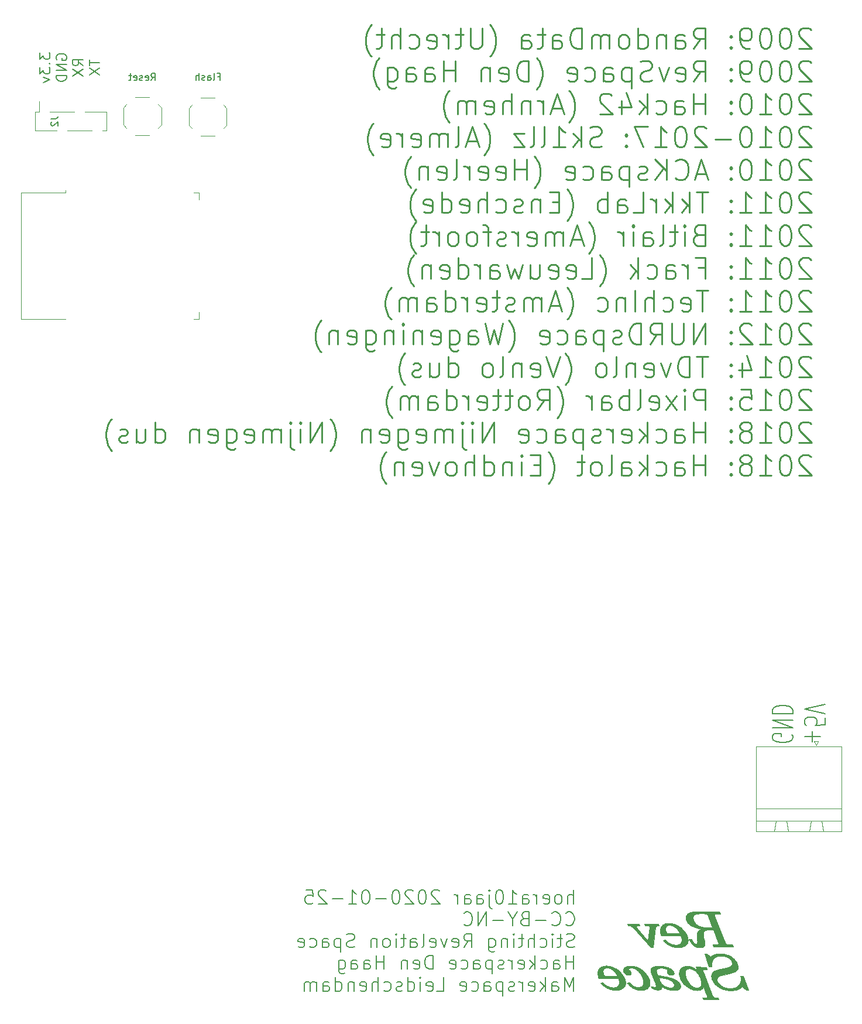
<source format=gbo>
G04 #@! TF.GenerationSoftware,KiCad,Pcbnew,(5.1.5-0-10_14)*
G04 #@! TF.CreationDate,2020-01-03T20:26:09+01:00*
G04 #@! TF.ProjectId,hackerspacesnl,6861636b-6572-4737-9061-6365736e6c2e,rev?*
G04 #@! TF.SameCoordinates,Original*
G04 #@! TF.FileFunction,Legend,Bot*
G04 #@! TF.FilePolarity,Positive*
%FSLAX46Y46*%
G04 Gerber Fmt 4.6, Leading zero omitted, Abs format (unit mm)*
G04 Created by KiCad (PCBNEW (5.1.5-0-10_14)) date 2020-01-03 20:26:09*
%MOMM*%
%LPD*%
G04 APERTURE LIST*
%ADD10C,0.150000*%
%ADD11C,0.250000*%
%ADD12C,0.120000*%
%ADD13C,0.000001*%
G04 APERTURE END LIST*
D10*
X147144714Y-146919628D02*
X147144714Y-145395819D01*
X146001857Y-146157723D02*
X148287571Y-146157723D01*
X149001857Y-143491057D02*
X149001857Y-144443438D01*
X147573285Y-144538676D01*
X147716142Y-144443438D01*
X147859000Y-144252961D01*
X147859000Y-143776771D01*
X147716142Y-143586295D01*
X147573285Y-143491057D01*
X147287571Y-143395819D01*
X146573285Y-143395819D01*
X146287571Y-143491057D01*
X146144714Y-143586295D01*
X146001857Y-143776771D01*
X146001857Y-144252961D01*
X146144714Y-144443438D01*
X146287571Y-144538676D01*
X149001857Y-142824390D02*
X146001857Y-142157723D01*
X149001857Y-141491057D01*
X144209000Y-145872009D02*
X144351857Y-146062485D01*
X144351857Y-146348200D01*
X144209000Y-146633914D01*
X143923285Y-146824390D01*
X143637571Y-146919628D01*
X143066142Y-147014866D01*
X142637571Y-147014866D01*
X142066142Y-146919628D01*
X141780428Y-146824390D01*
X141494714Y-146633914D01*
X141351857Y-146348200D01*
X141351857Y-146157723D01*
X141494714Y-145872009D01*
X141637571Y-145776771D01*
X142637571Y-145776771D01*
X142637571Y-146157723D01*
X141351857Y-144919628D02*
X144351857Y-144919628D01*
X141351857Y-143776771D01*
X144351857Y-143776771D01*
X141351857Y-142824390D02*
X144351857Y-142824390D01*
X144351857Y-142348200D01*
X144209000Y-142062485D01*
X143923285Y-141872009D01*
X143637571Y-141776771D01*
X143066142Y-141681533D01*
X142637571Y-141681533D01*
X142066142Y-141776771D01*
X141780428Y-141872009D01*
X141494714Y-142062485D01*
X141351857Y-142348200D01*
X141351857Y-142824390D01*
X112629029Y-170367681D02*
X112629029Y-168367681D01*
X111771886Y-170367681D02*
X111771886Y-169320062D01*
X111867124Y-169129586D01*
X112057600Y-169034348D01*
X112343315Y-169034348D01*
X112533791Y-169129586D01*
X112629029Y-169224824D01*
X110533791Y-170367681D02*
X110724267Y-170272443D01*
X110819505Y-170177205D01*
X110914743Y-169986729D01*
X110914743Y-169415300D01*
X110819505Y-169224824D01*
X110724267Y-169129586D01*
X110533791Y-169034348D01*
X110248077Y-169034348D01*
X110057600Y-169129586D01*
X109962362Y-169224824D01*
X109867124Y-169415300D01*
X109867124Y-169986729D01*
X109962362Y-170177205D01*
X110057600Y-170272443D01*
X110248077Y-170367681D01*
X110533791Y-170367681D01*
X108248077Y-170272443D02*
X108438553Y-170367681D01*
X108819505Y-170367681D01*
X109009981Y-170272443D01*
X109105220Y-170081967D01*
X109105220Y-169320062D01*
X109009981Y-169129586D01*
X108819505Y-169034348D01*
X108438553Y-169034348D01*
X108248077Y-169129586D01*
X108152839Y-169320062D01*
X108152839Y-169510539D01*
X109105220Y-169701015D01*
X107295696Y-170367681D02*
X107295696Y-169034348D01*
X107295696Y-169415300D02*
X107200458Y-169224824D01*
X107105220Y-169129586D01*
X106914743Y-169034348D01*
X106724267Y-169034348D01*
X105200458Y-170367681D02*
X105200458Y-169320062D01*
X105295696Y-169129586D01*
X105486172Y-169034348D01*
X105867124Y-169034348D01*
X106057600Y-169129586D01*
X105200458Y-170272443D02*
X105390934Y-170367681D01*
X105867124Y-170367681D01*
X106057600Y-170272443D01*
X106152839Y-170081967D01*
X106152839Y-169891491D01*
X106057600Y-169701015D01*
X105867124Y-169605777D01*
X105390934Y-169605777D01*
X105200458Y-169510539D01*
X103200458Y-170367681D02*
X104343315Y-170367681D01*
X103771886Y-170367681D02*
X103771886Y-168367681D01*
X103962362Y-168653396D01*
X104152839Y-168843872D01*
X104343315Y-168939110D01*
X101962362Y-168367681D02*
X101771886Y-168367681D01*
X101581410Y-168462920D01*
X101486172Y-168558158D01*
X101390934Y-168748634D01*
X101295696Y-169129586D01*
X101295696Y-169605777D01*
X101390934Y-169986729D01*
X101486172Y-170177205D01*
X101581410Y-170272443D01*
X101771886Y-170367681D01*
X101962362Y-170367681D01*
X102152839Y-170272443D01*
X102248077Y-170177205D01*
X102343315Y-169986729D01*
X102438553Y-169605777D01*
X102438553Y-169129586D01*
X102343315Y-168748634D01*
X102248077Y-168558158D01*
X102152839Y-168462920D01*
X101962362Y-168367681D01*
X100438553Y-169034348D02*
X100438553Y-170748634D01*
X100533791Y-170939110D01*
X100724267Y-171034348D01*
X100819505Y-171034348D01*
X100438553Y-168367681D02*
X100533791Y-168462920D01*
X100438553Y-168558158D01*
X100343315Y-168462920D01*
X100438553Y-168367681D01*
X100438553Y-168558158D01*
X98629029Y-170367681D02*
X98629029Y-169320062D01*
X98724267Y-169129586D01*
X98914743Y-169034348D01*
X99295696Y-169034348D01*
X99486172Y-169129586D01*
X98629029Y-170272443D02*
X98819505Y-170367681D01*
X99295696Y-170367681D01*
X99486172Y-170272443D01*
X99581410Y-170081967D01*
X99581410Y-169891491D01*
X99486172Y-169701015D01*
X99295696Y-169605777D01*
X98819505Y-169605777D01*
X98629029Y-169510539D01*
X96819505Y-170367681D02*
X96819505Y-169320062D01*
X96914743Y-169129586D01*
X97105220Y-169034348D01*
X97486172Y-169034348D01*
X97676648Y-169129586D01*
X96819505Y-170272443D02*
X97009981Y-170367681D01*
X97486172Y-170367681D01*
X97676648Y-170272443D01*
X97771886Y-170081967D01*
X97771886Y-169891491D01*
X97676648Y-169701015D01*
X97486172Y-169605777D01*
X97009981Y-169605777D01*
X96819505Y-169510539D01*
X95867124Y-170367681D02*
X95867124Y-169034348D01*
X95867124Y-169415300D02*
X95771886Y-169224824D01*
X95676648Y-169129586D01*
X95486172Y-169034348D01*
X95295696Y-169034348D01*
X93200458Y-168558158D02*
X93105220Y-168462920D01*
X92914743Y-168367681D01*
X92438553Y-168367681D01*
X92248077Y-168462920D01*
X92152839Y-168558158D01*
X92057600Y-168748634D01*
X92057600Y-168939110D01*
X92152839Y-169224824D01*
X93295696Y-170367681D01*
X92057600Y-170367681D01*
X90819505Y-168367681D02*
X90629029Y-168367681D01*
X90438553Y-168462920D01*
X90343315Y-168558158D01*
X90248077Y-168748634D01*
X90152839Y-169129586D01*
X90152839Y-169605777D01*
X90248077Y-169986729D01*
X90343315Y-170177205D01*
X90438553Y-170272443D01*
X90629029Y-170367681D01*
X90819505Y-170367681D01*
X91009981Y-170272443D01*
X91105220Y-170177205D01*
X91200458Y-169986729D01*
X91295696Y-169605777D01*
X91295696Y-169129586D01*
X91200458Y-168748634D01*
X91105220Y-168558158D01*
X91009981Y-168462920D01*
X90819505Y-168367681D01*
X89390934Y-168558158D02*
X89295696Y-168462920D01*
X89105220Y-168367681D01*
X88629029Y-168367681D01*
X88438553Y-168462920D01*
X88343315Y-168558158D01*
X88248077Y-168748634D01*
X88248077Y-168939110D01*
X88343315Y-169224824D01*
X89486172Y-170367681D01*
X88248077Y-170367681D01*
X87009981Y-168367681D02*
X86819505Y-168367681D01*
X86629029Y-168462920D01*
X86533791Y-168558158D01*
X86438553Y-168748634D01*
X86343315Y-169129586D01*
X86343315Y-169605777D01*
X86438553Y-169986729D01*
X86533791Y-170177205D01*
X86629029Y-170272443D01*
X86819505Y-170367681D01*
X87009981Y-170367681D01*
X87200458Y-170272443D01*
X87295696Y-170177205D01*
X87390934Y-169986729D01*
X87486172Y-169605777D01*
X87486172Y-169129586D01*
X87390934Y-168748634D01*
X87295696Y-168558158D01*
X87200458Y-168462920D01*
X87009981Y-168367681D01*
X85486172Y-169605777D02*
X83962362Y-169605777D01*
X82629029Y-168367681D02*
X82438553Y-168367681D01*
X82248077Y-168462920D01*
X82152839Y-168558158D01*
X82057600Y-168748634D01*
X81962362Y-169129586D01*
X81962362Y-169605777D01*
X82057600Y-169986729D01*
X82152839Y-170177205D01*
X82248077Y-170272443D01*
X82438553Y-170367681D01*
X82629029Y-170367681D01*
X82819505Y-170272443D01*
X82914743Y-170177205D01*
X83009981Y-169986729D01*
X83105220Y-169605777D01*
X83105220Y-169129586D01*
X83009981Y-168748634D01*
X82914743Y-168558158D01*
X82819505Y-168462920D01*
X82629029Y-168367681D01*
X80057600Y-170367681D02*
X81200458Y-170367681D01*
X80629029Y-170367681D02*
X80629029Y-168367681D01*
X80819505Y-168653396D01*
X81009981Y-168843872D01*
X81200458Y-168939110D01*
X79200458Y-169605777D02*
X77676648Y-169605777D01*
X76819505Y-168558158D02*
X76724267Y-168462920D01*
X76533791Y-168367681D01*
X76057600Y-168367681D01*
X75867124Y-168462920D01*
X75771886Y-168558158D01*
X75676648Y-168748634D01*
X75676648Y-168939110D01*
X75771886Y-169224824D01*
X76914743Y-170367681D01*
X75676648Y-170367681D01*
X73867124Y-168367681D02*
X74819505Y-168367681D01*
X74914743Y-169320062D01*
X74819505Y-169224824D01*
X74629029Y-169129586D01*
X74152839Y-169129586D01*
X73962362Y-169224824D01*
X73867124Y-169320062D01*
X73771886Y-169510539D01*
X73771886Y-169986729D01*
X73867124Y-170177205D01*
X73962362Y-170272443D01*
X74152839Y-170367681D01*
X74629029Y-170367681D01*
X74819505Y-170272443D01*
X74914743Y-170177205D01*
X111486172Y-173327205D02*
X111581410Y-173422443D01*
X111867124Y-173517681D01*
X112057600Y-173517681D01*
X112343315Y-173422443D01*
X112533791Y-173231967D01*
X112629029Y-173041491D01*
X112724267Y-172660539D01*
X112724267Y-172374824D01*
X112629029Y-171993872D01*
X112533791Y-171803396D01*
X112343315Y-171612920D01*
X112057600Y-171517681D01*
X111867124Y-171517681D01*
X111581410Y-171612920D01*
X111486172Y-171708158D01*
X109486172Y-173327205D02*
X109581410Y-173422443D01*
X109867124Y-173517681D01*
X110057600Y-173517681D01*
X110343315Y-173422443D01*
X110533791Y-173231967D01*
X110629029Y-173041491D01*
X110724267Y-172660539D01*
X110724267Y-172374824D01*
X110629029Y-171993872D01*
X110533791Y-171803396D01*
X110343315Y-171612920D01*
X110057600Y-171517681D01*
X109867124Y-171517681D01*
X109581410Y-171612920D01*
X109486172Y-171708158D01*
X108629029Y-172755777D02*
X107105220Y-172755777D01*
X105486172Y-172470062D02*
X105200458Y-172565300D01*
X105105220Y-172660539D01*
X105009981Y-172851015D01*
X105009981Y-173136729D01*
X105105220Y-173327205D01*
X105200458Y-173422443D01*
X105390934Y-173517681D01*
X106152839Y-173517681D01*
X106152839Y-171517681D01*
X105486172Y-171517681D01*
X105295696Y-171612920D01*
X105200458Y-171708158D01*
X105105220Y-171898634D01*
X105105220Y-172089110D01*
X105200458Y-172279586D01*
X105295696Y-172374824D01*
X105486172Y-172470062D01*
X106152839Y-172470062D01*
X103771886Y-172565300D02*
X103771886Y-173517681D01*
X104438553Y-171517681D02*
X103771886Y-172565300D01*
X103105220Y-171517681D01*
X102438553Y-172755777D02*
X100914743Y-172755777D01*
X99962362Y-173517681D02*
X99962362Y-171517681D01*
X98819505Y-173517681D01*
X98819505Y-171517681D01*
X96724267Y-173327205D02*
X96819505Y-173422443D01*
X97105220Y-173517681D01*
X97295696Y-173517681D01*
X97581410Y-173422443D01*
X97771886Y-173231967D01*
X97867124Y-173041491D01*
X97962362Y-172660539D01*
X97962362Y-172374824D01*
X97867124Y-171993872D01*
X97771886Y-171803396D01*
X97581410Y-171612920D01*
X97295696Y-171517681D01*
X97105220Y-171517681D01*
X96819505Y-171612920D01*
X96724267Y-171708158D01*
X112724267Y-176572443D02*
X112438553Y-176667681D01*
X111962362Y-176667681D01*
X111771886Y-176572443D01*
X111676648Y-176477205D01*
X111581410Y-176286729D01*
X111581410Y-176096253D01*
X111676648Y-175905777D01*
X111771886Y-175810539D01*
X111962362Y-175715300D01*
X112343315Y-175620062D01*
X112533791Y-175524824D01*
X112629029Y-175429586D01*
X112724267Y-175239110D01*
X112724267Y-175048634D01*
X112629029Y-174858158D01*
X112533791Y-174762920D01*
X112343315Y-174667681D01*
X111867124Y-174667681D01*
X111581410Y-174762920D01*
X111009981Y-175334348D02*
X110248077Y-175334348D01*
X110724267Y-174667681D02*
X110724267Y-176381967D01*
X110629029Y-176572443D01*
X110438553Y-176667681D01*
X110248077Y-176667681D01*
X109581410Y-176667681D02*
X109581410Y-175334348D01*
X109581410Y-174667681D02*
X109676648Y-174762920D01*
X109581410Y-174858158D01*
X109486172Y-174762920D01*
X109581410Y-174667681D01*
X109581410Y-174858158D01*
X107771886Y-176572443D02*
X107962362Y-176667681D01*
X108343315Y-176667681D01*
X108533791Y-176572443D01*
X108629029Y-176477205D01*
X108724267Y-176286729D01*
X108724267Y-175715300D01*
X108629029Y-175524824D01*
X108533791Y-175429586D01*
X108343315Y-175334348D01*
X107962362Y-175334348D01*
X107771886Y-175429586D01*
X106914743Y-176667681D02*
X106914743Y-174667681D01*
X106057600Y-176667681D02*
X106057600Y-175620062D01*
X106152839Y-175429586D01*
X106343315Y-175334348D01*
X106629029Y-175334348D01*
X106819505Y-175429586D01*
X106914743Y-175524824D01*
X105390934Y-175334348D02*
X104629029Y-175334348D01*
X105105219Y-174667681D02*
X105105219Y-176381967D01*
X105009981Y-176572443D01*
X104819505Y-176667681D01*
X104629029Y-176667681D01*
X103962362Y-176667681D02*
X103962362Y-175334348D01*
X103962362Y-174667681D02*
X104057600Y-174762920D01*
X103962362Y-174858158D01*
X103867124Y-174762920D01*
X103962362Y-174667681D01*
X103962362Y-174858158D01*
X103009981Y-175334348D02*
X103009981Y-176667681D01*
X103009981Y-175524824D02*
X102914743Y-175429586D01*
X102724267Y-175334348D01*
X102438553Y-175334348D01*
X102248077Y-175429586D01*
X102152839Y-175620062D01*
X102152839Y-176667681D01*
X100343315Y-175334348D02*
X100343315Y-176953396D01*
X100438553Y-177143872D01*
X100533791Y-177239110D01*
X100724267Y-177334348D01*
X101009981Y-177334348D01*
X101200458Y-177239110D01*
X100343315Y-176572443D02*
X100533791Y-176667681D01*
X100914743Y-176667681D01*
X101105220Y-176572443D01*
X101200458Y-176477205D01*
X101295696Y-176286729D01*
X101295696Y-175715300D01*
X101200458Y-175524824D01*
X101105220Y-175429586D01*
X100914743Y-175334348D01*
X100533791Y-175334348D01*
X100343315Y-175429586D01*
X96724267Y-176667681D02*
X97390934Y-175715300D01*
X97867124Y-176667681D02*
X97867124Y-174667681D01*
X97105220Y-174667681D01*
X96914743Y-174762920D01*
X96819505Y-174858158D01*
X96724267Y-175048634D01*
X96724267Y-175334348D01*
X96819505Y-175524824D01*
X96914743Y-175620062D01*
X97105220Y-175715300D01*
X97867124Y-175715300D01*
X95105220Y-176572443D02*
X95295696Y-176667681D01*
X95676648Y-176667681D01*
X95867124Y-176572443D01*
X95962362Y-176381967D01*
X95962362Y-175620062D01*
X95867124Y-175429586D01*
X95676648Y-175334348D01*
X95295696Y-175334348D01*
X95105220Y-175429586D01*
X95009981Y-175620062D01*
X95009981Y-175810539D01*
X95962362Y-176001015D01*
X94343315Y-175334348D02*
X93867124Y-176667681D01*
X93390934Y-175334348D01*
X91867124Y-176572443D02*
X92057600Y-176667681D01*
X92438553Y-176667681D01*
X92629029Y-176572443D01*
X92724267Y-176381967D01*
X92724267Y-175620062D01*
X92629029Y-175429586D01*
X92438553Y-175334348D01*
X92057600Y-175334348D01*
X91867124Y-175429586D01*
X91771886Y-175620062D01*
X91771886Y-175810539D01*
X92724267Y-176001015D01*
X90629029Y-176667681D02*
X90819505Y-176572443D01*
X90914743Y-176381967D01*
X90914743Y-174667681D01*
X89009981Y-176667681D02*
X89009981Y-175620062D01*
X89105220Y-175429586D01*
X89295696Y-175334348D01*
X89676648Y-175334348D01*
X89867124Y-175429586D01*
X89009981Y-176572443D02*
X89200458Y-176667681D01*
X89676648Y-176667681D01*
X89867124Y-176572443D01*
X89962362Y-176381967D01*
X89962362Y-176191491D01*
X89867124Y-176001015D01*
X89676648Y-175905777D01*
X89200458Y-175905777D01*
X89009981Y-175810539D01*
X88343315Y-175334348D02*
X87581410Y-175334348D01*
X88057600Y-174667681D02*
X88057600Y-176381967D01*
X87962362Y-176572443D01*
X87771886Y-176667681D01*
X87581410Y-176667681D01*
X86914743Y-176667681D02*
X86914743Y-175334348D01*
X86914743Y-174667681D02*
X87009981Y-174762920D01*
X86914743Y-174858158D01*
X86819505Y-174762920D01*
X86914743Y-174667681D01*
X86914743Y-174858158D01*
X85676648Y-176667681D02*
X85867124Y-176572443D01*
X85962362Y-176477205D01*
X86057600Y-176286729D01*
X86057600Y-175715300D01*
X85962362Y-175524824D01*
X85867124Y-175429586D01*
X85676648Y-175334348D01*
X85390934Y-175334348D01*
X85200458Y-175429586D01*
X85105220Y-175524824D01*
X85009981Y-175715300D01*
X85009981Y-176286729D01*
X85105220Y-176477205D01*
X85200458Y-176572443D01*
X85390934Y-176667681D01*
X85676648Y-176667681D01*
X84152839Y-175334348D02*
X84152839Y-176667681D01*
X84152839Y-175524824D02*
X84057600Y-175429586D01*
X83867124Y-175334348D01*
X83581410Y-175334348D01*
X83390934Y-175429586D01*
X83295696Y-175620062D01*
X83295696Y-176667681D01*
X80914743Y-176572443D02*
X80629029Y-176667681D01*
X80152839Y-176667681D01*
X79962362Y-176572443D01*
X79867124Y-176477205D01*
X79771886Y-176286729D01*
X79771886Y-176096253D01*
X79867124Y-175905777D01*
X79962362Y-175810539D01*
X80152839Y-175715300D01*
X80533791Y-175620062D01*
X80724267Y-175524824D01*
X80819505Y-175429586D01*
X80914743Y-175239110D01*
X80914743Y-175048634D01*
X80819505Y-174858158D01*
X80724267Y-174762920D01*
X80533791Y-174667681D01*
X80057600Y-174667681D01*
X79771886Y-174762920D01*
X78914743Y-175334348D02*
X78914743Y-177334348D01*
X78914743Y-175429586D02*
X78724267Y-175334348D01*
X78343315Y-175334348D01*
X78152839Y-175429586D01*
X78057600Y-175524824D01*
X77962362Y-175715300D01*
X77962362Y-176286729D01*
X78057600Y-176477205D01*
X78152839Y-176572443D01*
X78343315Y-176667681D01*
X78724267Y-176667681D01*
X78914743Y-176572443D01*
X76248077Y-176667681D02*
X76248077Y-175620062D01*
X76343315Y-175429586D01*
X76533791Y-175334348D01*
X76914743Y-175334348D01*
X77105220Y-175429586D01*
X76248077Y-176572443D02*
X76438553Y-176667681D01*
X76914743Y-176667681D01*
X77105220Y-176572443D01*
X77200458Y-176381967D01*
X77200458Y-176191491D01*
X77105220Y-176001015D01*
X76914743Y-175905777D01*
X76438553Y-175905777D01*
X76248077Y-175810539D01*
X74438553Y-176572443D02*
X74629029Y-176667681D01*
X75009981Y-176667681D01*
X75200458Y-176572443D01*
X75295696Y-176477205D01*
X75390934Y-176286729D01*
X75390934Y-175715300D01*
X75295696Y-175524824D01*
X75200458Y-175429586D01*
X75009981Y-175334348D01*
X74629029Y-175334348D01*
X74438553Y-175429586D01*
X72819505Y-176572443D02*
X73009981Y-176667681D01*
X73390934Y-176667681D01*
X73581410Y-176572443D01*
X73676648Y-176381967D01*
X73676648Y-175620062D01*
X73581410Y-175429586D01*
X73390934Y-175334348D01*
X73009981Y-175334348D01*
X72819505Y-175429586D01*
X72724267Y-175620062D01*
X72724267Y-175810539D01*
X73676648Y-176001015D01*
X112629029Y-179817681D02*
X112629029Y-177817681D01*
X112629029Y-178770062D02*
X111486172Y-178770062D01*
X111486172Y-179817681D02*
X111486172Y-177817681D01*
X109676648Y-179817681D02*
X109676648Y-178770062D01*
X109771886Y-178579586D01*
X109962362Y-178484348D01*
X110343315Y-178484348D01*
X110533791Y-178579586D01*
X109676648Y-179722443D02*
X109867124Y-179817681D01*
X110343315Y-179817681D01*
X110533791Y-179722443D01*
X110629029Y-179531967D01*
X110629029Y-179341491D01*
X110533791Y-179151015D01*
X110343315Y-179055777D01*
X109867124Y-179055777D01*
X109676648Y-178960539D01*
X107867124Y-179722443D02*
X108057600Y-179817681D01*
X108438553Y-179817681D01*
X108629029Y-179722443D01*
X108724267Y-179627205D01*
X108819505Y-179436729D01*
X108819505Y-178865300D01*
X108724267Y-178674824D01*
X108629029Y-178579586D01*
X108438553Y-178484348D01*
X108057600Y-178484348D01*
X107867124Y-178579586D01*
X107009981Y-179817681D02*
X107009981Y-177817681D01*
X106819505Y-179055777D02*
X106248077Y-179817681D01*
X106248077Y-178484348D02*
X107009981Y-179246253D01*
X104629029Y-179722443D02*
X104819505Y-179817681D01*
X105200458Y-179817681D01*
X105390934Y-179722443D01*
X105486172Y-179531967D01*
X105486172Y-178770062D01*
X105390934Y-178579586D01*
X105200458Y-178484348D01*
X104819505Y-178484348D01*
X104629029Y-178579586D01*
X104533791Y-178770062D01*
X104533791Y-178960539D01*
X105486172Y-179151015D01*
X103676648Y-179817681D02*
X103676648Y-178484348D01*
X103676648Y-178865300D02*
X103581410Y-178674824D01*
X103486172Y-178579586D01*
X103295696Y-178484348D01*
X103105220Y-178484348D01*
X102533791Y-179722443D02*
X102343315Y-179817681D01*
X101962362Y-179817681D01*
X101771886Y-179722443D01*
X101676648Y-179531967D01*
X101676648Y-179436729D01*
X101771886Y-179246253D01*
X101962362Y-179151015D01*
X102248077Y-179151015D01*
X102438553Y-179055777D01*
X102533791Y-178865300D01*
X102533791Y-178770062D01*
X102438553Y-178579586D01*
X102248077Y-178484348D01*
X101962362Y-178484348D01*
X101771886Y-178579586D01*
X100819505Y-178484348D02*
X100819505Y-180484348D01*
X100819505Y-178579586D02*
X100629029Y-178484348D01*
X100248077Y-178484348D01*
X100057600Y-178579586D01*
X99962362Y-178674824D01*
X99867124Y-178865300D01*
X99867124Y-179436729D01*
X99962362Y-179627205D01*
X100057600Y-179722443D01*
X100248077Y-179817681D01*
X100629029Y-179817681D01*
X100819505Y-179722443D01*
X98152839Y-179817681D02*
X98152839Y-178770062D01*
X98248077Y-178579586D01*
X98438553Y-178484348D01*
X98819505Y-178484348D01*
X99009981Y-178579586D01*
X98152839Y-179722443D02*
X98343315Y-179817681D01*
X98819505Y-179817681D01*
X99009981Y-179722443D01*
X99105220Y-179531967D01*
X99105220Y-179341491D01*
X99009981Y-179151015D01*
X98819505Y-179055777D01*
X98343315Y-179055777D01*
X98152839Y-178960539D01*
X96343315Y-179722443D02*
X96533791Y-179817681D01*
X96914743Y-179817681D01*
X97105220Y-179722443D01*
X97200458Y-179627205D01*
X97295696Y-179436729D01*
X97295696Y-178865300D01*
X97200458Y-178674824D01*
X97105220Y-178579586D01*
X96914743Y-178484348D01*
X96533791Y-178484348D01*
X96343315Y-178579586D01*
X94724267Y-179722443D02*
X94914743Y-179817681D01*
X95295696Y-179817681D01*
X95486172Y-179722443D01*
X95581410Y-179531967D01*
X95581410Y-178770062D01*
X95486172Y-178579586D01*
X95295696Y-178484348D01*
X94914743Y-178484348D01*
X94724267Y-178579586D01*
X94629029Y-178770062D01*
X94629029Y-178960539D01*
X95581410Y-179151015D01*
X92248077Y-179817681D02*
X92248077Y-177817681D01*
X91771886Y-177817681D01*
X91486172Y-177912920D01*
X91295696Y-178103396D01*
X91200458Y-178293872D01*
X91105220Y-178674824D01*
X91105220Y-178960539D01*
X91200458Y-179341491D01*
X91295696Y-179531967D01*
X91486172Y-179722443D01*
X91771886Y-179817681D01*
X92248077Y-179817681D01*
X89486172Y-179722443D02*
X89676648Y-179817681D01*
X90057600Y-179817681D01*
X90248077Y-179722443D01*
X90343315Y-179531967D01*
X90343315Y-178770062D01*
X90248077Y-178579586D01*
X90057600Y-178484348D01*
X89676648Y-178484348D01*
X89486172Y-178579586D01*
X89390934Y-178770062D01*
X89390934Y-178960539D01*
X90343315Y-179151015D01*
X88533791Y-178484348D02*
X88533791Y-179817681D01*
X88533791Y-178674824D02*
X88438553Y-178579586D01*
X88248077Y-178484348D01*
X87962362Y-178484348D01*
X87771886Y-178579586D01*
X87676648Y-178770062D01*
X87676648Y-179817681D01*
X85200458Y-179817681D02*
X85200458Y-177817681D01*
X85200458Y-178770062D02*
X84057600Y-178770062D01*
X84057600Y-179817681D02*
X84057600Y-177817681D01*
X82248077Y-179817681D02*
X82248077Y-178770062D01*
X82343315Y-178579586D01*
X82533791Y-178484348D01*
X82914743Y-178484348D01*
X83105220Y-178579586D01*
X82248077Y-179722443D02*
X82438553Y-179817681D01*
X82914743Y-179817681D01*
X83105220Y-179722443D01*
X83200458Y-179531967D01*
X83200458Y-179341491D01*
X83105220Y-179151015D01*
X82914743Y-179055777D01*
X82438553Y-179055777D01*
X82248077Y-178960539D01*
X80438553Y-179817681D02*
X80438553Y-178770062D01*
X80533791Y-178579586D01*
X80724267Y-178484348D01*
X81105220Y-178484348D01*
X81295696Y-178579586D01*
X80438553Y-179722443D02*
X80629029Y-179817681D01*
X81105220Y-179817681D01*
X81295696Y-179722443D01*
X81390934Y-179531967D01*
X81390934Y-179341491D01*
X81295696Y-179151015D01*
X81105220Y-179055777D01*
X80629029Y-179055777D01*
X80438553Y-178960539D01*
X78629029Y-178484348D02*
X78629029Y-180103396D01*
X78724267Y-180293872D01*
X78819505Y-180389110D01*
X79009981Y-180484348D01*
X79295696Y-180484348D01*
X79486172Y-180389110D01*
X78629029Y-179722443D02*
X78819505Y-179817681D01*
X79200458Y-179817681D01*
X79390934Y-179722443D01*
X79486172Y-179627205D01*
X79581410Y-179436729D01*
X79581410Y-178865300D01*
X79486172Y-178674824D01*
X79390934Y-178579586D01*
X79200458Y-178484348D01*
X78819505Y-178484348D01*
X78629029Y-178579586D01*
X112629029Y-182967681D02*
X112629029Y-180967681D01*
X111962362Y-182396253D01*
X111295696Y-180967681D01*
X111295696Y-182967681D01*
X109486172Y-182967681D02*
X109486172Y-181920062D01*
X109581410Y-181729586D01*
X109771886Y-181634348D01*
X110152839Y-181634348D01*
X110343315Y-181729586D01*
X109486172Y-182872443D02*
X109676648Y-182967681D01*
X110152839Y-182967681D01*
X110343315Y-182872443D01*
X110438553Y-182681967D01*
X110438553Y-182491491D01*
X110343315Y-182301015D01*
X110152839Y-182205777D01*
X109676648Y-182205777D01*
X109486172Y-182110539D01*
X108533791Y-182967681D02*
X108533791Y-180967681D01*
X108343315Y-182205777D02*
X107771886Y-182967681D01*
X107771886Y-181634348D02*
X108533791Y-182396253D01*
X106152839Y-182872443D02*
X106343315Y-182967681D01*
X106724267Y-182967681D01*
X106914743Y-182872443D01*
X107009981Y-182681967D01*
X107009981Y-181920062D01*
X106914743Y-181729586D01*
X106724267Y-181634348D01*
X106343315Y-181634348D01*
X106152839Y-181729586D01*
X106057600Y-181920062D01*
X106057600Y-182110539D01*
X107009981Y-182301015D01*
X105200458Y-182967681D02*
X105200458Y-181634348D01*
X105200458Y-182015300D02*
X105105220Y-181824824D01*
X105009981Y-181729586D01*
X104819505Y-181634348D01*
X104629029Y-181634348D01*
X104057600Y-182872443D02*
X103867124Y-182967681D01*
X103486172Y-182967681D01*
X103295696Y-182872443D01*
X103200458Y-182681967D01*
X103200458Y-182586729D01*
X103295696Y-182396253D01*
X103486172Y-182301015D01*
X103771886Y-182301015D01*
X103962362Y-182205777D01*
X104057600Y-182015300D01*
X104057600Y-181920062D01*
X103962362Y-181729586D01*
X103771886Y-181634348D01*
X103486172Y-181634348D01*
X103295696Y-181729586D01*
X102343315Y-181634348D02*
X102343315Y-183634348D01*
X102343315Y-181729586D02*
X102152839Y-181634348D01*
X101771886Y-181634348D01*
X101581410Y-181729586D01*
X101486172Y-181824824D01*
X101390934Y-182015300D01*
X101390934Y-182586729D01*
X101486172Y-182777205D01*
X101581410Y-182872443D01*
X101771886Y-182967681D01*
X102152839Y-182967681D01*
X102343315Y-182872443D01*
X99676648Y-182967681D02*
X99676648Y-181920062D01*
X99771886Y-181729586D01*
X99962362Y-181634348D01*
X100343315Y-181634348D01*
X100533791Y-181729586D01*
X99676648Y-182872443D02*
X99867124Y-182967681D01*
X100343315Y-182967681D01*
X100533791Y-182872443D01*
X100629029Y-182681967D01*
X100629029Y-182491491D01*
X100533791Y-182301015D01*
X100343315Y-182205777D01*
X99867124Y-182205777D01*
X99676648Y-182110539D01*
X97867124Y-182872443D02*
X98057600Y-182967681D01*
X98438553Y-182967681D01*
X98629029Y-182872443D01*
X98724267Y-182777205D01*
X98819505Y-182586729D01*
X98819505Y-182015300D01*
X98724267Y-181824824D01*
X98629029Y-181729586D01*
X98438553Y-181634348D01*
X98057600Y-181634348D01*
X97867124Y-181729586D01*
X96248077Y-182872443D02*
X96438553Y-182967681D01*
X96819505Y-182967681D01*
X97009981Y-182872443D01*
X97105220Y-182681967D01*
X97105220Y-181920062D01*
X97009981Y-181729586D01*
X96819505Y-181634348D01*
X96438553Y-181634348D01*
X96248077Y-181729586D01*
X96152839Y-181920062D01*
X96152839Y-182110539D01*
X97105220Y-182301015D01*
X92819505Y-182967681D02*
X93771886Y-182967681D01*
X93771886Y-180967681D01*
X91390934Y-182872443D02*
X91581410Y-182967681D01*
X91962362Y-182967681D01*
X92152839Y-182872443D01*
X92248077Y-182681967D01*
X92248077Y-181920062D01*
X92152839Y-181729586D01*
X91962362Y-181634348D01*
X91581410Y-181634348D01*
X91390934Y-181729586D01*
X91295696Y-181920062D01*
X91295696Y-182110539D01*
X92248077Y-182301015D01*
X90438553Y-182967681D02*
X90438553Y-181634348D01*
X90438553Y-180967681D02*
X90533791Y-181062920D01*
X90438553Y-181158158D01*
X90343315Y-181062920D01*
X90438553Y-180967681D01*
X90438553Y-181158158D01*
X88629029Y-182967681D02*
X88629029Y-180967681D01*
X88629029Y-182872443D02*
X88819505Y-182967681D01*
X89200458Y-182967681D01*
X89390934Y-182872443D01*
X89486172Y-182777205D01*
X89581410Y-182586729D01*
X89581410Y-182015300D01*
X89486172Y-181824824D01*
X89390934Y-181729586D01*
X89200458Y-181634348D01*
X88819505Y-181634348D01*
X88629029Y-181729586D01*
X87771886Y-182872443D02*
X87581410Y-182967681D01*
X87200458Y-182967681D01*
X87009981Y-182872443D01*
X86914743Y-182681967D01*
X86914743Y-182586729D01*
X87009981Y-182396253D01*
X87200458Y-182301015D01*
X87486172Y-182301015D01*
X87676648Y-182205777D01*
X87771886Y-182015300D01*
X87771886Y-181920062D01*
X87676648Y-181729586D01*
X87486172Y-181634348D01*
X87200458Y-181634348D01*
X87009981Y-181729586D01*
X85200458Y-182872443D02*
X85390934Y-182967681D01*
X85771886Y-182967681D01*
X85962362Y-182872443D01*
X86057600Y-182777205D01*
X86152839Y-182586729D01*
X86152839Y-182015300D01*
X86057600Y-181824824D01*
X85962362Y-181729586D01*
X85771886Y-181634348D01*
X85390934Y-181634348D01*
X85200458Y-181729586D01*
X84343315Y-182967681D02*
X84343315Y-180967681D01*
X83486172Y-182967681D02*
X83486172Y-181920062D01*
X83581410Y-181729586D01*
X83771886Y-181634348D01*
X84057600Y-181634348D01*
X84248077Y-181729586D01*
X84343315Y-181824824D01*
X81771886Y-182872443D02*
X81962362Y-182967681D01*
X82343315Y-182967681D01*
X82533791Y-182872443D01*
X82629029Y-182681967D01*
X82629029Y-181920062D01*
X82533791Y-181729586D01*
X82343315Y-181634348D01*
X81962362Y-181634348D01*
X81771886Y-181729586D01*
X81676648Y-181920062D01*
X81676648Y-182110539D01*
X82629029Y-182301015D01*
X80819505Y-181634348D02*
X80819505Y-182967681D01*
X80819505Y-181824824D02*
X80724267Y-181729586D01*
X80533791Y-181634348D01*
X80248077Y-181634348D01*
X80057600Y-181729586D01*
X79962362Y-181920062D01*
X79962362Y-182967681D01*
X78152839Y-182967681D02*
X78152839Y-180967681D01*
X78152839Y-182872443D02*
X78343315Y-182967681D01*
X78724267Y-182967681D01*
X78914743Y-182872443D01*
X79009981Y-182777205D01*
X79105220Y-182586729D01*
X79105220Y-182015300D01*
X79009981Y-181824824D01*
X78914743Y-181729586D01*
X78724267Y-181634348D01*
X78343315Y-181634348D01*
X78152839Y-181729586D01*
X76343315Y-182967681D02*
X76343315Y-181920062D01*
X76438553Y-181729586D01*
X76629029Y-181634348D01*
X77009981Y-181634348D01*
X77200458Y-181729586D01*
X76343315Y-182872443D02*
X76533791Y-182967681D01*
X77009981Y-182967681D01*
X77200458Y-182872443D01*
X77295696Y-182681967D01*
X77295696Y-182491491D01*
X77200458Y-182301015D01*
X77009981Y-182205777D01*
X76533791Y-182205777D01*
X76343315Y-182110539D01*
X75390934Y-182967681D02*
X75390934Y-181634348D01*
X75390934Y-181824824D02*
X75295696Y-181729586D01*
X75105220Y-181634348D01*
X74819505Y-181634348D01*
X74629029Y-181729586D01*
X74533791Y-181920062D01*
X74533791Y-182967681D01*
X74533791Y-181920062D02*
X74438553Y-181729586D01*
X74248077Y-181634348D01*
X73962362Y-181634348D01*
X73771886Y-181729586D01*
X73676648Y-181920062D01*
X73676648Y-182967681D01*
D11*
X146941671Y-43962777D02*
X146798814Y-43819920D01*
X146513100Y-43677062D01*
X145798814Y-43677062D01*
X145513100Y-43819920D01*
X145370242Y-43962777D01*
X145227385Y-44248491D01*
X145227385Y-44534205D01*
X145370242Y-44962777D01*
X147084528Y-46677062D01*
X145227385Y-46677062D01*
X143370242Y-43677062D02*
X143084528Y-43677062D01*
X142798814Y-43819920D01*
X142655957Y-43962777D01*
X142513100Y-44248491D01*
X142370242Y-44819920D01*
X142370242Y-45534205D01*
X142513100Y-46105634D01*
X142655957Y-46391348D01*
X142798814Y-46534205D01*
X143084528Y-46677062D01*
X143370242Y-46677062D01*
X143655957Y-46534205D01*
X143798814Y-46391348D01*
X143941671Y-46105634D01*
X144084528Y-45534205D01*
X144084528Y-44819920D01*
X143941671Y-44248491D01*
X143798814Y-43962777D01*
X143655957Y-43819920D01*
X143370242Y-43677062D01*
X140513100Y-43677062D02*
X140227385Y-43677062D01*
X139941671Y-43819920D01*
X139798814Y-43962777D01*
X139655957Y-44248491D01*
X139513100Y-44819920D01*
X139513100Y-45534205D01*
X139655957Y-46105634D01*
X139798814Y-46391348D01*
X139941671Y-46534205D01*
X140227385Y-46677062D01*
X140513100Y-46677062D01*
X140798814Y-46534205D01*
X140941671Y-46391348D01*
X141084528Y-46105634D01*
X141227385Y-45534205D01*
X141227385Y-44819920D01*
X141084528Y-44248491D01*
X140941671Y-43962777D01*
X140798814Y-43819920D01*
X140513100Y-43677062D01*
X138084528Y-46677062D02*
X137513100Y-46677062D01*
X137227385Y-46534205D01*
X137084528Y-46391348D01*
X136798814Y-45962777D01*
X136655957Y-45391348D01*
X136655957Y-44248491D01*
X136798814Y-43962777D01*
X136941671Y-43819920D01*
X137227385Y-43677062D01*
X137798814Y-43677062D01*
X138084528Y-43819920D01*
X138227385Y-43962777D01*
X138370242Y-44248491D01*
X138370242Y-44962777D01*
X138227385Y-45248491D01*
X138084528Y-45391348D01*
X137798814Y-45534205D01*
X137227385Y-45534205D01*
X136941671Y-45391348D01*
X136798814Y-45248491D01*
X136655957Y-44962777D01*
X135370242Y-46391348D02*
X135227385Y-46534205D01*
X135370242Y-46677062D01*
X135513100Y-46534205D01*
X135370242Y-46391348D01*
X135370242Y-46677062D01*
X135370242Y-44819920D02*
X135227385Y-44962777D01*
X135370242Y-45105634D01*
X135513100Y-44962777D01*
X135370242Y-44819920D01*
X135370242Y-45105634D01*
X129941671Y-46677062D02*
X130941671Y-45248491D01*
X131655957Y-46677062D02*
X131655957Y-43677062D01*
X130513100Y-43677062D01*
X130227385Y-43819920D01*
X130084528Y-43962777D01*
X129941671Y-44248491D01*
X129941671Y-44677062D01*
X130084528Y-44962777D01*
X130227385Y-45105634D01*
X130513100Y-45248491D01*
X131655957Y-45248491D01*
X127370242Y-46677062D02*
X127370242Y-45105634D01*
X127513100Y-44819920D01*
X127798814Y-44677062D01*
X128370242Y-44677062D01*
X128655957Y-44819920D01*
X127370242Y-46534205D02*
X127655957Y-46677062D01*
X128370242Y-46677062D01*
X128655957Y-46534205D01*
X128798814Y-46248491D01*
X128798814Y-45962777D01*
X128655957Y-45677062D01*
X128370242Y-45534205D01*
X127655957Y-45534205D01*
X127370242Y-45391348D01*
X125941671Y-44677062D02*
X125941671Y-46677062D01*
X125941671Y-44962777D02*
X125798814Y-44819920D01*
X125513100Y-44677062D01*
X125084528Y-44677062D01*
X124798814Y-44819920D01*
X124655957Y-45105634D01*
X124655957Y-46677062D01*
X121941671Y-46677062D02*
X121941671Y-43677062D01*
X121941671Y-46534205D02*
X122227385Y-46677062D01*
X122798814Y-46677062D01*
X123084528Y-46534205D01*
X123227385Y-46391348D01*
X123370242Y-46105634D01*
X123370242Y-45248491D01*
X123227385Y-44962777D01*
X123084528Y-44819920D01*
X122798814Y-44677062D01*
X122227385Y-44677062D01*
X121941671Y-44819920D01*
X120084528Y-46677062D02*
X120370242Y-46534205D01*
X120513100Y-46391348D01*
X120655957Y-46105634D01*
X120655957Y-45248491D01*
X120513100Y-44962777D01*
X120370242Y-44819920D01*
X120084528Y-44677062D01*
X119655957Y-44677062D01*
X119370242Y-44819920D01*
X119227385Y-44962777D01*
X119084528Y-45248491D01*
X119084528Y-46105634D01*
X119227385Y-46391348D01*
X119370242Y-46534205D01*
X119655957Y-46677062D01*
X120084528Y-46677062D01*
X117798814Y-46677062D02*
X117798814Y-44677062D01*
X117798814Y-44962777D02*
X117655957Y-44819920D01*
X117370242Y-44677062D01*
X116941671Y-44677062D01*
X116655957Y-44819920D01*
X116513100Y-45105634D01*
X116513100Y-46677062D01*
X116513100Y-45105634D02*
X116370242Y-44819920D01*
X116084528Y-44677062D01*
X115655957Y-44677062D01*
X115370242Y-44819920D01*
X115227385Y-45105634D01*
X115227385Y-46677062D01*
X113798814Y-46677062D02*
X113798814Y-43677062D01*
X113084528Y-43677062D01*
X112655957Y-43819920D01*
X112370242Y-44105634D01*
X112227385Y-44391348D01*
X112084528Y-44962777D01*
X112084528Y-45391348D01*
X112227385Y-45962777D01*
X112370242Y-46248491D01*
X112655957Y-46534205D01*
X113084528Y-46677062D01*
X113798814Y-46677062D01*
X109513100Y-46677062D02*
X109513100Y-45105634D01*
X109655957Y-44819920D01*
X109941671Y-44677062D01*
X110513100Y-44677062D01*
X110798814Y-44819920D01*
X109513100Y-46534205D02*
X109798814Y-46677062D01*
X110513100Y-46677062D01*
X110798814Y-46534205D01*
X110941671Y-46248491D01*
X110941671Y-45962777D01*
X110798814Y-45677062D01*
X110513100Y-45534205D01*
X109798814Y-45534205D01*
X109513100Y-45391348D01*
X108513100Y-44677062D02*
X107370242Y-44677062D01*
X108084528Y-43677062D02*
X108084528Y-46248491D01*
X107941671Y-46534205D01*
X107655957Y-46677062D01*
X107370242Y-46677062D01*
X105084528Y-46677062D02*
X105084528Y-45105634D01*
X105227385Y-44819920D01*
X105513100Y-44677062D01*
X106084528Y-44677062D01*
X106370242Y-44819920D01*
X105084528Y-46534205D02*
X105370242Y-46677062D01*
X106084528Y-46677062D01*
X106370242Y-46534205D01*
X106513100Y-46248491D01*
X106513100Y-45962777D01*
X106370242Y-45677062D01*
X106084528Y-45534205D01*
X105370242Y-45534205D01*
X105084528Y-45391348D01*
X100513100Y-47819920D02*
X100655957Y-47677062D01*
X100941671Y-47248491D01*
X101084528Y-46962777D01*
X101227385Y-46534205D01*
X101370242Y-45819920D01*
X101370242Y-45248491D01*
X101227385Y-44534205D01*
X101084528Y-44105634D01*
X100941671Y-43819920D01*
X100655957Y-43391348D01*
X100513100Y-43248491D01*
X99370242Y-43677062D02*
X99370242Y-46105634D01*
X99227385Y-46391348D01*
X99084528Y-46534205D01*
X98798814Y-46677062D01*
X98227385Y-46677062D01*
X97941671Y-46534205D01*
X97798814Y-46391348D01*
X97655957Y-46105634D01*
X97655957Y-43677062D01*
X96655957Y-44677062D02*
X95513100Y-44677062D01*
X96227385Y-43677062D02*
X96227385Y-46248491D01*
X96084528Y-46534205D01*
X95798814Y-46677062D01*
X95513100Y-46677062D01*
X94513100Y-46677062D02*
X94513100Y-44677062D01*
X94513100Y-45248491D02*
X94370242Y-44962777D01*
X94227385Y-44819920D01*
X93941671Y-44677062D01*
X93655957Y-44677062D01*
X91513100Y-46534205D02*
X91798814Y-46677062D01*
X92370242Y-46677062D01*
X92655957Y-46534205D01*
X92798814Y-46248491D01*
X92798814Y-45105634D01*
X92655957Y-44819920D01*
X92370242Y-44677062D01*
X91798814Y-44677062D01*
X91513100Y-44819920D01*
X91370242Y-45105634D01*
X91370242Y-45391348D01*
X92798814Y-45677062D01*
X88798814Y-46534205D02*
X89084528Y-46677062D01*
X89655957Y-46677062D01*
X89941671Y-46534205D01*
X90084528Y-46391348D01*
X90227385Y-46105634D01*
X90227385Y-45248491D01*
X90084528Y-44962777D01*
X89941671Y-44819920D01*
X89655957Y-44677062D01*
X89084528Y-44677062D01*
X88798814Y-44819920D01*
X87513100Y-46677062D02*
X87513100Y-43677062D01*
X86227385Y-46677062D02*
X86227385Y-45105634D01*
X86370242Y-44819920D01*
X86655957Y-44677062D01*
X87084528Y-44677062D01*
X87370242Y-44819920D01*
X87513100Y-44962777D01*
X85227385Y-44677062D02*
X84084528Y-44677062D01*
X84798814Y-43677062D02*
X84798814Y-46248491D01*
X84655957Y-46534205D01*
X84370242Y-46677062D01*
X84084528Y-46677062D01*
X83370242Y-47819920D02*
X83227385Y-47677062D01*
X82941671Y-47248491D01*
X82798814Y-46962777D01*
X82655957Y-46534205D01*
X82513100Y-45819920D01*
X82513100Y-45248491D01*
X82655957Y-44534205D01*
X82798814Y-44105634D01*
X82941671Y-43819920D01*
X83227385Y-43391348D01*
X83370242Y-43248491D01*
X146941671Y-48712777D02*
X146798814Y-48569920D01*
X146513100Y-48427062D01*
X145798814Y-48427062D01*
X145513100Y-48569920D01*
X145370242Y-48712777D01*
X145227385Y-48998491D01*
X145227385Y-49284205D01*
X145370242Y-49712777D01*
X147084528Y-51427062D01*
X145227385Y-51427062D01*
X143370242Y-48427062D02*
X143084528Y-48427062D01*
X142798814Y-48569920D01*
X142655957Y-48712777D01*
X142513100Y-48998491D01*
X142370242Y-49569920D01*
X142370242Y-50284205D01*
X142513100Y-50855634D01*
X142655957Y-51141348D01*
X142798814Y-51284205D01*
X143084528Y-51427062D01*
X143370242Y-51427062D01*
X143655957Y-51284205D01*
X143798814Y-51141348D01*
X143941671Y-50855634D01*
X144084528Y-50284205D01*
X144084528Y-49569920D01*
X143941671Y-48998491D01*
X143798814Y-48712777D01*
X143655957Y-48569920D01*
X143370242Y-48427062D01*
X140513100Y-48427062D02*
X140227385Y-48427062D01*
X139941671Y-48569920D01*
X139798814Y-48712777D01*
X139655957Y-48998491D01*
X139513100Y-49569920D01*
X139513100Y-50284205D01*
X139655957Y-50855634D01*
X139798814Y-51141348D01*
X139941671Y-51284205D01*
X140227385Y-51427062D01*
X140513100Y-51427062D01*
X140798814Y-51284205D01*
X140941671Y-51141348D01*
X141084528Y-50855634D01*
X141227385Y-50284205D01*
X141227385Y-49569920D01*
X141084528Y-48998491D01*
X140941671Y-48712777D01*
X140798814Y-48569920D01*
X140513100Y-48427062D01*
X138084528Y-51427062D02*
X137513100Y-51427062D01*
X137227385Y-51284205D01*
X137084528Y-51141348D01*
X136798814Y-50712777D01*
X136655957Y-50141348D01*
X136655957Y-48998491D01*
X136798814Y-48712777D01*
X136941671Y-48569920D01*
X137227385Y-48427062D01*
X137798814Y-48427062D01*
X138084528Y-48569920D01*
X138227385Y-48712777D01*
X138370242Y-48998491D01*
X138370242Y-49712777D01*
X138227385Y-49998491D01*
X138084528Y-50141348D01*
X137798814Y-50284205D01*
X137227385Y-50284205D01*
X136941671Y-50141348D01*
X136798814Y-49998491D01*
X136655957Y-49712777D01*
X135370242Y-51141348D02*
X135227385Y-51284205D01*
X135370242Y-51427062D01*
X135513100Y-51284205D01*
X135370242Y-51141348D01*
X135370242Y-51427062D01*
X135370242Y-49569920D02*
X135227385Y-49712777D01*
X135370242Y-49855634D01*
X135513100Y-49712777D01*
X135370242Y-49569920D01*
X135370242Y-49855634D01*
X129941671Y-51427062D02*
X130941671Y-49998491D01*
X131655957Y-51427062D02*
X131655957Y-48427062D01*
X130513100Y-48427062D01*
X130227385Y-48569920D01*
X130084528Y-48712777D01*
X129941671Y-48998491D01*
X129941671Y-49427062D01*
X130084528Y-49712777D01*
X130227385Y-49855634D01*
X130513100Y-49998491D01*
X131655957Y-49998491D01*
X127513100Y-51284205D02*
X127798814Y-51427062D01*
X128370242Y-51427062D01*
X128655957Y-51284205D01*
X128798814Y-50998491D01*
X128798814Y-49855634D01*
X128655957Y-49569920D01*
X128370242Y-49427062D01*
X127798814Y-49427062D01*
X127513100Y-49569920D01*
X127370242Y-49855634D01*
X127370242Y-50141348D01*
X128798814Y-50427062D01*
X126370242Y-49427062D02*
X125655957Y-51427062D01*
X124941671Y-49427062D01*
X123941671Y-51284205D02*
X123513100Y-51427062D01*
X122798814Y-51427062D01*
X122513100Y-51284205D01*
X122370242Y-51141348D01*
X122227385Y-50855634D01*
X122227385Y-50569920D01*
X122370242Y-50284205D01*
X122513100Y-50141348D01*
X122798814Y-49998491D01*
X123370242Y-49855634D01*
X123655957Y-49712777D01*
X123798814Y-49569920D01*
X123941671Y-49284205D01*
X123941671Y-48998491D01*
X123798814Y-48712777D01*
X123655957Y-48569920D01*
X123370242Y-48427062D01*
X122655957Y-48427062D01*
X122227385Y-48569920D01*
X120941671Y-49427062D02*
X120941671Y-52427062D01*
X120941671Y-49569920D02*
X120655957Y-49427062D01*
X120084528Y-49427062D01*
X119798814Y-49569920D01*
X119655957Y-49712777D01*
X119513100Y-49998491D01*
X119513100Y-50855634D01*
X119655957Y-51141348D01*
X119798814Y-51284205D01*
X120084528Y-51427062D01*
X120655957Y-51427062D01*
X120941671Y-51284205D01*
X116941671Y-51427062D02*
X116941671Y-49855634D01*
X117084528Y-49569920D01*
X117370242Y-49427062D01*
X117941671Y-49427062D01*
X118227385Y-49569920D01*
X116941671Y-51284205D02*
X117227385Y-51427062D01*
X117941671Y-51427062D01*
X118227385Y-51284205D01*
X118370242Y-50998491D01*
X118370242Y-50712777D01*
X118227385Y-50427062D01*
X117941671Y-50284205D01*
X117227385Y-50284205D01*
X116941671Y-50141348D01*
X114227385Y-51284205D02*
X114513100Y-51427062D01*
X115084528Y-51427062D01*
X115370242Y-51284205D01*
X115513100Y-51141348D01*
X115655957Y-50855634D01*
X115655957Y-49998491D01*
X115513100Y-49712777D01*
X115370242Y-49569920D01*
X115084528Y-49427062D01*
X114513100Y-49427062D01*
X114227385Y-49569920D01*
X111798814Y-51284205D02*
X112084528Y-51427062D01*
X112655957Y-51427062D01*
X112941671Y-51284205D01*
X113084528Y-50998491D01*
X113084528Y-49855634D01*
X112941671Y-49569920D01*
X112655957Y-49427062D01*
X112084528Y-49427062D01*
X111798814Y-49569920D01*
X111655957Y-49855634D01*
X111655957Y-50141348D01*
X113084528Y-50427062D01*
X107227385Y-52569920D02*
X107370242Y-52427062D01*
X107655957Y-51998491D01*
X107798814Y-51712777D01*
X107941671Y-51284205D01*
X108084528Y-50569920D01*
X108084528Y-49998491D01*
X107941671Y-49284205D01*
X107798814Y-48855634D01*
X107655957Y-48569920D01*
X107370242Y-48141348D01*
X107227385Y-47998491D01*
X106084528Y-51427062D02*
X106084528Y-48427062D01*
X105370242Y-48427062D01*
X104941671Y-48569920D01*
X104655957Y-48855634D01*
X104513100Y-49141348D01*
X104370242Y-49712777D01*
X104370242Y-50141348D01*
X104513100Y-50712777D01*
X104655957Y-50998491D01*
X104941671Y-51284205D01*
X105370242Y-51427062D01*
X106084528Y-51427062D01*
X101941671Y-51284205D02*
X102227385Y-51427062D01*
X102798814Y-51427062D01*
X103084528Y-51284205D01*
X103227385Y-50998491D01*
X103227385Y-49855634D01*
X103084528Y-49569920D01*
X102798814Y-49427062D01*
X102227385Y-49427062D01*
X101941671Y-49569920D01*
X101798814Y-49855634D01*
X101798814Y-50141348D01*
X103227385Y-50427062D01*
X100513100Y-49427062D02*
X100513100Y-51427062D01*
X100513100Y-49712777D02*
X100370242Y-49569920D01*
X100084528Y-49427062D01*
X99655957Y-49427062D01*
X99370242Y-49569920D01*
X99227385Y-49855634D01*
X99227385Y-51427062D01*
X95513100Y-51427062D02*
X95513100Y-48427062D01*
X95513100Y-49855634D02*
X93798814Y-49855634D01*
X93798814Y-51427062D02*
X93798814Y-48427062D01*
X91084528Y-51427062D02*
X91084528Y-49855634D01*
X91227385Y-49569920D01*
X91513100Y-49427062D01*
X92084528Y-49427062D01*
X92370242Y-49569920D01*
X91084528Y-51284205D02*
X91370242Y-51427062D01*
X92084528Y-51427062D01*
X92370242Y-51284205D01*
X92513100Y-50998491D01*
X92513100Y-50712777D01*
X92370242Y-50427062D01*
X92084528Y-50284205D01*
X91370242Y-50284205D01*
X91084528Y-50141348D01*
X88370242Y-51427062D02*
X88370242Y-49855634D01*
X88513100Y-49569920D01*
X88798814Y-49427062D01*
X89370242Y-49427062D01*
X89655957Y-49569920D01*
X88370242Y-51284205D02*
X88655957Y-51427062D01*
X89370242Y-51427062D01*
X89655957Y-51284205D01*
X89798814Y-50998491D01*
X89798814Y-50712777D01*
X89655957Y-50427062D01*
X89370242Y-50284205D01*
X88655957Y-50284205D01*
X88370242Y-50141348D01*
X85655957Y-49427062D02*
X85655957Y-51855634D01*
X85798814Y-52141348D01*
X85941671Y-52284205D01*
X86227385Y-52427062D01*
X86655957Y-52427062D01*
X86941671Y-52284205D01*
X85655957Y-51284205D02*
X85941671Y-51427062D01*
X86513100Y-51427062D01*
X86798814Y-51284205D01*
X86941671Y-51141348D01*
X87084528Y-50855634D01*
X87084528Y-49998491D01*
X86941671Y-49712777D01*
X86798814Y-49569920D01*
X86513100Y-49427062D01*
X85941671Y-49427062D01*
X85655957Y-49569920D01*
X84513100Y-52569920D02*
X84370242Y-52427062D01*
X84084528Y-51998491D01*
X83941671Y-51712777D01*
X83798814Y-51284205D01*
X83655957Y-50569920D01*
X83655957Y-49998491D01*
X83798814Y-49284205D01*
X83941671Y-48855634D01*
X84084528Y-48569920D01*
X84370242Y-48141348D01*
X84513100Y-47998491D01*
X146941671Y-53462777D02*
X146798814Y-53319920D01*
X146513100Y-53177062D01*
X145798814Y-53177062D01*
X145513100Y-53319920D01*
X145370242Y-53462777D01*
X145227385Y-53748491D01*
X145227385Y-54034205D01*
X145370242Y-54462777D01*
X147084528Y-56177062D01*
X145227385Y-56177062D01*
X143370242Y-53177062D02*
X143084528Y-53177062D01*
X142798814Y-53319920D01*
X142655957Y-53462777D01*
X142513100Y-53748491D01*
X142370242Y-54319920D01*
X142370242Y-55034205D01*
X142513100Y-55605634D01*
X142655957Y-55891348D01*
X142798814Y-56034205D01*
X143084528Y-56177062D01*
X143370242Y-56177062D01*
X143655957Y-56034205D01*
X143798814Y-55891348D01*
X143941671Y-55605634D01*
X144084528Y-55034205D01*
X144084528Y-54319920D01*
X143941671Y-53748491D01*
X143798814Y-53462777D01*
X143655957Y-53319920D01*
X143370242Y-53177062D01*
X139513100Y-56177062D02*
X141227385Y-56177062D01*
X140370242Y-56177062D02*
X140370242Y-53177062D01*
X140655957Y-53605634D01*
X140941671Y-53891348D01*
X141227385Y-54034205D01*
X137655957Y-53177062D02*
X137370242Y-53177062D01*
X137084528Y-53319920D01*
X136941671Y-53462777D01*
X136798814Y-53748491D01*
X136655957Y-54319920D01*
X136655957Y-55034205D01*
X136798814Y-55605634D01*
X136941671Y-55891348D01*
X137084528Y-56034205D01*
X137370242Y-56177062D01*
X137655957Y-56177062D01*
X137941671Y-56034205D01*
X138084528Y-55891348D01*
X138227385Y-55605634D01*
X138370242Y-55034205D01*
X138370242Y-54319920D01*
X138227385Y-53748491D01*
X138084528Y-53462777D01*
X137941671Y-53319920D01*
X137655957Y-53177062D01*
X135370242Y-55891348D02*
X135227385Y-56034205D01*
X135370242Y-56177062D01*
X135513100Y-56034205D01*
X135370242Y-55891348D01*
X135370242Y-56177062D01*
X135370242Y-54319920D02*
X135227385Y-54462777D01*
X135370242Y-54605634D01*
X135513100Y-54462777D01*
X135370242Y-54319920D01*
X135370242Y-54605634D01*
X131655957Y-56177062D02*
X131655957Y-53177062D01*
X131655957Y-54605634D02*
X129941671Y-54605634D01*
X129941671Y-56177062D02*
X129941671Y-53177062D01*
X127227385Y-56177062D02*
X127227385Y-54605634D01*
X127370242Y-54319920D01*
X127655957Y-54177062D01*
X128227385Y-54177062D01*
X128513100Y-54319920D01*
X127227385Y-56034205D02*
X127513100Y-56177062D01*
X128227385Y-56177062D01*
X128513100Y-56034205D01*
X128655957Y-55748491D01*
X128655957Y-55462777D01*
X128513100Y-55177062D01*
X128227385Y-55034205D01*
X127513100Y-55034205D01*
X127227385Y-54891348D01*
X124513100Y-56034205D02*
X124798814Y-56177062D01*
X125370242Y-56177062D01*
X125655957Y-56034205D01*
X125798814Y-55891348D01*
X125941671Y-55605634D01*
X125941671Y-54748491D01*
X125798814Y-54462777D01*
X125655957Y-54319920D01*
X125370242Y-54177062D01*
X124798814Y-54177062D01*
X124513100Y-54319920D01*
X123227385Y-56177062D02*
X123227385Y-53177062D01*
X122941671Y-55034205D02*
X122084528Y-56177062D01*
X122084528Y-54177062D02*
X123227385Y-55319920D01*
X119513100Y-54177062D02*
X119513100Y-56177062D01*
X120227385Y-53034205D02*
X120941671Y-55177062D01*
X119084528Y-55177062D01*
X118084528Y-53462777D02*
X117941671Y-53319920D01*
X117655957Y-53177062D01*
X116941671Y-53177062D01*
X116655957Y-53319920D01*
X116513100Y-53462777D01*
X116370242Y-53748491D01*
X116370242Y-54034205D01*
X116513100Y-54462777D01*
X118227385Y-56177062D01*
X116370242Y-56177062D01*
X111941671Y-57319920D02*
X112084528Y-57177062D01*
X112370242Y-56748491D01*
X112513100Y-56462777D01*
X112655957Y-56034205D01*
X112798814Y-55319920D01*
X112798814Y-54748491D01*
X112655957Y-54034205D01*
X112513100Y-53605634D01*
X112370242Y-53319920D01*
X112084528Y-52891348D01*
X111941671Y-52748491D01*
X110941671Y-55319920D02*
X109513100Y-55319920D01*
X111227385Y-56177062D02*
X110227385Y-53177062D01*
X109227385Y-56177062D01*
X108227385Y-56177062D02*
X108227385Y-54177062D01*
X108227385Y-54748491D02*
X108084528Y-54462777D01*
X107941671Y-54319920D01*
X107655957Y-54177062D01*
X107370242Y-54177062D01*
X106370242Y-54177062D02*
X106370242Y-56177062D01*
X106370242Y-54462777D02*
X106227385Y-54319920D01*
X105941671Y-54177062D01*
X105513100Y-54177062D01*
X105227385Y-54319920D01*
X105084528Y-54605634D01*
X105084528Y-56177062D01*
X103655957Y-56177062D02*
X103655957Y-53177062D01*
X102370242Y-56177062D02*
X102370242Y-54605634D01*
X102513100Y-54319920D01*
X102798814Y-54177062D01*
X103227385Y-54177062D01*
X103513100Y-54319920D01*
X103655957Y-54462777D01*
X99798814Y-56034205D02*
X100084528Y-56177062D01*
X100655957Y-56177062D01*
X100941671Y-56034205D01*
X101084528Y-55748491D01*
X101084528Y-54605634D01*
X100941671Y-54319920D01*
X100655957Y-54177062D01*
X100084528Y-54177062D01*
X99798814Y-54319920D01*
X99655957Y-54605634D01*
X99655957Y-54891348D01*
X101084528Y-55177062D01*
X98370242Y-56177062D02*
X98370242Y-54177062D01*
X98370242Y-54462777D02*
X98227385Y-54319920D01*
X97941671Y-54177062D01*
X97513100Y-54177062D01*
X97227385Y-54319920D01*
X97084528Y-54605634D01*
X97084528Y-56177062D01*
X97084528Y-54605634D02*
X96941671Y-54319920D01*
X96655957Y-54177062D01*
X96227385Y-54177062D01*
X95941671Y-54319920D01*
X95798814Y-54605634D01*
X95798814Y-56177062D01*
X94655957Y-57319920D02*
X94513099Y-57177062D01*
X94227385Y-56748491D01*
X94084528Y-56462777D01*
X93941671Y-56034205D01*
X93798814Y-55319920D01*
X93798814Y-54748491D01*
X93941671Y-54034205D01*
X94084528Y-53605634D01*
X94227385Y-53319920D01*
X94513099Y-52891348D01*
X94655957Y-52748491D01*
X146941671Y-58212777D02*
X146798814Y-58069920D01*
X146513100Y-57927062D01*
X145798814Y-57927062D01*
X145513100Y-58069920D01*
X145370242Y-58212777D01*
X145227385Y-58498491D01*
X145227385Y-58784205D01*
X145370242Y-59212777D01*
X147084528Y-60927062D01*
X145227385Y-60927062D01*
X143370242Y-57927062D02*
X143084528Y-57927062D01*
X142798814Y-58069920D01*
X142655957Y-58212777D01*
X142513100Y-58498491D01*
X142370242Y-59069920D01*
X142370242Y-59784205D01*
X142513100Y-60355634D01*
X142655957Y-60641348D01*
X142798814Y-60784205D01*
X143084528Y-60927062D01*
X143370242Y-60927062D01*
X143655957Y-60784205D01*
X143798814Y-60641348D01*
X143941671Y-60355634D01*
X144084528Y-59784205D01*
X144084528Y-59069920D01*
X143941671Y-58498491D01*
X143798814Y-58212777D01*
X143655957Y-58069920D01*
X143370242Y-57927062D01*
X139513100Y-60927062D02*
X141227385Y-60927062D01*
X140370242Y-60927062D02*
X140370242Y-57927062D01*
X140655957Y-58355634D01*
X140941671Y-58641348D01*
X141227385Y-58784205D01*
X137655957Y-57927062D02*
X137370242Y-57927062D01*
X137084528Y-58069920D01*
X136941671Y-58212777D01*
X136798814Y-58498491D01*
X136655957Y-59069920D01*
X136655957Y-59784205D01*
X136798814Y-60355634D01*
X136941671Y-60641348D01*
X137084528Y-60784205D01*
X137370242Y-60927062D01*
X137655957Y-60927062D01*
X137941671Y-60784205D01*
X138084528Y-60641348D01*
X138227385Y-60355634D01*
X138370242Y-59784205D01*
X138370242Y-59069920D01*
X138227385Y-58498491D01*
X138084528Y-58212777D01*
X137941671Y-58069920D01*
X137655957Y-57927062D01*
X135370242Y-59784205D02*
X133084528Y-59784205D01*
X131798814Y-58212777D02*
X131655957Y-58069920D01*
X131370242Y-57927062D01*
X130655957Y-57927062D01*
X130370242Y-58069920D01*
X130227385Y-58212777D01*
X130084528Y-58498491D01*
X130084528Y-58784205D01*
X130227385Y-59212777D01*
X131941671Y-60927062D01*
X130084528Y-60927062D01*
X128227385Y-57927062D02*
X127941671Y-57927062D01*
X127655957Y-58069920D01*
X127513099Y-58212777D01*
X127370242Y-58498491D01*
X127227385Y-59069920D01*
X127227385Y-59784205D01*
X127370242Y-60355634D01*
X127513099Y-60641348D01*
X127655957Y-60784205D01*
X127941671Y-60927062D01*
X128227385Y-60927062D01*
X128513099Y-60784205D01*
X128655957Y-60641348D01*
X128798814Y-60355634D01*
X128941671Y-59784205D01*
X128941671Y-59069920D01*
X128798814Y-58498491D01*
X128655957Y-58212777D01*
X128513099Y-58069920D01*
X128227385Y-57927062D01*
X124370242Y-60927062D02*
X126084528Y-60927062D01*
X125227385Y-60927062D02*
X125227385Y-57927062D01*
X125513099Y-58355634D01*
X125798814Y-58641348D01*
X126084528Y-58784205D01*
X123370242Y-57927062D02*
X121370242Y-57927062D01*
X122655957Y-60927062D01*
X120227385Y-60641348D02*
X120084528Y-60784205D01*
X120227385Y-60927062D01*
X120370242Y-60784205D01*
X120227385Y-60641348D01*
X120227385Y-60927062D01*
X120227385Y-59069920D02*
X120084528Y-59212777D01*
X120227385Y-59355634D01*
X120370242Y-59212777D01*
X120227385Y-59069920D01*
X120227385Y-59355634D01*
X116655957Y-60784205D02*
X116227385Y-60927062D01*
X115513099Y-60927062D01*
X115227385Y-60784205D01*
X115084528Y-60641348D01*
X114941671Y-60355634D01*
X114941671Y-60069920D01*
X115084528Y-59784205D01*
X115227385Y-59641348D01*
X115513099Y-59498491D01*
X116084528Y-59355634D01*
X116370242Y-59212777D01*
X116513099Y-59069920D01*
X116655957Y-58784205D01*
X116655957Y-58498491D01*
X116513099Y-58212777D01*
X116370242Y-58069920D01*
X116084528Y-57927062D01*
X115370242Y-57927062D01*
X114941671Y-58069920D01*
X113655957Y-60927062D02*
X113655957Y-57927062D01*
X113370242Y-59784205D02*
X112513099Y-60927062D01*
X112513099Y-58927062D02*
X113655957Y-60069920D01*
X109655957Y-60927062D02*
X111370242Y-60927062D01*
X110513099Y-60927062D02*
X110513099Y-57927062D01*
X110798814Y-58355634D01*
X111084528Y-58641348D01*
X111370242Y-58784205D01*
X107941671Y-60927062D02*
X108227385Y-60784205D01*
X108370242Y-60498491D01*
X108370242Y-57927062D01*
X106370242Y-60927062D02*
X106655957Y-60784205D01*
X106798814Y-60498491D01*
X106798814Y-57927062D01*
X105513099Y-58927062D02*
X103941671Y-58927062D01*
X105513099Y-60927062D01*
X103941671Y-60927062D01*
X99655957Y-62069920D02*
X99798814Y-61927062D01*
X100084528Y-61498491D01*
X100227385Y-61212777D01*
X100370242Y-60784205D01*
X100513099Y-60069920D01*
X100513099Y-59498491D01*
X100370242Y-58784205D01*
X100227385Y-58355634D01*
X100084528Y-58069920D01*
X99798814Y-57641348D01*
X99655957Y-57498491D01*
X98655957Y-60069920D02*
X97227385Y-60069920D01*
X98941671Y-60927062D02*
X97941671Y-57927062D01*
X96941671Y-60927062D01*
X95513099Y-60927062D02*
X95798814Y-60784205D01*
X95941671Y-60498491D01*
X95941671Y-57927062D01*
X94370242Y-60927062D02*
X94370242Y-58927062D01*
X94370242Y-59212777D02*
X94227385Y-59069920D01*
X93941671Y-58927062D01*
X93513099Y-58927062D01*
X93227385Y-59069920D01*
X93084528Y-59355634D01*
X93084528Y-60927062D01*
X93084528Y-59355634D02*
X92941671Y-59069920D01*
X92655957Y-58927062D01*
X92227385Y-58927062D01*
X91941671Y-59069920D01*
X91798814Y-59355634D01*
X91798814Y-60927062D01*
X89227385Y-60784205D02*
X89513099Y-60927062D01*
X90084528Y-60927062D01*
X90370242Y-60784205D01*
X90513099Y-60498491D01*
X90513099Y-59355634D01*
X90370242Y-59069920D01*
X90084528Y-58927062D01*
X89513099Y-58927062D01*
X89227385Y-59069920D01*
X89084528Y-59355634D01*
X89084528Y-59641348D01*
X90513099Y-59927062D01*
X87798814Y-60927062D02*
X87798814Y-58927062D01*
X87798814Y-59498491D02*
X87655957Y-59212777D01*
X87513099Y-59069920D01*
X87227385Y-58927062D01*
X86941671Y-58927062D01*
X84798814Y-60784205D02*
X85084528Y-60927062D01*
X85655957Y-60927062D01*
X85941671Y-60784205D01*
X86084528Y-60498491D01*
X86084528Y-59355634D01*
X85941671Y-59069920D01*
X85655957Y-58927062D01*
X85084528Y-58927062D01*
X84798814Y-59069920D01*
X84655957Y-59355634D01*
X84655957Y-59641348D01*
X86084528Y-59927062D01*
X83655957Y-62069920D02*
X83513099Y-61927062D01*
X83227385Y-61498491D01*
X83084528Y-61212777D01*
X82941671Y-60784205D01*
X82798814Y-60069920D01*
X82798814Y-59498491D01*
X82941671Y-58784205D01*
X83084528Y-58355634D01*
X83227385Y-58069920D01*
X83513099Y-57641348D01*
X83655957Y-57498491D01*
X146941671Y-62962777D02*
X146798814Y-62819920D01*
X146513100Y-62677062D01*
X145798814Y-62677062D01*
X145513100Y-62819920D01*
X145370242Y-62962777D01*
X145227385Y-63248491D01*
X145227385Y-63534205D01*
X145370242Y-63962777D01*
X147084528Y-65677062D01*
X145227385Y-65677062D01*
X143370242Y-62677062D02*
X143084528Y-62677062D01*
X142798814Y-62819920D01*
X142655957Y-62962777D01*
X142513100Y-63248491D01*
X142370242Y-63819920D01*
X142370242Y-64534205D01*
X142513100Y-65105634D01*
X142655957Y-65391348D01*
X142798814Y-65534205D01*
X143084528Y-65677062D01*
X143370242Y-65677062D01*
X143655957Y-65534205D01*
X143798814Y-65391348D01*
X143941671Y-65105634D01*
X144084528Y-64534205D01*
X144084528Y-63819920D01*
X143941671Y-63248491D01*
X143798814Y-62962777D01*
X143655957Y-62819920D01*
X143370242Y-62677062D01*
X139513100Y-65677062D02*
X141227385Y-65677062D01*
X140370242Y-65677062D02*
X140370242Y-62677062D01*
X140655957Y-63105634D01*
X140941671Y-63391348D01*
X141227385Y-63534205D01*
X137655957Y-62677062D02*
X137370242Y-62677062D01*
X137084528Y-62819920D01*
X136941671Y-62962777D01*
X136798814Y-63248491D01*
X136655957Y-63819920D01*
X136655957Y-64534205D01*
X136798814Y-65105634D01*
X136941671Y-65391348D01*
X137084528Y-65534205D01*
X137370242Y-65677062D01*
X137655957Y-65677062D01*
X137941671Y-65534205D01*
X138084528Y-65391348D01*
X138227385Y-65105634D01*
X138370242Y-64534205D01*
X138370242Y-63819920D01*
X138227385Y-63248491D01*
X138084528Y-62962777D01*
X137941671Y-62819920D01*
X137655957Y-62677062D01*
X135370242Y-65391348D02*
X135227385Y-65534205D01*
X135370242Y-65677062D01*
X135513100Y-65534205D01*
X135370242Y-65391348D01*
X135370242Y-65677062D01*
X135370242Y-63819920D02*
X135227385Y-63962777D01*
X135370242Y-64105634D01*
X135513100Y-63962777D01*
X135370242Y-63819920D01*
X135370242Y-64105634D01*
X131798814Y-64819920D02*
X130370242Y-64819920D01*
X132084528Y-65677062D02*
X131084528Y-62677062D01*
X130084528Y-65677062D01*
X127370242Y-65391348D02*
X127513100Y-65534205D01*
X127941671Y-65677062D01*
X128227385Y-65677062D01*
X128655957Y-65534205D01*
X128941671Y-65248491D01*
X129084528Y-64962777D01*
X129227385Y-64391348D01*
X129227385Y-63962777D01*
X129084528Y-63391348D01*
X128941671Y-63105634D01*
X128655957Y-62819920D01*
X128227385Y-62677062D01*
X127941671Y-62677062D01*
X127513100Y-62819920D01*
X127370242Y-62962777D01*
X126084528Y-65677062D02*
X126084528Y-62677062D01*
X124370242Y-65677062D02*
X125655957Y-63962777D01*
X124370242Y-62677062D02*
X126084528Y-64391348D01*
X123227385Y-65534205D02*
X122941671Y-65677062D01*
X122370242Y-65677062D01*
X122084528Y-65534205D01*
X121941671Y-65248491D01*
X121941671Y-65105634D01*
X122084528Y-64819920D01*
X122370242Y-64677062D01*
X122798814Y-64677062D01*
X123084528Y-64534205D01*
X123227385Y-64248491D01*
X123227385Y-64105634D01*
X123084528Y-63819920D01*
X122798814Y-63677062D01*
X122370242Y-63677062D01*
X122084528Y-63819920D01*
X120655957Y-63677062D02*
X120655957Y-66677062D01*
X120655957Y-63819920D02*
X120370242Y-63677062D01*
X119798814Y-63677062D01*
X119513100Y-63819920D01*
X119370242Y-63962777D01*
X119227385Y-64248491D01*
X119227385Y-65105634D01*
X119370242Y-65391348D01*
X119513100Y-65534205D01*
X119798814Y-65677062D01*
X120370242Y-65677062D01*
X120655957Y-65534205D01*
X116655957Y-65677062D02*
X116655957Y-64105634D01*
X116798814Y-63819920D01*
X117084528Y-63677062D01*
X117655957Y-63677062D01*
X117941671Y-63819920D01*
X116655957Y-65534205D02*
X116941671Y-65677062D01*
X117655957Y-65677062D01*
X117941671Y-65534205D01*
X118084528Y-65248491D01*
X118084528Y-64962777D01*
X117941671Y-64677062D01*
X117655957Y-64534205D01*
X116941671Y-64534205D01*
X116655957Y-64391348D01*
X113941671Y-65534205D02*
X114227385Y-65677062D01*
X114798814Y-65677062D01*
X115084528Y-65534205D01*
X115227385Y-65391348D01*
X115370242Y-65105634D01*
X115370242Y-64248491D01*
X115227385Y-63962777D01*
X115084528Y-63819920D01*
X114798814Y-63677062D01*
X114227385Y-63677062D01*
X113941671Y-63819920D01*
X111513100Y-65534205D02*
X111798814Y-65677062D01*
X112370242Y-65677062D01*
X112655957Y-65534205D01*
X112798814Y-65248491D01*
X112798814Y-64105634D01*
X112655957Y-63819920D01*
X112370242Y-63677062D01*
X111798814Y-63677062D01*
X111513100Y-63819920D01*
X111370242Y-64105634D01*
X111370242Y-64391348D01*
X112798814Y-64677062D01*
X106941671Y-66819920D02*
X107084528Y-66677062D01*
X107370242Y-66248491D01*
X107513100Y-65962777D01*
X107655957Y-65534205D01*
X107798814Y-64819920D01*
X107798814Y-64248491D01*
X107655957Y-63534205D01*
X107513100Y-63105634D01*
X107370242Y-62819920D01*
X107084528Y-62391348D01*
X106941671Y-62248491D01*
X105798814Y-65677062D02*
X105798814Y-62677062D01*
X105798814Y-64105634D02*
X104084528Y-64105634D01*
X104084528Y-65677062D02*
X104084528Y-62677062D01*
X101513100Y-65534205D02*
X101798814Y-65677062D01*
X102370242Y-65677062D01*
X102655957Y-65534205D01*
X102798814Y-65248491D01*
X102798814Y-64105634D01*
X102655957Y-63819920D01*
X102370242Y-63677062D01*
X101798814Y-63677062D01*
X101513100Y-63819920D01*
X101370242Y-64105634D01*
X101370242Y-64391348D01*
X102798814Y-64677062D01*
X98941671Y-65534205D02*
X99227385Y-65677062D01*
X99798814Y-65677062D01*
X100084528Y-65534205D01*
X100227385Y-65248491D01*
X100227385Y-64105634D01*
X100084528Y-63819920D01*
X99798814Y-63677062D01*
X99227385Y-63677062D01*
X98941671Y-63819920D01*
X98798814Y-64105634D01*
X98798814Y-64391348D01*
X100227385Y-64677062D01*
X97513100Y-65677062D02*
X97513100Y-63677062D01*
X97513100Y-64248491D02*
X97370242Y-63962777D01*
X97227385Y-63819920D01*
X96941671Y-63677062D01*
X96655957Y-63677062D01*
X95227385Y-65677062D02*
X95513100Y-65534205D01*
X95655957Y-65248491D01*
X95655957Y-62677062D01*
X92941671Y-65534205D02*
X93227385Y-65677062D01*
X93798814Y-65677062D01*
X94084528Y-65534205D01*
X94227385Y-65248491D01*
X94227385Y-64105634D01*
X94084528Y-63819920D01*
X93798814Y-63677062D01*
X93227385Y-63677062D01*
X92941671Y-63819920D01*
X92798814Y-64105634D01*
X92798814Y-64391348D01*
X94227385Y-64677062D01*
X91513100Y-63677062D02*
X91513100Y-65677062D01*
X91513100Y-63962777D02*
X91370242Y-63819920D01*
X91084528Y-63677062D01*
X90655957Y-63677062D01*
X90370242Y-63819920D01*
X90227385Y-64105634D01*
X90227385Y-65677062D01*
X89084528Y-66819920D02*
X88941671Y-66677062D01*
X88655957Y-66248491D01*
X88513100Y-65962777D01*
X88370242Y-65534205D01*
X88227385Y-64819920D01*
X88227385Y-64248491D01*
X88370242Y-63534205D01*
X88513100Y-63105634D01*
X88655957Y-62819920D01*
X88941671Y-62391348D01*
X89084528Y-62248491D01*
X146941671Y-67712777D02*
X146798814Y-67569920D01*
X146513100Y-67427062D01*
X145798814Y-67427062D01*
X145513100Y-67569920D01*
X145370242Y-67712777D01*
X145227385Y-67998491D01*
X145227385Y-68284205D01*
X145370242Y-68712777D01*
X147084528Y-70427062D01*
X145227385Y-70427062D01*
X143370242Y-67427062D02*
X143084528Y-67427062D01*
X142798814Y-67569920D01*
X142655957Y-67712777D01*
X142513100Y-67998491D01*
X142370242Y-68569920D01*
X142370242Y-69284205D01*
X142513100Y-69855634D01*
X142655957Y-70141348D01*
X142798814Y-70284205D01*
X143084528Y-70427062D01*
X143370242Y-70427062D01*
X143655957Y-70284205D01*
X143798814Y-70141348D01*
X143941671Y-69855634D01*
X144084528Y-69284205D01*
X144084528Y-68569920D01*
X143941671Y-67998491D01*
X143798814Y-67712777D01*
X143655957Y-67569920D01*
X143370242Y-67427062D01*
X139513100Y-70427062D02*
X141227385Y-70427062D01*
X140370242Y-70427062D02*
X140370242Y-67427062D01*
X140655957Y-67855634D01*
X140941671Y-68141348D01*
X141227385Y-68284205D01*
X136655957Y-70427062D02*
X138370242Y-70427062D01*
X137513100Y-70427062D02*
X137513100Y-67427062D01*
X137798814Y-67855634D01*
X138084528Y-68141348D01*
X138370242Y-68284205D01*
X135370242Y-70141348D02*
X135227385Y-70284205D01*
X135370242Y-70427062D01*
X135513100Y-70284205D01*
X135370242Y-70141348D01*
X135370242Y-70427062D01*
X135370242Y-68569920D02*
X135227385Y-68712777D01*
X135370242Y-68855634D01*
X135513100Y-68712777D01*
X135370242Y-68569920D01*
X135370242Y-68855634D01*
X132084528Y-67427062D02*
X130370242Y-67427062D01*
X131227385Y-70427062D02*
X131227385Y-67427062D01*
X129370242Y-70427062D02*
X129370242Y-67427062D01*
X129084528Y-69284205D02*
X128227385Y-70427062D01*
X128227385Y-68427062D02*
X129370242Y-69569920D01*
X126941671Y-70427062D02*
X126941671Y-67427062D01*
X126655957Y-69284205D02*
X125798814Y-70427062D01*
X125798814Y-68427062D02*
X126941671Y-69569920D01*
X124513100Y-70427062D02*
X124513100Y-68427062D01*
X124513100Y-68998491D02*
X124370242Y-68712777D01*
X124227385Y-68569920D01*
X123941671Y-68427062D01*
X123655957Y-68427062D01*
X121227385Y-70427062D02*
X122655957Y-70427062D01*
X122655957Y-67427062D01*
X118941671Y-70427062D02*
X118941671Y-68855634D01*
X119084528Y-68569920D01*
X119370242Y-68427062D01*
X119941671Y-68427062D01*
X120227385Y-68569920D01*
X118941671Y-70284205D02*
X119227385Y-70427062D01*
X119941671Y-70427062D01*
X120227385Y-70284205D01*
X120370242Y-69998491D01*
X120370242Y-69712777D01*
X120227385Y-69427062D01*
X119941671Y-69284205D01*
X119227385Y-69284205D01*
X118941671Y-69141348D01*
X117513100Y-70427062D02*
X117513100Y-67427062D01*
X117513100Y-68569920D02*
X117227385Y-68427062D01*
X116655957Y-68427062D01*
X116370242Y-68569920D01*
X116227385Y-68712777D01*
X116084528Y-68998491D01*
X116084528Y-69855634D01*
X116227385Y-70141348D01*
X116370242Y-70284205D01*
X116655957Y-70427062D01*
X117227385Y-70427062D01*
X117513100Y-70284205D01*
X111655957Y-71569920D02*
X111798814Y-71427062D01*
X112084528Y-70998491D01*
X112227385Y-70712777D01*
X112370242Y-70284205D01*
X112513100Y-69569920D01*
X112513100Y-68998491D01*
X112370242Y-68284205D01*
X112227385Y-67855634D01*
X112084528Y-67569920D01*
X111798814Y-67141348D01*
X111655957Y-66998491D01*
X110513100Y-68855634D02*
X109513100Y-68855634D01*
X109084528Y-70427062D02*
X110513100Y-70427062D01*
X110513100Y-67427062D01*
X109084528Y-67427062D01*
X107798814Y-68427062D02*
X107798814Y-70427062D01*
X107798814Y-68712777D02*
X107655957Y-68569920D01*
X107370242Y-68427062D01*
X106941671Y-68427062D01*
X106655957Y-68569920D01*
X106513100Y-68855634D01*
X106513100Y-70427062D01*
X105227385Y-70284205D02*
X104941671Y-70427062D01*
X104370242Y-70427062D01*
X104084528Y-70284205D01*
X103941671Y-69998491D01*
X103941671Y-69855634D01*
X104084528Y-69569920D01*
X104370242Y-69427062D01*
X104798814Y-69427062D01*
X105084528Y-69284205D01*
X105227385Y-68998491D01*
X105227385Y-68855634D01*
X105084528Y-68569920D01*
X104798814Y-68427062D01*
X104370242Y-68427062D01*
X104084528Y-68569920D01*
X101370242Y-70284205D02*
X101655957Y-70427062D01*
X102227385Y-70427062D01*
X102513100Y-70284205D01*
X102655957Y-70141348D01*
X102798814Y-69855634D01*
X102798814Y-68998491D01*
X102655957Y-68712777D01*
X102513100Y-68569920D01*
X102227385Y-68427062D01*
X101655957Y-68427062D01*
X101370242Y-68569920D01*
X100084528Y-70427062D02*
X100084528Y-67427062D01*
X98798814Y-70427062D02*
X98798814Y-68855634D01*
X98941671Y-68569920D01*
X99227385Y-68427062D01*
X99655957Y-68427062D01*
X99941671Y-68569920D01*
X100084528Y-68712777D01*
X96227385Y-70284205D02*
X96513100Y-70427062D01*
X97084528Y-70427062D01*
X97370242Y-70284205D01*
X97513100Y-69998491D01*
X97513100Y-68855634D01*
X97370242Y-68569920D01*
X97084528Y-68427062D01*
X96513100Y-68427062D01*
X96227385Y-68569920D01*
X96084528Y-68855634D01*
X96084528Y-69141348D01*
X97513100Y-69427062D01*
X93513100Y-70427062D02*
X93513100Y-67427062D01*
X93513100Y-70284205D02*
X93798814Y-70427062D01*
X94370242Y-70427062D01*
X94655957Y-70284205D01*
X94798814Y-70141348D01*
X94941671Y-69855634D01*
X94941671Y-68998491D01*
X94798814Y-68712777D01*
X94655957Y-68569920D01*
X94370242Y-68427062D01*
X93798814Y-68427062D01*
X93513100Y-68569920D01*
X90941671Y-70284205D02*
X91227385Y-70427062D01*
X91798814Y-70427062D01*
X92084528Y-70284205D01*
X92227385Y-69998491D01*
X92227385Y-68855634D01*
X92084528Y-68569920D01*
X91798814Y-68427062D01*
X91227385Y-68427062D01*
X90941671Y-68569920D01*
X90798814Y-68855634D01*
X90798814Y-69141348D01*
X92227385Y-69427062D01*
X89798814Y-71569920D02*
X89655957Y-71427062D01*
X89370242Y-70998491D01*
X89227385Y-70712777D01*
X89084528Y-70284205D01*
X88941671Y-69569920D01*
X88941671Y-68998491D01*
X89084528Y-68284205D01*
X89227385Y-67855634D01*
X89370242Y-67569920D01*
X89655957Y-67141348D01*
X89798814Y-66998491D01*
X146941671Y-72462777D02*
X146798814Y-72319920D01*
X146513100Y-72177062D01*
X145798814Y-72177062D01*
X145513100Y-72319920D01*
X145370242Y-72462777D01*
X145227385Y-72748491D01*
X145227385Y-73034205D01*
X145370242Y-73462777D01*
X147084528Y-75177062D01*
X145227385Y-75177062D01*
X143370242Y-72177062D02*
X143084528Y-72177062D01*
X142798814Y-72319920D01*
X142655957Y-72462777D01*
X142513100Y-72748491D01*
X142370242Y-73319920D01*
X142370242Y-74034205D01*
X142513100Y-74605634D01*
X142655957Y-74891348D01*
X142798814Y-75034205D01*
X143084528Y-75177062D01*
X143370242Y-75177062D01*
X143655957Y-75034205D01*
X143798814Y-74891348D01*
X143941671Y-74605634D01*
X144084528Y-74034205D01*
X144084528Y-73319920D01*
X143941671Y-72748491D01*
X143798814Y-72462777D01*
X143655957Y-72319920D01*
X143370242Y-72177062D01*
X139513100Y-75177062D02*
X141227385Y-75177062D01*
X140370242Y-75177062D02*
X140370242Y-72177062D01*
X140655957Y-72605634D01*
X140941671Y-72891348D01*
X141227385Y-73034205D01*
X136655957Y-75177062D02*
X138370242Y-75177062D01*
X137513100Y-75177062D02*
X137513100Y-72177062D01*
X137798814Y-72605634D01*
X138084528Y-72891348D01*
X138370242Y-73034205D01*
X135370242Y-74891348D02*
X135227385Y-75034205D01*
X135370242Y-75177062D01*
X135513100Y-75034205D01*
X135370242Y-74891348D01*
X135370242Y-75177062D01*
X135370242Y-73319920D02*
X135227385Y-73462777D01*
X135370242Y-73605634D01*
X135513100Y-73462777D01*
X135370242Y-73319920D01*
X135370242Y-73605634D01*
X130655957Y-73605634D02*
X130227385Y-73748491D01*
X130084528Y-73891348D01*
X129941671Y-74177062D01*
X129941671Y-74605634D01*
X130084528Y-74891348D01*
X130227385Y-75034205D01*
X130513100Y-75177062D01*
X131655957Y-75177062D01*
X131655957Y-72177062D01*
X130655957Y-72177062D01*
X130370242Y-72319920D01*
X130227385Y-72462777D01*
X130084528Y-72748491D01*
X130084528Y-73034205D01*
X130227385Y-73319920D01*
X130370242Y-73462777D01*
X130655957Y-73605634D01*
X131655957Y-73605634D01*
X128655957Y-75177062D02*
X128655957Y-73177062D01*
X128655957Y-72177062D02*
X128798814Y-72319920D01*
X128655957Y-72462777D01*
X128513100Y-72319920D01*
X128655957Y-72177062D01*
X128655957Y-72462777D01*
X127655957Y-73177062D02*
X126513100Y-73177062D01*
X127227385Y-72177062D02*
X127227385Y-74748491D01*
X127084528Y-75034205D01*
X126798814Y-75177062D01*
X126513100Y-75177062D01*
X125084528Y-75177062D02*
X125370242Y-75034205D01*
X125513100Y-74748491D01*
X125513100Y-72177062D01*
X122655957Y-75177062D02*
X122655957Y-73605634D01*
X122798814Y-73319920D01*
X123084528Y-73177062D01*
X123655957Y-73177062D01*
X123941671Y-73319920D01*
X122655957Y-75034205D02*
X122941671Y-75177062D01*
X123655957Y-75177062D01*
X123941671Y-75034205D01*
X124084528Y-74748491D01*
X124084528Y-74462777D01*
X123941671Y-74177062D01*
X123655957Y-74034205D01*
X122941671Y-74034205D01*
X122655957Y-73891348D01*
X121227385Y-75177062D02*
X121227385Y-73177062D01*
X121227385Y-72177062D02*
X121370242Y-72319920D01*
X121227385Y-72462777D01*
X121084528Y-72319920D01*
X121227385Y-72177062D01*
X121227385Y-72462777D01*
X119798814Y-75177062D02*
X119798814Y-73177062D01*
X119798814Y-73748491D02*
X119655957Y-73462777D01*
X119513100Y-73319920D01*
X119227385Y-73177062D01*
X118941671Y-73177062D01*
X114798814Y-76319920D02*
X114941671Y-76177062D01*
X115227385Y-75748491D01*
X115370242Y-75462777D01*
X115513100Y-75034205D01*
X115655957Y-74319920D01*
X115655957Y-73748491D01*
X115513100Y-73034205D01*
X115370242Y-72605634D01*
X115227385Y-72319920D01*
X114941671Y-71891348D01*
X114798814Y-71748491D01*
X113798814Y-74319920D02*
X112370242Y-74319920D01*
X114084528Y-75177062D02*
X113084528Y-72177062D01*
X112084528Y-75177062D01*
X111084528Y-75177062D02*
X111084528Y-73177062D01*
X111084528Y-73462777D02*
X110941671Y-73319920D01*
X110655957Y-73177062D01*
X110227385Y-73177062D01*
X109941671Y-73319920D01*
X109798814Y-73605634D01*
X109798814Y-75177062D01*
X109798814Y-73605634D02*
X109655957Y-73319920D01*
X109370242Y-73177062D01*
X108941671Y-73177062D01*
X108655957Y-73319920D01*
X108513100Y-73605634D01*
X108513100Y-75177062D01*
X105941671Y-75034205D02*
X106227385Y-75177062D01*
X106798814Y-75177062D01*
X107084528Y-75034205D01*
X107227385Y-74748491D01*
X107227385Y-73605634D01*
X107084528Y-73319920D01*
X106798814Y-73177062D01*
X106227385Y-73177062D01*
X105941671Y-73319920D01*
X105798814Y-73605634D01*
X105798814Y-73891348D01*
X107227385Y-74177062D01*
X104513100Y-75177062D02*
X104513100Y-73177062D01*
X104513100Y-73748491D02*
X104370242Y-73462777D01*
X104227385Y-73319920D01*
X103941671Y-73177062D01*
X103655957Y-73177062D01*
X102798814Y-75034205D02*
X102513100Y-75177062D01*
X101941671Y-75177062D01*
X101655957Y-75034205D01*
X101513100Y-74748491D01*
X101513100Y-74605634D01*
X101655957Y-74319920D01*
X101941671Y-74177062D01*
X102370242Y-74177062D01*
X102655957Y-74034205D01*
X102798814Y-73748491D01*
X102798814Y-73605634D01*
X102655957Y-73319920D01*
X102370242Y-73177062D01*
X101941671Y-73177062D01*
X101655957Y-73319920D01*
X100655957Y-73177062D02*
X99513100Y-73177062D01*
X100227385Y-75177062D02*
X100227385Y-72605634D01*
X100084528Y-72319920D01*
X99798814Y-72177062D01*
X99513100Y-72177062D01*
X98084528Y-75177062D02*
X98370242Y-75034205D01*
X98513100Y-74891348D01*
X98655957Y-74605634D01*
X98655957Y-73748491D01*
X98513100Y-73462777D01*
X98370242Y-73319920D01*
X98084528Y-73177062D01*
X97655957Y-73177062D01*
X97370242Y-73319920D01*
X97227385Y-73462777D01*
X97084528Y-73748491D01*
X97084528Y-74605634D01*
X97227385Y-74891348D01*
X97370242Y-75034205D01*
X97655957Y-75177062D01*
X98084528Y-75177062D01*
X95370242Y-75177062D02*
X95655957Y-75034205D01*
X95798814Y-74891348D01*
X95941671Y-74605634D01*
X95941671Y-73748491D01*
X95798814Y-73462777D01*
X95655957Y-73319920D01*
X95370242Y-73177062D01*
X94941671Y-73177062D01*
X94655957Y-73319920D01*
X94513100Y-73462777D01*
X94370242Y-73748491D01*
X94370242Y-74605634D01*
X94513100Y-74891348D01*
X94655957Y-75034205D01*
X94941671Y-75177062D01*
X95370242Y-75177062D01*
X93084528Y-75177062D02*
X93084528Y-73177062D01*
X93084528Y-73748491D02*
X92941671Y-73462777D01*
X92798814Y-73319920D01*
X92513100Y-73177062D01*
X92227385Y-73177062D01*
X91655957Y-73177062D02*
X90513100Y-73177062D01*
X91227385Y-72177062D02*
X91227385Y-74748491D01*
X91084528Y-75034205D01*
X90798814Y-75177062D01*
X90513100Y-75177062D01*
X89798814Y-76319920D02*
X89655957Y-76177062D01*
X89370242Y-75748491D01*
X89227385Y-75462777D01*
X89084528Y-75034205D01*
X88941671Y-74319920D01*
X88941671Y-73748491D01*
X89084528Y-73034205D01*
X89227385Y-72605634D01*
X89370242Y-72319920D01*
X89655957Y-71891348D01*
X89798814Y-71748491D01*
X146941671Y-77212777D02*
X146798814Y-77069920D01*
X146513100Y-76927062D01*
X145798814Y-76927062D01*
X145513100Y-77069920D01*
X145370242Y-77212777D01*
X145227385Y-77498491D01*
X145227385Y-77784205D01*
X145370242Y-78212777D01*
X147084528Y-79927062D01*
X145227385Y-79927062D01*
X143370242Y-76927062D02*
X143084528Y-76927062D01*
X142798814Y-77069920D01*
X142655957Y-77212777D01*
X142513100Y-77498491D01*
X142370242Y-78069920D01*
X142370242Y-78784205D01*
X142513100Y-79355634D01*
X142655957Y-79641348D01*
X142798814Y-79784205D01*
X143084528Y-79927062D01*
X143370242Y-79927062D01*
X143655957Y-79784205D01*
X143798814Y-79641348D01*
X143941671Y-79355634D01*
X144084528Y-78784205D01*
X144084528Y-78069920D01*
X143941671Y-77498491D01*
X143798814Y-77212777D01*
X143655957Y-77069920D01*
X143370242Y-76927062D01*
X139513100Y-79927062D02*
X141227385Y-79927062D01*
X140370242Y-79927062D02*
X140370242Y-76927062D01*
X140655957Y-77355634D01*
X140941671Y-77641348D01*
X141227385Y-77784205D01*
X136655957Y-79927062D02*
X138370242Y-79927062D01*
X137513100Y-79927062D02*
X137513100Y-76927062D01*
X137798814Y-77355634D01*
X138084528Y-77641348D01*
X138370242Y-77784205D01*
X135370242Y-79641348D02*
X135227385Y-79784205D01*
X135370242Y-79927062D01*
X135513100Y-79784205D01*
X135370242Y-79641348D01*
X135370242Y-79927062D01*
X135370242Y-78069920D02*
X135227385Y-78212777D01*
X135370242Y-78355634D01*
X135513100Y-78212777D01*
X135370242Y-78069920D01*
X135370242Y-78355634D01*
X130655957Y-78355634D02*
X131655957Y-78355634D01*
X131655957Y-79927062D02*
X131655957Y-76927062D01*
X130227385Y-76927062D01*
X129084528Y-79927062D02*
X129084528Y-77927062D01*
X129084528Y-78498491D02*
X128941671Y-78212777D01*
X128798814Y-78069920D01*
X128513100Y-77927062D01*
X128227385Y-77927062D01*
X125941671Y-79927062D02*
X125941671Y-78355634D01*
X126084528Y-78069920D01*
X126370242Y-77927062D01*
X126941671Y-77927062D01*
X127227385Y-78069920D01*
X125941671Y-79784205D02*
X126227385Y-79927062D01*
X126941671Y-79927062D01*
X127227385Y-79784205D01*
X127370242Y-79498491D01*
X127370242Y-79212777D01*
X127227385Y-78927062D01*
X126941671Y-78784205D01*
X126227385Y-78784205D01*
X125941671Y-78641348D01*
X123227385Y-79784205D02*
X123513100Y-79927062D01*
X124084528Y-79927062D01*
X124370242Y-79784205D01*
X124513100Y-79641348D01*
X124655957Y-79355634D01*
X124655957Y-78498491D01*
X124513100Y-78212777D01*
X124370242Y-78069920D01*
X124084528Y-77927062D01*
X123513100Y-77927062D01*
X123227385Y-78069920D01*
X121941671Y-79927062D02*
X121941671Y-76927062D01*
X121655957Y-78784205D02*
X120798814Y-79927062D01*
X120798814Y-77927062D02*
X121941671Y-79069920D01*
X116370242Y-81069920D02*
X116513099Y-80927062D01*
X116798814Y-80498491D01*
X116941671Y-80212777D01*
X117084528Y-79784205D01*
X117227385Y-79069920D01*
X117227385Y-78498491D01*
X117084528Y-77784205D01*
X116941671Y-77355634D01*
X116798814Y-77069920D01*
X116513099Y-76641348D01*
X116370242Y-76498491D01*
X113798814Y-79927062D02*
X115227385Y-79927062D01*
X115227385Y-76927062D01*
X111655957Y-79784205D02*
X111941671Y-79927062D01*
X112513099Y-79927062D01*
X112798814Y-79784205D01*
X112941671Y-79498491D01*
X112941671Y-78355634D01*
X112798814Y-78069920D01*
X112513099Y-77927062D01*
X111941671Y-77927062D01*
X111655957Y-78069920D01*
X111513099Y-78355634D01*
X111513099Y-78641348D01*
X112941671Y-78927062D01*
X109084528Y-79784205D02*
X109370242Y-79927062D01*
X109941671Y-79927062D01*
X110227385Y-79784205D01*
X110370242Y-79498491D01*
X110370242Y-78355634D01*
X110227385Y-78069920D01*
X109941671Y-77927062D01*
X109370242Y-77927062D01*
X109084528Y-78069920D01*
X108941671Y-78355634D01*
X108941671Y-78641348D01*
X110370242Y-78927062D01*
X106370242Y-77927062D02*
X106370242Y-79927062D01*
X107655957Y-77927062D02*
X107655957Y-79498491D01*
X107513099Y-79784205D01*
X107227385Y-79927062D01*
X106798814Y-79927062D01*
X106513099Y-79784205D01*
X106370242Y-79641348D01*
X105227385Y-77927062D02*
X104655957Y-79927062D01*
X104084528Y-78498491D01*
X103513100Y-79927062D01*
X102941671Y-77927062D01*
X100513100Y-79927062D02*
X100513100Y-78355634D01*
X100655957Y-78069920D01*
X100941671Y-77927062D01*
X101513100Y-77927062D01*
X101798814Y-78069920D01*
X100513100Y-79784205D02*
X100798814Y-79927062D01*
X101513100Y-79927062D01*
X101798814Y-79784205D01*
X101941671Y-79498491D01*
X101941671Y-79212777D01*
X101798814Y-78927062D01*
X101513100Y-78784205D01*
X100798814Y-78784205D01*
X100513100Y-78641348D01*
X99084528Y-79927062D02*
X99084528Y-77927062D01*
X99084528Y-78498491D02*
X98941671Y-78212777D01*
X98798814Y-78069920D01*
X98513100Y-77927062D01*
X98227385Y-77927062D01*
X95941671Y-79927062D02*
X95941671Y-76927062D01*
X95941671Y-79784205D02*
X96227385Y-79927062D01*
X96798814Y-79927062D01*
X97084528Y-79784205D01*
X97227385Y-79641348D01*
X97370242Y-79355634D01*
X97370242Y-78498491D01*
X97227385Y-78212777D01*
X97084528Y-78069920D01*
X96798814Y-77927062D01*
X96227385Y-77927062D01*
X95941671Y-78069920D01*
X93370242Y-79784205D02*
X93655957Y-79927062D01*
X94227385Y-79927062D01*
X94513100Y-79784205D01*
X94655957Y-79498491D01*
X94655957Y-78355634D01*
X94513100Y-78069920D01*
X94227385Y-77927062D01*
X93655957Y-77927062D01*
X93370242Y-78069920D01*
X93227385Y-78355634D01*
X93227385Y-78641348D01*
X94655957Y-78927062D01*
X91941671Y-77927062D02*
X91941671Y-79927062D01*
X91941671Y-78212777D02*
X91798814Y-78069920D01*
X91513100Y-77927062D01*
X91084528Y-77927062D01*
X90798814Y-78069920D01*
X90655957Y-78355634D01*
X90655957Y-79927062D01*
X89513100Y-81069920D02*
X89370242Y-80927062D01*
X89084528Y-80498491D01*
X88941671Y-80212777D01*
X88798814Y-79784205D01*
X88655957Y-79069920D01*
X88655957Y-78498491D01*
X88798814Y-77784205D01*
X88941671Y-77355634D01*
X89084528Y-77069920D01*
X89370242Y-76641348D01*
X89513100Y-76498491D01*
X146941671Y-81962777D02*
X146798814Y-81819920D01*
X146513100Y-81677062D01*
X145798814Y-81677062D01*
X145513100Y-81819920D01*
X145370242Y-81962777D01*
X145227385Y-82248491D01*
X145227385Y-82534205D01*
X145370242Y-82962777D01*
X147084528Y-84677062D01*
X145227385Y-84677062D01*
X143370242Y-81677062D02*
X143084528Y-81677062D01*
X142798814Y-81819920D01*
X142655957Y-81962777D01*
X142513100Y-82248491D01*
X142370242Y-82819920D01*
X142370242Y-83534205D01*
X142513100Y-84105634D01*
X142655957Y-84391348D01*
X142798814Y-84534205D01*
X143084528Y-84677062D01*
X143370242Y-84677062D01*
X143655957Y-84534205D01*
X143798814Y-84391348D01*
X143941671Y-84105634D01*
X144084528Y-83534205D01*
X144084528Y-82819920D01*
X143941671Y-82248491D01*
X143798814Y-81962777D01*
X143655957Y-81819920D01*
X143370242Y-81677062D01*
X139513100Y-84677062D02*
X141227385Y-84677062D01*
X140370242Y-84677062D02*
X140370242Y-81677062D01*
X140655957Y-82105634D01*
X140941671Y-82391348D01*
X141227385Y-82534205D01*
X136655957Y-84677062D02*
X138370242Y-84677062D01*
X137513100Y-84677062D02*
X137513100Y-81677062D01*
X137798814Y-82105634D01*
X138084528Y-82391348D01*
X138370242Y-82534205D01*
X135370242Y-84391348D02*
X135227385Y-84534205D01*
X135370242Y-84677062D01*
X135513100Y-84534205D01*
X135370242Y-84391348D01*
X135370242Y-84677062D01*
X135370242Y-82819920D02*
X135227385Y-82962777D01*
X135370242Y-83105634D01*
X135513100Y-82962777D01*
X135370242Y-82819920D01*
X135370242Y-83105634D01*
X132084528Y-81677062D02*
X130370242Y-81677062D01*
X131227385Y-84677062D02*
X131227385Y-81677062D01*
X128227385Y-84534205D02*
X128513100Y-84677062D01*
X129084528Y-84677062D01*
X129370242Y-84534205D01*
X129513100Y-84248491D01*
X129513100Y-83105634D01*
X129370242Y-82819920D01*
X129084528Y-82677062D01*
X128513100Y-82677062D01*
X128227385Y-82819920D01*
X128084528Y-83105634D01*
X128084528Y-83391348D01*
X129513100Y-83677062D01*
X125513100Y-84534205D02*
X125798814Y-84677062D01*
X126370242Y-84677062D01*
X126655957Y-84534205D01*
X126798814Y-84391348D01*
X126941671Y-84105634D01*
X126941671Y-83248491D01*
X126798814Y-82962777D01*
X126655957Y-82819920D01*
X126370242Y-82677062D01*
X125798814Y-82677062D01*
X125513100Y-82819920D01*
X124227385Y-84677062D02*
X124227385Y-81677062D01*
X122941671Y-84677062D02*
X122941671Y-83105634D01*
X123084528Y-82819920D01*
X123370242Y-82677062D01*
X123798814Y-82677062D01*
X124084528Y-82819920D01*
X124227385Y-82962777D01*
X121513099Y-84677062D02*
X121513099Y-81677062D01*
X120084528Y-82677062D02*
X120084528Y-84677062D01*
X120084528Y-82962777D02*
X119941671Y-82819920D01*
X119655957Y-82677062D01*
X119227385Y-82677062D01*
X118941671Y-82819920D01*
X118798814Y-83105634D01*
X118798814Y-84677062D01*
X116084528Y-84534205D02*
X116370242Y-84677062D01*
X116941671Y-84677062D01*
X117227385Y-84534205D01*
X117370242Y-84391348D01*
X117513100Y-84105634D01*
X117513100Y-83248491D01*
X117370242Y-82962777D01*
X117227385Y-82819920D01*
X116941671Y-82677062D01*
X116370242Y-82677062D01*
X116084528Y-82819920D01*
X111655957Y-85819920D02*
X111798814Y-85677062D01*
X112084528Y-85248491D01*
X112227385Y-84962777D01*
X112370242Y-84534205D01*
X112513100Y-83819920D01*
X112513100Y-83248491D01*
X112370242Y-82534205D01*
X112227385Y-82105634D01*
X112084528Y-81819920D01*
X111798814Y-81391348D01*
X111655957Y-81248491D01*
X110655957Y-83819920D02*
X109227385Y-83819920D01*
X110941671Y-84677062D02*
X109941671Y-81677062D01*
X108941671Y-84677062D01*
X107941671Y-84677062D02*
X107941671Y-82677062D01*
X107941671Y-82962777D02*
X107798814Y-82819920D01*
X107513100Y-82677062D01*
X107084528Y-82677062D01*
X106798814Y-82819920D01*
X106655957Y-83105634D01*
X106655957Y-84677062D01*
X106655957Y-83105634D02*
X106513100Y-82819920D01*
X106227385Y-82677062D01*
X105798814Y-82677062D01*
X105513100Y-82819920D01*
X105370242Y-83105634D01*
X105370242Y-84677062D01*
X104084528Y-84534205D02*
X103798814Y-84677062D01*
X103227385Y-84677062D01*
X102941671Y-84534205D01*
X102798814Y-84248491D01*
X102798814Y-84105634D01*
X102941671Y-83819920D01*
X103227385Y-83677062D01*
X103655957Y-83677062D01*
X103941671Y-83534205D01*
X104084528Y-83248491D01*
X104084528Y-83105634D01*
X103941671Y-82819920D01*
X103655957Y-82677062D01*
X103227385Y-82677062D01*
X102941671Y-82819920D01*
X101941671Y-82677062D02*
X100798814Y-82677062D01*
X101513100Y-81677062D02*
X101513100Y-84248491D01*
X101370242Y-84534205D01*
X101084528Y-84677062D01*
X100798814Y-84677062D01*
X98655957Y-84534205D02*
X98941671Y-84677062D01*
X99513100Y-84677062D01*
X99798814Y-84534205D01*
X99941671Y-84248491D01*
X99941671Y-83105634D01*
X99798814Y-82819920D01*
X99513100Y-82677062D01*
X98941671Y-82677062D01*
X98655957Y-82819920D01*
X98513100Y-83105634D01*
X98513100Y-83391348D01*
X99941671Y-83677062D01*
X97227385Y-84677062D02*
X97227385Y-82677062D01*
X97227385Y-83248491D02*
X97084528Y-82962777D01*
X96941671Y-82819920D01*
X96655957Y-82677062D01*
X96370242Y-82677062D01*
X94084528Y-84677062D02*
X94084528Y-81677062D01*
X94084528Y-84534205D02*
X94370242Y-84677062D01*
X94941671Y-84677062D01*
X95227385Y-84534205D01*
X95370242Y-84391348D01*
X95513100Y-84105634D01*
X95513100Y-83248491D01*
X95370242Y-82962777D01*
X95227385Y-82819920D01*
X94941671Y-82677062D01*
X94370242Y-82677062D01*
X94084528Y-82819920D01*
X91370242Y-84677062D02*
X91370242Y-83105634D01*
X91513100Y-82819920D01*
X91798814Y-82677062D01*
X92370242Y-82677062D01*
X92655957Y-82819920D01*
X91370242Y-84534205D02*
X91655957Y-84677062D01*
X92370242Y-84677062D01*
X92655957Y-84534205D01*
X92798814Y-84248491D01*
X92798814Y-83962777D01*
X92655957Y-83677062D01*
X92370242Y-83534205D01*
X91655957Y-83534205D01*
X91370242Y-83391348D01*
X89941671Y-84677062D02*
X89941671Y-82677062D01*
X89941671Y-82962777D02*
X89798814Y-82819920D01*
X89513100Y-82677062D01*
X89084528Y-82677062D01*
X88798814Y-82819920D01*
X88655957Y-83105634D01*
X88655957Y-84677062D01*
X88655957Y-83105634D02*
X88513100Y-82819920D01*
X88227385Y-82677062D01*
X87798814Y-82677062D01*
X87513100Y-82819920D01*
X87370242Y-83105634D01*
X87370242Y-84677062D01*
X86227385Y-85819920D02*
X86084528Y-85677062D01*
X85798814Y-85248491D01*
X85655957Y-84962777D01*
X85513100Y-84534205D01*
X85370242Y-83819920D01*
X85370242Y-83248491D01*
X85513100Y-82534205D01*
X85655957Y-82105634D01*
X85798814Y-81819920D01*
X86084528Y-81391348D01*
X86227385Y-81248491D01*
X146941671Y-86712777D02*
X146798814Y-86569920D01*
X146513100Y-86427062D01*
X145798814Y-86427062D01*
X145513100Y-86569920D01*
X145370242Y-86712777D01*
X145227385Y-86998491D01*
X145227385Y-87284205D01*
X145370242Y-87712777D01*
X147084528Y-89427062D01*
X145227385Y-89427062D01*
X143370242Y-86427062D02*
X143084528Y-86427062D01*
X142798814Y-86569920D01*
X142655957Y-86712777D01*
X142513100Y-86998491D01*
X142370242Y-87569920D01*
X142370242Y-88284205D01*
X142513100Y-88855634D01*
X142655957Y-89141348D01*
X142798814Y-89284205D01*
X143084528Y-89427062D01*
X143370242Y-89427062D01*
X143655957Y-89284205D01*
X143798814Y-89141348D01*
X143941671Y-88855634D01*
X144084528Y-88284205D01*
X144084528Y-87569920D01*
X143941671Y-86998491D01*
X143798814Y-86712777D01*
X143655957Y-86569920D01*
X143370242Y-86427062D01*
X139513100Y-89427062D02*
X141227385Y-89427062D01*
X140370242Y-89427062D02*
X140370242Y-86427062D01*
X140655957Y-86855634D01*
X140941671Y-87141348D01*
X141227385Y-87284205D01*
X138370242Y-86712777D02*
X138227385Y-86569920D01*
X137941671Y-86427062D01*
X137227385Y-86427062D01*
X136941671Y-86569920D01*
X136798814Y-86712777D01*
X136655957Y-86998491D01*
X136655957Y-87284205D01*
X136798814Y-87712777D01*
X138513100Y-89427062D01*
X136655957Y-89427062D01*
X135370242Y-89141348D02*
X135227385Y-89284205D01*
X135370242Y-89427062D01*
X135513100Y-89284205D01*
X135370242Y-89141348D01*
X135370242Y-89427062D01*
X135370242Y-87569920D02*
X135227385Y-87712777D01*
X135370242Y-87855634D01*
X135513100Y-87712777D01*
X135370242Y-87569920D01*
X135370242Y-87855634D01*
X131655957Y-89427062D02*
X131655957Y-86427062D01*
X129941671Y-89427062D01*
X129941671Y-86427062D01*
X128513100Y-86427062D02*
X128513100Y-88855634D01*
X128370242Y-89141348D01*
X128227385Y-89284205D01*
X127941671Y-89427062D01*
X127370242Y-89427062D01*
X127084528Y-89284205D01*
X126941671Y-89141348D01*
X126798814Y-88855634D01*
X126798814Y-86427062D01*
X123655957Y-89427062D02*
X124655957Y-87998491D01*
X125370242Y-89427062D02*
X125370242Y-86427062D01*
X124227385Y-86427062D01*
X123941671Y-86569920D01*
X123798814Y-86712777D01*
X123655957Y-86998491D01*
X123655957Y-87427062D01*
X123798814Y-87712777D01*
X123941671Y-87855634D01*
X124227385Y-87998491D01*
X125370242Y-87998491D01*
X122370242Y-89427062D02*
X122370242Y-86427062D01*
X121655957Y-86427062D01*
X121227385Y-86569920D01*
X120941671Y-86855634D01*
X120798814Y-87141348D01*
X120655957Y-87712777D01*
X120655957Y-88141348D01*
X120798814Y-88712777D01*
X120941671Y-88998491D01*
X121227385Y-89284205D01*
X121655957Y-89427062D01*
X122370242Y-89427062D01*
X119513100Y-89284205D02*
X119227385Y-89427062D01*
X118655957Y-89427062D01*
X118370242Y-89284205D01*
X118227385Y-88998491D01*
X118227385Y-88855634D01*
X118370242Y-88569920D01*
X118655957Y-88427062D01*
X119084528Y-88427062D01*
X119370242Y-88284205D01*
X119513100Y-87998491D01*
X119513100Y-87855634D01*
X119370242Y-87569920D01*
X119084528Y-87427062D01*
X118655957Y-87427062D01*
X118370242Y-87569920D01*
X116941671Y-87427062D02*
X116941671Y-90427062D01*
X116941671Y-87569920D02*
X116655957Y-87427062D01*
X116084528Y-87427062D01*
X115798814Y-87569920D01*
X115655957Y-87712777D01*
X115513100Y-87998491D01*
X115513100Y-88855634D01*
X115655957Y-89141348D01*
X115798814Y-89284205D01*
X116084528Y-89427062D01*
X116655957Y-89427062D01*
X116941671Y-89284205D01*
X112941671Y-89427062D02*
X112941671Y-87855634D01*
X113084528Y-87569920D01*
X113370242Y-87427062D01*
X113941671Y-87427062D01*
X114227385Y-87569920D01*
X112941671Y-89284205D02*
X113227385Y-89427062D01*
X113941671Y-89427062D01*
X114227385Y-89284205D01*
X114370242Y-88998491D01*
X114370242Y-88712777D01*
X114227385Y-88427062D01*
X113941671Y-88284205D01*
X113227385Y-88284205D01*
X112941671Y-88141348D01*
X110227385Y-89284205D02*
X110513100Y-89427062D01*
X111084528Y-89427062D01*
X111370242Y-89284205D01*
X111513100Y-89141348D01*
X111655957Y-88855634D01*
X111655957Y-87998491D01*
X111513100Y-87712777D01*
X111370242Y-87569920D01*
X111084528Y-87427062D01*
X110513100Y-87427062D01*
X110227385Y-87569920D01*
X107798814Y-89284205D02*
X108084528Y-89427062D01*
X108655957Y-89427062D01*
X108941671Y-89284205D01*
X109084528Y-88998491D01*
X109084528Y-87855634D01*
X108941671Y-87569920D01*
X108655957Y-87427062D01*
X108084528Y-87427062D01*
X107798814Y-87569920D01*
X107655957Y-87855634D01*
X107655957Y-88141348D01*
X109084528Y-88427062D01*
X103227385Y-90569920D02*
X103370242Y-90427062D01*
X103655957Y-89998491D01*
X103798814Y-89712777D01*
X103941671Y-89284205D01*
X104084528Y-88569920D01*
X104084528Y-87998491D01*
X103941671Y-87284205D01*
X103798814Y-86855634D01*
X103655957Y-86569920D01*
X103370242Y-86141348D01*
X103227385Y-85998491D01*
X102370242Y-86427062D02*
X101655957Y-89427062D01*
X101084528Y-87284205D01*
X100513100Y-89427062D01*
X99798814Y-86427062D01*
X97370242Y-89427062D02*
X97370242Y-87855634D01*
X97513100Y-87569920D01*
X97798814Y-87427062D01*
X98370242Y-87427062D01*
X98655957Y-87569920D01*
X97370242Y-89284205D02*
X97655957Y-89427062D01*
X98370242Y-89427062D01*
X98655957Y-89284205D01*
X98798814Y-88998491D01*
X98798814Y-88712777D01*
X98655957Y-88427062D01*
X98370242Y-88284205D01*
X97655957Y-88284205D01*
X97370242Y-88141348D01*
X94655957Y-87427062D02*
X94655957Y-89855634D01*
X94798814Y-90141348D01*
X94941671Y-90284205D01*
X95227385Y-90427062D01*
X95655957Y-90427062D01*
X95941671Y-90284205D01*
X94655957Y-89284205D02*
X94941671Y-89427062D01*
X95513100Y-89427062D01*
X95798814Y-89284205D01*
X95941671Y-89141348D01*
X96084528Y-88855634D01*
X96084528Y-87998491D01*
X95941671Y-87712777D01*
X95798814Y-87569920D01*
X95513100Y-87427062D01*
X94941671Y-87427062D01*
X94655957Y-87569920D01*
X92084528Y-89284205D02*
X92370242Y-89427062D01*
X92941671Y-89427062D01*
X93227385Y-89284205D01*
X93370242Y-88998491D01*
X93370242Y-87855634D01*
X93227385Y-87569920D01*
X92941671Y-87427062D01*
X92370242Y-87427062D01*
X92084528Y-87569920D01*
X91941671Y-87855634D01*
X91941671Y-88141348D01*
X93370242Y-88427062D01*
X90655957Y-87427062D02*
X90655957Y-89427062D01*
X90655957Y-87712777D02*
X90513100Y-87569920D01*
X90227385Y-87427062D01*
X89798814Y-87427062D01*
X89513100Y-87569920D01*
X89370242Y-87855634D01*
X89370242Y-89427062D01*
X87941671Y-89427062D02*
X87941671Y-87427062D01*
X87941671Y-86427062D02*
X88084528Y-86569920D01*
X87941671Y-86712777D01*
X87798814Y-86569920D01*
X87941671Y-86427062D01*
X87941671Y-86712777D01*
X86513100Y-87427062D02*
X86513100Y-89427062D01*
X86513100Y-87712777D02*
X86370242Y-87569920D01*
X86084528Y-87427062D01*
X85655957Y-87427062D01*
X85370242Y-87569920D01*
X85227385Y-87855634D01*
X85227385Y-89427062D01*
X82513100Y-87427062D02*
X82513100Y-89855634D01*
X82655957Y-90141348D01*
X82798814Y-90284205D01*
X83084528Y-90427062D01*
X83513100Y-90427062D01*
X83798814Y-90284205D01*
X82513100Y-89284205D02*
X82798814Y-89427062D01*
X83370242Y-89427062D01*
X83655957Y-89284205D01*
X83798814Y-89141348D01*
X83941671Y-88855634D01*
X83941671Y-87998491D01*
X83798814Y-87712777D01*
X83655957Y-87569920D01*
X83370242Y-87427062D01*
X82798814Y-87427062D01*
X82513100Y-87569920D01*
X79941671Y-89284205D02*
X80227385Y-89427062D01*
X80798814Y-89427062D01*
X81084528Y-89284205D01*
X81227385Y-88998491D01*
X81227385Y-87855634D01*
X81084528Y-87569920D01*
X80798814Y-87427062D01*
X80227385Y-87427062D01*
X79941671Y-87569920D01*
X79798814Y-87855634D01*
X79798814Y-88141348D01*
X81227385Y-88427062D01*
X78513100Y-87427062D02*
X78513100Y-89427062D01*
X78513100Y-87712777D02*
X78370242Y-87569920D01*
X78084528Y-87427062D01*
X77655957Y-87427062D01*
X77370242Y-87569920D01*
X77227385Y-87855634D01*
X77227385Y-89427062D01*
X76084528Y-90569920D02*
X75941671Y-90427062D01*
X75655957Y-89998491D01*
X75513100Y-89712777D01*
X75370242Y-89284205D01*
X75227385Y-88569920D01*
X75227385Y-87998491D01*
X75370242Y-87284205D01*
X75513100Y-86855634D01*
X75655957Y-86569920D01*
X75941671Y-86141348D01*
X76084528Y-85998491D01*
X146941671Y-91462777D02*
X146798814Y-91319920D01*
X146513100Y-91177062D01*
X145798814Y-91177062D01*
X145513100Y-91319920D01*
X145370242Y-91462777D01*
X145227385Y-91748491D01*
X145227385Y-92034205D01*
X145370242Y-92462777D01*
X147084528Y-94177062D01*
X145227385Y-94177062D01*
X143370242Y-91177062D02*
X143084528Y-91177062D01*
X142798814Y-91319920D01*
X142655957Y-91462777D01*
X142513100Y-91748491D01*
X142370242Y-92319920D01*
X142370242Y-93034205D01*
X142513100Y-93605634D01*
X142655957Y-93891348D01*
X142798814Y-94034205D01*
X143084528Y-94177062D01*
X143370242Y-94177062D01*
X143655957Y-94034205D01*
X143798814Y-93891348D01*
X143941671Y-93605634D01*
X144084528Y-93034205D01*
X144084528Y-92319920D01*
X143941671Y-91748491D01*
X143798814Y-91462777D01*
X143655957Y-91319920D01*
X143370242Y-91177062D01*
X139513100Y-94177062D02*
X141227385Y-94177062D01*
X140370242Y-94177062D02*
X140370242Y-91177062D01*
X140655957Y-91605634D01*
X140941671Y-91891348D01*
X141227385Y-92034205D01*
X136941671Y-92177062D02*
X136941671Y-94177062D01*
X137655957Y-91034205D02*
X138370242Y-93177062D01*
X136513100Y-93177062D01*
X135370242Y-93891348D02*
X135227385Y-94034205D01*
X135370242Y-94177062D01*
X135513100Y-94034205D01*
X135370242Y-93891348D01*
X135370242Y-94177062D01*
X135370242Y-92319920D02*
X135227385Y-92462777D01*
X135370242Y-92605634D01*
X135513100Y-92462777D01*
X135370242Y-92319920D01*
X135370242Y-92605634D01*
X132084528Y-91177062D02*
X130370242Y-91177062D01*
X131227385Y-94177062D02*
X131227385Y-91177062D01*
X129370242Y-94177062D02*
X129370242Y-91177062D01*
X128655957Y-91177062D01*
X128227385Y-91319920D01*
X127941671Y-91605634D01*
X127798814Y-91891348D01*
X127655957Y-92462777D01*
X127655957Y-92891348D01*
X127798814Y-93462777D01*
X127941671Y-93748491D01*
X128227385Y-94034205D01*
X128655957Y-94177062D01*
X129370242Y-94177062D01*
X126655957Y-92177062D02*
X125941671Y-94177062D01*
X125227385Y-92177062D01*
X122941671Y-94034205D02*
X123227385Y-94177062D01*
X123798814Y-94177062D01*
X124084528Y-94034205D01*
X124227385Y-93748491D01*
X124227385Y-92605634D01*
X124084528Y-92319920D01*
X123798814Y-92177062D01*
X123227385Y-92177062D01*
X122941671Y-92319920D01*
X122798814Y-92605634D01*
X122798814Y-92891348D01*
X124227385Y-93177062D01*
X121513100Y-92177062D02*
X121513100Y-94177062D01*
X121513100Y-92462777D02*
X121370242Y-92319920D01*
X121084528Y-92177062D01*
X120655957Y-92177062D01*
X120370242Y-92319920D01*
X120227385Y-92605634D01*
X120227385Y-94177062D01*
X118370242Y-94177062D02*
X118655957Y-94034205D01*
X118798814Y-93748491D01*
X118798814Y-91177062D01*
X116798814Y-94177062D02*
X117084528Y-94034205D01*
X117227385Y-93891348D01*
X117370242Y-93605634D01*
X117370242Y-92748491D01*
X117227385Y-92462777D01*
X117084528Y-92319920D01*
X116798814Y-92177062D01*
X116370242Y-92177062D01*
X116084528Y-92319920D01*
X115941671Y-92462777D01*
X115798814Y-92748491D01*
X115798814Y-93605634D01*
X115941671Y-93891348D01*
X116084528Y-94034205D01*
X116370242Y-94177062D01*
X116798814Y-94177062D01*
X111370242Y-95319920D02*
X111513100Y-95177062D01*
X111798814Y-94748491D01*
X111941671Y-94462777D01*
X112084528Y-94034205D01*
X112227385Y-93319920D01*
X112227385Y-92748491D01*
X112084528Y-92034205D01*
X111941671Y-91605634D01*
X111798814Y-91319920D01*
X111513100Y-90891348D01*
X111370242Y-90748491D01*
X110655957Y-91177062D02*
X109655957Y-94177062D01*
X108655957Y-91177062D01*
X106513100Y-94034205D02*
X106798814Y-94177062D01*
X107370242Y-94177062D01*
X107655957Y-94034205D01*
X107798814Y-93748491D01*
X107798814Y-92605634D01*
X107655957Y-92319920D01*
X107370242Y-92177062D01*
X106798814Y-92177062D01*
X106513100Y-92319920D01*
X106370242Y-92605634D01*
X106370242Y-92891348D01*
X107798814Y-93177062D01*
X105084528Y-92177062D02*
X105084528Y-94177062D01*
X105084528Y-92462777D02*
X104941671Y-92319920D01*
X104655957Y-92177062D01*
X104227385Y-92177062D01*
X103941671Y-92319920D01*
X103798814Y-92605634D01*
X103798814Y-94177062D01*
X101941671Y-94177062D02*
X102227385Y-94034205D01*
X102370242Y-93748491D01*
X102370242Y-91177062D01*
X100370242Y-94177062D02*
X100655957Y-94034205D01*
X100798814Y-93891348D01*
X100941671Y-93605634D01*
X100941671Y-92748491D01*
X100798814Y-92462777D01*
X100655957Y-92319920D01*
X100370242Y-92177062D01*
X99941671Y-92177062D01*
X99655957Y-92319920D01*
X99513100Y-92462777D01*
X99370242Y-92748491D01*
X99370242Y-93605634D01*
X99513100Y-93891348D01*
X99655957Y-94034205D01*
X99941671Y-94177062D01*
X100370242Y-94177062D01*
X94513100Y-94177062D02*
X94513100Y-91177062D01*
X94513100Y-94034205D02*
X94798814Y-94177062D01*
X95370242Y-94177062D01*
X95655957Y-94034205D01*
X95798814Y-93891348D01*
X95941671Y-93605634D01*
X95941671Y-92748491D01*
X95798814Y-92462777D01*
X95655957Y-92319920D01*
X95370242Y-92177062D01*
X94798814Y-92177062D01*
X94513100Y-92319920D01*
X91798814Y-92177062D02*
X91798814Y-94177062D01*
X93084528Y-92177062D02*
X93084528Y-93748491D01*
X92941671Y-94034205D01*
X92655957Y-94177062D01*
X92227385Y-94177062D01*
X91941671Y-94034205D01*
X91798814Y-93891348D01*
X90513100Y-94034205D02*
X90227385Y-94177062D01*
X89655957Y-94177062D01*
X89370242Y-94034205D01*
X89227385Y-93748491D01*
X89227385Y-93605634D01*
X89370242Y-93319920D01*
X89655957Y-93177062D01*
X90084528Y-93177062D01*
X90370242Y-93034205D01*
X90513100Y-92748491D01*
X90513100Y-92605634D01*
X90370242Y-92319920D01*
X90084528Y-92177062D01*
X89655957Y-92177062D01*
X89370242Y-92319920D01*
X88227385Y-95319920D02*
X88084528Y-95177062D01*
X87798814Y-94748491D01*
X87655957Y-94462777D01*
X87513100Y-94034205D01*
X87370242Y-93319920D01*
X87370242Y-92748491D01*
X87513100Y-92034205D01*
X87655957Y-91605634D01*
X87798814Y-91319920D01*
X88084528Y-90891348D01*
X88227385Y-90748491D01*
X146941671Y-96212777D02*
X146798814Y-96069920D01*
X146513100Y-95927062D01*
X145798814Y-95927062D01*
X145513100Y-96069920D01*
X145370242Y-96212777D01*
X145227385Y-96498491D01*
X145227385Y-96784205D01*
X145370242Y-97212777D01*
X147084528Y-98927062D01*
X145227385Y-98927062D01*
X143370242Y-95927062D02*
X143084528Y-95927062D01*
X142798814Y-96069920D01*
X142655957Y-96212777D01*
X142513100Y-96498491D01*
X142370242Y-97069920D01*
X142370242Y-97784205D01*
X142513100Y-98355634D01*
X142655957Y-98641348D01*
X142798814Y-98784205D01*
X143084528Y-98927062D01*
X143370242Y-98927062D01*
X143655957Y-98784205D01*
X143798814Y-98641348D01*
X143941671Y-98355634D01*
X144084528Y-97784205D01*
X144084528Y-97069920D01*
X143941671Y-96498491D01*
X143798814Y-96212777D01*
X143655957Y-96069920D01*
X143370242Y-95927062D01*
X139513100Y-98927062D02*
X141227385Y-98927062D01*
X140370242Y-98927062D02*
X140370242Y-95927062D01*
X140655957Y-96355634D01*
X140941671Y-96641348D01*
X141227385Y-96784205D01*
X136798814Y-95927062D02*
X138227385Y-95927062D01*
X138370242Y-97355634D01*
X138227385Y-97212777D01*
X137941671Y-97069920D01*
X137227385Y-97069920D01*
X136941671Y-97212777D01*
X136798814Y-97355634D01*
X136655957Y-97641348D01*
X136655957Y-98355634D01*
X136798814Y-98641348D01*
X136941671Y-98784205D01*
X137227385Y-98927062D01*
X137941671Y-98927062D01*
X138227385Y-98784205D01*
X138370242Y-98641348D01*
X135370242Y-98641348D02*
X135227385Y-98784205D01*
X135370242Y-98927062D01*
X135513100Y-98784205D01*
X135370242Y-98641348D01*
X135370242Y-98927062D01*
X135370242Y-97069920D02*
X135227385Y-97212777D01*
X135370242Y-97355634D01*
X135513100Y-97212777D01*
X135370242Y-97069920D01*
X135370242Y-97355634D01*
X131655957Y-98927062D02*
X131655957Y-95927062D01*
X130513100Y-95927062D01*
X130227385Y-96069920D01*
X130084528Y-96212777D01*
X129941671Y-96498491D01*
X129941671Y-96927062D01*
X130084528Y-97212777D01*
X130227385Y-97355634D01*
X130513100Y-97498491D01*
X131655957Y-97498491D01*
X128655957Y-98927062D02*
X128655957Y-96927062D01*
X128655957Y-95927062D02*
X128798814Y-96069920D01*
X128655957Y-96212777D01*
X128513100Y-96069920D01*
X128655957Y-95927062D01*
X128655957Y-96212777D01*
X127513100Y-98927062D02*
X125941671Y-96927062D01*
X127513100Y-96927062D02*
X125941671Y-98927062D01*
X123655957Y-98784205D02*
X123941671Y-98927062D01*
X124513100Y-98927062D01*
X124798814Y-98784205D01*
X124941671Y-98498491D01*
X124941671Y-97355634D01*
X124798814Y-97069920D01*
X124513100Y-96927062D01*
X123941671Y-96927062D01*
X123655957Y-97069920D01*
X123513100Y-97355634D01*
X123513100Y-97641348D01*
X124941671Y-97927062D01*
X121798814Y-98927062D02*
X122084528Y-98784205D01*
X122227385Y-98498491D01*
X122227385Y-95927062D01*
X120655957Y-98927062D02*
X120655957Y-95927062D01*
X120655957Y-97069920D02*
X120370242Y-96927062D01*
X119798814Y-96927062D01*
X119513100Y-97069920D01*
X119370242Y-97212777D01*
X119227385Y-97498491D01*
X119227385Y-98355634D01*
X119370242Y-98641348D01*
X119513100Y-98784205D01*
X119798814Y-98927062D01*
X120370242Y-98927062D01*
X120655957Y-98784205D01*
X116655957Y-98927062D02*
X116655957Y-97355634D01*
X116798814Y-97069920D01*
X117084528Y-96927062D01*
X117655957Y-96927062D01*
X117941671Y-97069920D01*
X116655957Y-98784205D02*
X116941671Y-98927062D01*
X117655957Y-98927062D01*
X117941671Y-98784205D01*
X118084528Y-98498491D01*
X118084528Y-98212777D01*
X117941671Y-97927062D01*
X117655957Y-97784205D01*
X116941671Y-97784205D01*
X116655957Y-97641348D01*
X115227385Y-98927062D02*
X115227385Y-96927062D01*
X115227385Y-97498491D02*
X115084528Y-97212777D01*
X114941671Y-97069920D01*
X114655957Y-96927062D01*
X114370242Y-96927062D01*
X110227385Y-100069920D02*
X110370242Y-99927062D01*
X110655957Y-99498491D01*
X110798814Y-99212777D01*
X110941671Y-98784205D01*
X111084528Y-98069920D01*
X111084528Y-97498491D01*
X110941671Y-96784205D01*
X110798814Y-96355634D01*
X110655957Y-96069920D01*
X110370242Y-95641348D01*
X110227385Y-95498491D01*
X107370242Y-98927062D02*
X108370242Y-97498491D01*
X109084528Y-98927062D02*
X109084528Y-95927062D01*
X107941671Y-95927062D01*
X107655957Y-96069920D01*
X107513100Y-96212777D01*
X107370242Y-96498491D01*
X107370242Y-96927062D01*
X107513100Y-97212777D01*
X107655957Y-97355634D01*
X107941671Y-97498491D01*
X109084528Y-97498491D01*
X105655957Y-98927062D02*
X105941671Y-98784205D01*
X106084528Y-98641348D01*
X106227385Y-98355634D01*
X106227385Y-97498491D01*
X106084528Y-97212777D01*
X105941671Y-97069920D01*
X105655957Y-96927062D01*
X105227385Y-96927062D01*
X104941671Y-97069920D01*
X104798814Y-97212777D01*
X104655957Y-97498491D01*
X104655957Y-98355634D01*
X104798814Y-98641348D01*
X104941671Y-98784205D01*
X105227385Y-98927062D01*
X105655957Y-98927062D01*
X103798814Y-96927062D02*
X102655957Y-96927062D01*
X103370242Y-95927062D02*
X103370242Y-98498491D01*
X103227385Y-98784205D01*
X102941671Y-98927062D01*
X102655957Y-98927062D01*
X102084528Y-96927062D02*
X100941671Y-96927062D01*
X101655957Y-95927062D02*
X101655957Y-98498491D01*
X101513100Y-98784205D01*
X101227385Y-98927062D01*
X100941671Y-98927062D01*
X98798814Y-98784205D02*
X99084528Y-98927062D01*
X99655957Y-98927062D01*
X99941671Y-98784205D01*
X100084528Y-98498491D01*
X100084528Y-97355634D01*
X99941671Y-97069920D01*
X99655957Y-96927062D01*
X99084528Y-96927062D01*
X98798814Y-97069920D01*
X98655957Y-97355634D01*
X98655957Y-97641348D01*
X100084528Y-97927062D01*
X97370242Y-98927062D02*
X97370242Y-96927062D01*
X97370242Y-97498491D02*
X97227385Y-97212777D01*
X97084528Y-97069920D01*
X96798814Y-96927062D01*
X96513100Y-96927062D01*
X94227385Y-98927062D02*
X94227385Y-95927062D01*
X94227385Y-98784205D02*
X94513100Y-98927062D01*
X95084528Y-98927062D01*
X95370242Y-98784205D01*
X95513100Y-98641348D01*
X95655957Y-98355634D01*
X95655957Y-97498491D01*
X95513100Y-97212777D01*
X95370242Y-97069920D01*
X95084528Y-96927062D01*
X94513100Y-96927062D01*
X94227385Y-97069920D01*
X91513100Y-98927062D02*
X91513100Y-97355634D01*
X91655957Y-97069920D01*
X91941671Y-96927062D01*
X92513100Y-96927062D01*
X92798814Y-97069920D01*
X91513100Y-98784205D02*
X91798814Y-98927062D01*
X92513100Y-98927062D01*
X92798814Y-98784205D01*
X92941671Y-98498491D01*
X92941671Y-98212777D01*
X92798814Y-97927062D01*
X92513100Y-97784205D01*
X91798814Y-97784205D01*
X91513100Y-97641348D01*
X90084528Y-98927062D02*
X90084528Y-96927062D01*
X90084528Y-97212777D02*
X89941671Y-97069920D01*
X89655957Y-96927062D01*
X89227385Y-96927062D01*
X88941671Y-97069920D01*
X88798814Y-97355634D01*
X88798814Y-98927062D01*
X88798814Y-97355634D02*
X88655957Y-97069920D01*
X88370242Y-96927062D01*
X87941671Y-96927062D01*
X87655957Y-97069920D01*
X87513100Y-97355634D01*
X87513100Y-98927062D01*
X86370242Y-100069920D02*
X86227385Y-99927062D01*
X85941671Y-99498491D01*
X85798814Y-99212777D01*
X85655957Y-98784205D01*
X85513100Y-98069920D01*
X85513100Y-97498491D01*
X85655957Y-96784205D01*
X85798814Y-96355634D01*
X85941671Y-96069920D01*
X86227385Y-95641348D01*
X86370242Y-95498491D01*
X146941671Y-100962777D02*
X146798814Y-100819920D01*
X146513100Y-100677062D01*
X145798814Y-100677062D01*
X145513100Y-100819920D01*
X145370242Y-100962777D01*
X145227385Y-101248491D01*
X145227385Y-101534205D01*
X145370242Y-101962777D01*
X147084528Y-103677062D01*
X145227385Y-103677062D01*
X143370242Y-100677062D02*
X143084528Y-100677062D01*
X142798814Y-100819920D01*
X142655957Y-100962777D01*
X142513100Y-101248491D01*
X142370242Y-101819920D01*
X142370242Y-102534205D01*
X142513100Y-103105634D01*
X142655957Y-103391348D01*
X142798814Y-103534205D01*
X143084528Y-103677062D01*
X143370242Y-103677062D01*
X143655957Y-103534205D01*
X143798814Y-103391348D01*
X143941671Y-103105634D01*
X144084528Y-102534205D01*
X144084528Y-101819920D01*
X143941671Y-101248491D01*
X143798814Y-100962777D01*
X143655957Y-100819920D01*
X143370242Y-100677062D01*
X139513100Y-103677062D02*
X141227385Y-103677062D01*
X140370242Y-103677062D02*
X140370242Y-100677062D01*
X140655957Y-101105634D01*
X140941671Y-101391348D01*
X141227385Y-101534205D01*
X137798814Y-101962777D02*
X138084528Y-101819920D01*
X138227385Y-101677062D01*
X138370242Y-101391348D01*
X138370242Y-101248491D01*
X138227385Y-100962777D01*
X138084528Y-100819920D01*
X137798814Y-100677062D01*
X137227385Y-100677062D01*
X136941671Y-100819920D01*
X136798814Y-100962777D01*
X136655957Y-101248491D01*
X136655957Y-101391348D01*
X136798814Y-101677062D01*
X136941671Y-101819920D01*
X137227385Y-101962777D01*
X137798814Y-101962777D01*
X138084528Y-102105634D01*
X138227385Y-102248491D01*
X138370242Y-102534205D01*
X138370242Y-103105634D01*
X138227385Y-103391348D01*
X138084528Y-103534205D01*
X137798814Y-103677062D01*
X137227385Y-103677062D01*
X136941671Y-103534205D01*
X136798814Y-103391348D01*
X136655957Y-103105634D01*
X136655957Y-102534205D01*
X136798814Y-102248491D01*
X136941671Y-102105634D01*
X137227385Y-101962777D01*
X135370242Y-103391348D02*
X135227385Y-103534205D01*
X135370242Y-103677062D01*
X135513100Y-103534205D01*
X135370242Y-103391348D01*
X135370242Y-103677062D01*
X135370242Y-101819920D02*
X135227385Y-101962777D01*
X135370242Y-102105634D01*
X135513100Y-101962777D01*
X135370242Y-101819920D01*
X135370242Y-102105634D01*
X131655957Y-103677062D02*
X131655957Y-100677062D01*
X131655957Y-102105634D02*
X129941671Y-102105634D01*
X129941671Y-103677062D02*
X129941671Y-100677062D01*
X127227385Y-103677062D02*
X127227385Y-102105634D01*
X127370242Y-101819920D01*
X127655957Y-101677062D01*
X128227385Y-101677062D01*
X128513100Y-101819920D01*
X127227385Y-103534205D02*
X127513100Y-103677062D01*
X128227385Y-103677062D01*
X128513100Y-103534205D01*
X128655957Y-103248491D01*
X128655957Y-102962777D01*
X128513100Y-102677062D01*
X128227385Y-102534205D01*
X127513100Y-102534205D01*
X127227385Y-102391348D01*
X124513100Y-103534205D02*
X124798814Y-103677062D01*
X125370242Y-103677062D01*
X125655957Y-103534205D01*
X125798814Y-103391348D01*
X125941671Y-103105634D01*
X125941671Y-102248491D01*
X125798814Y-101962777D01*
X125655957Y-101819920D01*
X125370242Y-101677062D01*
X124798814Y-101677062D01*
X124513100Y-101819920D01*
X123227385Y-103677062D02*
X123227385Y-100677062D01*
X122941671Y-102534205D02*
X122084528Y-103677062D01*
X122084528Y-101677062D02*
X123227385Y-102819920D01*
X119655957Y-103534205D02*
X119941671Y-103677062D01*
X120513100Y-103677062D01*
X120798814Y-103534205D01*
X120941671Y-103248491D01*
X120941671Y-102105634D01*
X120798814Y-101819920D01*
X120513100Y-101677062D01*
X119941671Y-101677062D01*
X119655957Y-101819920D01*
X119513100Y-102105634D01*
X119513100Y-102391348D01*
X120941671Y-102677062D01*
X118227385Y-103677062D02*
X118227385Y-101677062D01*
X118227385Y-102248491D02*
X118084528Y-101962777D01*
X117941671Y-101819920D01*
X117655957Y-101677062D01*
X117370242Y-101677062D01*
X116513100Y-103534205D02*
X116227385Y-103677062D01*
X115655957Y-103677062D01*
X115370242Y-103534205D01*
X115227385Y-103248491D01*
X115227385Y-103105634D01*
X115370242Y-102819920D01*
X115655957Y-102677062D01*
X116084528Y-102677062D01*
X116370242Y-102534205D01*
X116513100Y-102248491D01*
X116513100Y-102105634D01*
X116370242Y-101819920D01*
X116084528Y-101677062D01*
X115655957Y-101677062D01*
X115370242Y-101819920D01*
X113941671Y-101677062D02*
X113941671Y-104677062D01*
X113941671Y-101819920D02*
X113655957Y-101677062D01*
X113084528Y-101677062D01*
X112798814Y-101819920D01*
X112655957Y-101962777D01*
X112513100Y-102248491D01*
X112513100Y-103105634D01*
X112655957Y-103391348D01*
X112798814Y-103534205D01*
X113084528Y-103677062D01*
X113655957Y-103677062D01*
X113941671Y-103534205D01*
X109941671Y-103677062D02*
X109941671Y-102105634D01*
X110084528Y-101819920D01*
X110370242Y-101677062D01*
X110941671Y-101677062D01*
X111227385Y-101819920D01*
X109941671Y-103534205D02*
X110227385Y-103677062D01*
X110941671Y-103677062D01*
X111227385Y-103534205D01*
X111370242Y-103248491D01*
X111370242Y-102962777D01*
X111227385Y-102677062D01*
X110941671Y-102534205D01*
X110227385Y-102534205D01*
X109941671Y-102391348D01*
X107227385Y-103534205D02*
X107513100Y-103677062D01*
X108084528Y-103677062D01*
X108370242Y-103534205D01*
X108513100Y-103391348D01*
X108655957Y-103105634D01*
X108655957Y-102248491D01*
X108513100Y-101962777D01*
X108370242Y-101819920D01*
X108084528Y-101677062D01*
X107513100Y-101677062D01*
X107227385Y-101819920D01*
X104798814Y-103534205D02*
X105084528Y-103677062D01*
X105655957Y-103677062D01*
X105941671Y-103534205D01*
X106084528Y-103248491D01*
X106084528Y-102105634D01*
X105941671Y-101819920D01*
X105655957Y-101677062D01*
X105084528Y-101677062D01*
X104798814Y-101819920D01*
X104655957Y-102105634D01*
X104655957Y-102391348D01*
X106084528Y-102677062D01*
X101084528Y-103677062D02*
X101084528Y-100677062D01*
X99370242Y-103677062D01*
X99370242Y-100677062D01*
X97941671Y-103677062D02*
X97941671Y-101677062D01*
X97941671Y-100677062D02*
X98084528Y-100819920D01*
X97941671Y-100962777D01*
X97798814Y-100819920D01*
X97941671Y-100677062D01*
X97941671Y-100962777D01*
X96513100Y-101677062D02*
X96513100Y-104248491D01*
X96655957Y-104534205D01*
X96941671Y-104677062D01*
X97084528Y-104677062D01*
X96513100Y-100677062D02*
X96655957Y-100819920D01*
X96513100Y-100962777D01*
X96370242Y-100819920D01*
X96513100Y-100677062D01*
X96513100Y-100962777D01*
X95084528Y-103677062D02*
X95084528Y-101677062D01*
X95084528Y-101962777D02*
X94941671Y-101819920D01*
X94655957Y-101677062D01*
X94227385Y-101677062D01*
X93941671Y-101819920D01*
X93798814Y-102105634D01*
X93798814Y-103677062D01*
X93798814Y-102105634D02*
X93655957Y-101819920D01*
X93370242Y-101677062D01*
X92941671Y-101677062D01*
X92655957Y-101819920D01*
X92513100Y-102105634D01*
X92513100Y-103677062D01*
X89941671Y-103534205D02*
X90227385Y-103677062D01*
X90798814Y-103677062D01*
X91084528Y-103534205D01*
X91227385Y-103248491D01*
X91227385Y-102105634D01*
X91084528Y-101819920D01*
X90798814Y-101677062D01*
X90227385Y-101677062D01*
X89941671Y-101819920D01*
X89798814Y-102105634D01*
X89798814Y-102391348D01*
X91227385Y-102677062D01*
X87227385Y-101677062D02*
X87227385Y-104105634D01*
X87370242Y-104391348D01*
X87513100Y-104534205D01*
X87798814Y-104677062D01*
X88227385Y-104677062D01*
X88513100Y-104534205D01*
X87227385Y-103534205D02*
X87513100Y-103677062D01*
X88084528Y-103677062D01*
X88370242Y-103534205D01*
X88513100Y-103391348D01*
X88655957Y-103105634D01*
X88655957Y-102248491D01*
X88513100Y-101962777D01*
X88370242Y-101819920D01*
X88084528Y-101677062D01*
X87513100Y-101677062D01*
X87227385Y-101819920D01*
X84655957Y-103534205D02*
X84941671Y-103677062D01*
X85513100Y-103677062D01*
X85798814Y-103534205D01*
X85941671Y-103248491D01*
X85941671Y-102105634D01*
X85798814Y-101819920D01*
X85513100Y-101677062D01*
X84941671Y-101677062D01*
X84655957Y-101819920D01*
X84513100Y-102105634D01*
X84513100Y-102391348D01*
X85941671Y-102677062D01*
X83227385Y-101677062D02*
X83227385Y-103677062D01*
X83227385Y-101962777D02*
X83084528Y-101819920D01*
X82798814Y-101677062D01*
X82370242Y-101677062D01*
X82084528Y-101819920D01*
X81941671Y-102105634D01*
X81941671Y-103677062D01*
X77370242Y-104819920D02*
X77513100Y-104677062D01*
X77798814Y-104248491D01*
X77941671Y-103962777D01*
X78084528Y-103534205D01*
X78227385Y-102819920D01*
X78227385Y-102248491D01*
X78084528Y-101534205D01*
X77941671Y-101105634D01*
X77798814Y-100819920D01*
X77513100Y-100391348D01*
X77370242Y-100248491D01*
X76227385Y-103677062D02*
X76227385Y-100677062D01*
X74513100Y-103677062D01*
X74513100Y-100677062D01*
X73084528Y-103677062D02*
X73084528Y-101677062D01*
X73084528Y-100677062D02*
X73227385Y-100819920D01*
X73084528Y-100962777D01*
X72941671Y-100819920D01*
X73084528Y-100677062D01*
X73084528Y-100962777D01*
X71655957Y-101677062D02*
X71655957Y-104248491D01*
X71798814Y-104534205D01*
X72084528Y-104677062D01*
X72227385Y-104677062D01*
X71655957Y-100677062D02*
X71798814Y-100819920D01*
X71655957Y-100962777D01*
X71513100Y-100819920D01*
X71655957Y-100677062D01*
X71655957Y-100962777D01*
X70227385Y-103677062D02*
X70227385Y-101677062D01*
X70227385Y-101962777D02*
X70084528Y-101819920D01*
X69798814Y-101677062D01*
X69370242Y-101677062D01*
X69084528Y-101819920D01*
X68941671Y-102105634D01*
X68941671Y-103677062D01*
X68941671Y-102105634D02*
X68798814Y-101819920D01*
X68513100Y-101677062D01*
X68084528Y-101677062D01*
X67798814Y-101819920D01*
X67655957Y-102105634D01*
X67655957Y-103677062D01*
X65084528Y-103534205D02*
X65370242Y-103677062D01*
X65941671Y-103677062D01*
X66227385Y-103534205D01*
X66370242Y-103248491D01*
X66370242Y-102105634D01*
X66227385Y-101819920D01*
X65941671Y-101677062D01*
X65370242Y-101677062D01*
X65084528Y-101819920D01*
X64941671Y-102105634D01*
X64941671Y-102391348D01*
X66370242Y-102677062D01*
X62370242Y-101677062D02*
X62370242Y-104105634D01*
X62513100Y-104391348D01*
X62655957Y-104534205D01*
X62941671Y-104677062D01*
X63370242Y-104677062D01*
X63655957Y-104534205D01*
X62370242Y-103534205D02*
X62655957Y-103677062D01*
X63227385Y-103677062D01*
X63513100Y-103534205D01*
X63655957Y-103391348D01*
X63798814Y-103105634D01*
X63798814Y-102248491D01*
X63655957Y-101962777D01*
X63513100Y-101819920D01*
X63227385Y-101677062D01*
X62655957Y-101677062D01*
X62370242Y-101819920D01*
X59798814Y-103534205D02*
X60084528Y-103677062D01*
X60655957Y-103677062D01*
X60941671Y-103534205D01*
X61084528Y-103248491D01*
X61084528Y-102105634D01*
X60941671Y-101819920D01*
X60655957Y-101677062D01*
X60084528Y-101677062D01*
X59798814Y-101819920D01*
X59655957Y-102105634D01*
X59655957Y-102391348D01*
X61084528Y-102677062D01*
X58370242Y-101677062D02*
X58370242Y-103677062D01*
X58370242Y-101962777D02*
X58227385Y-101819920D01*
X57941671Y-101677062D01*
X57513100Y-101677062D01*
X57227385Y-101819920D01*
X57084528Y-102105634D01*
X57084528Y-103677062D01*
X52084528Y-103677062D02*
X52084528Y-100677062D01*
X52084528Y-103534205D02*
X52370242Y-103677062D01*
X52941671Y-103677062D01*
X53227385Y-103534205D01*
X53370242Y-103391348D01*
X53513100Y-103105634D01*
X53513100Y-102248491D01*
X53370242Y-101962777D01*
X53227385Y-101819920D01*
X52941671Y-101677062D01*
X52370242Y-101677062D01*
X52084528Y-101819920D01*
X49370242Y-101677062D02*
X49370242Y-103677062D01*
X50655957Y-101677062D02*
X50655957Y-103248491D01*
X50513100Y-103534205D01*
X50227385Y-103677062D01*
X49798814Y-103677062D01*
X49513100Y-103534205D01*
X49370242Y-103391348D01*
X48084528Y-103534205D02*
X47798814Y-103677062D01*
X47227385Y-103677062D01*
X46941671Y-103534205D01*
X46798814Y-103248491D01*
X46798814Y-103105634D01*
X46941671Y-102819920D01*
X47227385Y-102677062D01*
X47655957Y-102677062D01*
X47941671Y-102534205D01*
X48084528Y-102248491D01*
X48084528Y-102105634D01*
X47941671Y-101819920D01*
X47655957Y-101677062D01*
X47227385Y-101677062D01*
X46941671Y-101819920D01*
X45798814Y-104819920D02*
X45655957Y-104677062D01*
X45370242Y-104248491D01*
X45227385Y-103962777D01*
X45084528Y-103534205D01*
X44941671Y-102819920D01*
X44941671Y-102248491D01*
X45084528Y-101534205D01*
X45227385Y-101105634D01*
X45370242Y-100819920D01*
X45655957Y-100391348D01*
X45798814Y-100248491D01*
X146941671Y-105712777D02*
X146798814Y-105569920D01*
X146513100Y-105427062D01*
X145798814Y-105427062D01*
X145513100Y-105569920D01*
X145370242Y-105712777D01*
X145227385Y-105998491D01*
X145227385Y-106284205D01*
X145370242Y-106712777D01*
X147084528Y-108427062D01*
X145227385Y-108427062D01*
X143370242Y-105427062D02*
X143084528Y-105427062D01*
X142798814Y-105569920D01*
X142655957Y-105712777D01*
X142513100Y-105998491D01*
X142370242Y-106569920D01*
X142370242Y-107284205D01*
X142513100Y-107855634D01*
X142655957Y-108141348D01*
X142798814Y-108284205D01*
X143084528Y-108427062D01*
X143370242Y-108427062D01*
X143655957Y-108284205D01*
X143798814Y-108141348D01*
X143941671Y-107855634D01*
X144084528Y-107284205D01*
X144084528Y-106569920D01*
X143941671Y-105998491D01*
X143798814Y-105712777D01*
X143655957Y-105569920D01*
X143370242Y-105427062D01*
X139513100Y-108427062D02*
X141227385Y-108427062D01*
X140370242Y-108427062D02*
X140370242Y-105427062D01*
X140655957Y-105855634D01*
X140941671Y-106141348D01*
X141227385Y-106284205D01*
X137798814Y-106712777D02*
X138084528Y-106569920D01*
X138227385Y-106427062D01*
X138370242Y-106141348D01*
X138370242Y-105998491D01*
X138227385Y-105712777D01*
X138084528Y-105569920D01*
X137798814Y-105427062D01*
X137227385Y-105427062D01*
X136941671Y-105569920D01*
X136798814Y-105712777D01*
X136655957Y-105998491D01*
X136655957Y-106141348D01*
X136798814Y-106427062D01*
X136941671Y-106569920D01*
X137227385Y-106712777D01*
X137798814Y-106712777D01*
X138084528Y-106855634D01*
X138227385Y-106998491D01*
X138370242Y-107284205D01*
X138370242Y-107855634D01*
X138227385Y-108141348D01*
X138084528Y-108284205D01*
X137798814Y-108427062D01*
X137227385Y-108427062D01*
X136941671Y-108284205D01*
X136798814Y-108141348D01*
X136655957Y-107855634D01*
X136655957Y-107284205D01*
X136798814Y-106998491D01*
X136941671Y-106855634D01*
X137227385Y-106712777D01*
X135370242Y-108141348D02*
X135227385Y-108284205D01*
X135370242Y-108427062D01*
X135513100Y-108284205D01*
X135370242Y-108141348D01*
X135370242Y-108427062D01*
X135370242Y-106569920D02*
X135227385Y-106712777D01*
X135370242Y-106855634D01*
X135513100Y-106712777D01*
X135370242Y-106569920D01*
X135370242Y-106855634D01*
X131655957Y-108427062D02*
X131655957Y-105427062D01*
X131655957Y-106855634D02*
X129941671Y-106855634D01*
X129941671Y-108427062D02*
X129941671Y-105427062D01*
X127227385Y-108427062D02*
X127227385Y-106855634D01*
X127370242Y-106569920D01*
X127655957Y-106427062D01*
X128227385Y-106427062D01*
X128513100Y-106569920D01*
X127227385Y-108284205D02*
X127513100Y-108427062D01*
X128227385Y-108427062D01*
X128513100Y-108284205D01*
X128655957Y-107998491D01*
X128655957Y-107712777D01*
X128513100Y-107427062D01*
X128227385Y-107284205D01*
X127513100Y-107284205D01*
X127227385Y-107141348D01*
X124513100Y-108284205D02*
X124798814Y-108427062D01*
X125370242Y-108427062D01*
X125655957Y-108284205D01*
X125798814Y-108141348D01*
X125941671Y-107855634D01*
X125941671Y-106998491D01*
X125798814Y-106712777D01*
X125655957Y-106569920D01*
X125370242Y-106427062D01*
X124798814Y-106427062D01*
X124513100Y-106569920D01*
X123227385Y-108427062D02*
X123227385Y-105427062D01*
X122941671Y-107284205D02*
X122084528Y-108427062D01*
X122084528Y-106427062D02*
X123227385Y-107569920D01*
X119513100Y-108427062D02*
X119513100Y-106855634D01*
X119655957Y-106569920D01*
X119941671Y-106427062D01*
X120513100Y-106427062D01*
X120798814Y-106569920D01*
X119513100Y-108284205D02*
X119798814Y-108427062D01*
X120513100Y-108427062D01*
X120798814Y-108284205D01*
X120941671Y-107998491D01*
X120941671Y-107712777D01*
X120798814Y-107427062D01*
X120513100Y-107284205D01*
X119798814Y-107284205D01*
X119513100Y-107141348D01*
X117655957Y-108427062D02*
X117941671Y-108284205D01*
X118084528Y-107998491D01*
X118084528Y-105427062D01*
X116084528Y-108427062D02*
X116370242Y-108284205D01*
X116513100Y-108141348D01*
X116655957Y-107855634D01*
X116655957Y-106998491D01*
X116513100Y-106712777D01*
X116370242Y-106569920D01*
X116084528Y-106427062D01*
X115655957Y-106427062D01*
X115370242Y-106569920D01*
X115227385Y-106712777D01*
X115084528Y-106998491D01*
X115084528Y-107855634D01*
X115227385Y-108141348D01*
X115370242Y-108284205D01*
X115655957Y-108427062D01*
X116084528Y-108427062D01*
X114227385Y-106427062D02*
X113084528Y-106427062D01*
X113798814Y-105427062D02*
X113798814Y-107998491D01*
X113655957Y-108284205D01*
X113370242Y-108427062D01*
X113084528Y-108427062D01*
X108941671Y-109569920D02*
X109084528Y-109427062D01*
X109370242Y-108998491D01*
X109513100Y-108712777D01*
X109655957Y-108284205D01*
X109798814Y-107569920D01*
X109798814Y-106998491D01*
X109655957Y-106284205D01*
X109513100Y-105855634D01*
X109370242Y-105569920D01*
X109084528Y-105141348D01*
X108941671Y-104998491D01*
X107798814Y-106855634D02*
X106798814Y-106855634D01*
X106370242Y-108427062D02*
X107798814Y-108427062D01*
X107798814Y-105427062D01*
X106370242Y-105427062D01*
X105084528Y-108427062D02*
X105084528Y-106427062D01*
X105084528Y-105427062D02*
X105227385Y-105569920D01*
X105084528Y-105712777D01*
X104941671Y-105569920D01*
X105084528Y-105427062D01*
X105084528Y-105712777D01*
X103655957Y-106427062D02*
X103655957Y-108427062D01*
X103655957Y-106712777D02*
X103513100Y-106569920D01*
X103227385Y-106427062D01*
X102798814Y-106427062D01*
X102513100Y-106569920D01*
X102370242Y-106855634D01*
X102370242Y-108427062D01*
X99655957Y-108427062D02*
X99655957Y-105427062D01*
X99655957Y-108284205D02*
X99941671Y-108427062D01*
X100513100Y-108427062D01*
X100798814Y-108284205D01*
X100941671Y-108141348D01*
X101084528Y-107855634D01*
X101084528Y-106998491D01*
X100941671Y-106712777D01*
X100798814Y-106569920D01*
X100513100Y-106427062D01*
X99941671Y-106427062D01*
X99655957Y-106569920D01*
X98227385Y-108427062D02*
X98227385Y-105427062D01*
X96941671Y-108427062D02*
X96941671Y-106855634D01*
X97084528Y-106569920D01*
X97370242Y-106427062D01*
X97798814Y-106427062D01*
X98084528Y-106569920D01*
X98227385Y-106712777D01*
X95084528Y-108427062D02*
X95370242Y-108284205D01*
X95513100Y-108141348D01*
X95655957Y-107855634D01*
X95655957Y-106998491D01*
X95513100Y-106712777D01*
X95370242Y-106569920D01*
X95084528Y-106427062D01*
X94655957Y-106427062D01*
X94370242Y-106569920D01*
X94227385Y-106712777D01*
X94084528Y-106998491D01*
X94084528Y-107855634D01*
X94227385Y-108141348D01*
X94370242Y-108284205D01*
X94655957Y-108427062D01*
X95084528Y-108427062D01*
X93084528Y-106427062D02*
X92370242Y-108427062D01*
X91655957Y-106427062D01*
X89370242Y-108284205D02*
X89655957Y-108427062D01*
X90227385Y-108427062D01*
X90513100Y-108284205D01*
X90655957Y-107998491D01*
X90655957Y-106855634D01*
X90513100Y-106569920D01*
X90227385Y-106427062D01*
X89655957Y-106427062D01*
X89370242Y-106569920D01*
X89227385Y-106855634D01*
X89227385Y-107141348D01*
X90655957Y-107427062D01*
X87941671Y-106427062D02*
X87941671Y-108427062D01*
X87941671Y-106712777D02*
X87798814Y-106569920D01*
X87513100Y-106427062D01*
X87084528Y-106427062D01*
X86798814Y-106569920D01*
X86655957Y-106855634D01*
X86655957Y-108427062D01*
X85513100Y-109569920D02*
X85370242Y-109427062D01*
X85084528Y-108998491D01*
X84941671Y-108712777D01*
X84798814Y-108284205D01*
X84655957Y-107569920D01*
X84655957Y-106998491D01*
X84798814Y-106284205D01*
X84941671Y-105855634D01*
X85084528Y-105569920D01*
X85370242Y-105141348D01*
X85513100Y-104998491D01*
D10*
X35349891Y-47265222D02*
X35349891Y-48193794D01*
X35921320Y-47693794D01*
X35921320Y-47908080D01*
X35992748Y-48050937D01*
X36064177Y-48122365D01*
X36207034Y-48193794D01*
X36564177Y-48193794D01*
X36707034Y-48122365D01*
X36778462Y-48050937D01*
X36849891Y-47908080D01*
X36849891Y-47479508D01*
X36778462Y-47336651D01*
X36707034Y-47265222D01*
X36707034Y-48836651D02*
X36778462Y-48908080D01*
X36849891Y-48836651D01*
X36778462Y-48765222D01*
X36707034Y-48836651D01*
X36849891Y-48836651D01*
X35349891Y-49408080D02*
X35349891Y-50336651D01*
X35921320Y-49836651D01*
X35921320Y-50050937D01*
X35992748Y-50193794D01*
X36064177Y-50265222D01*
X36207034Y-50336651D01*
X36564177Y-50336651D01*
X36707034Y-50265222D01*
X36778462Y-50193794D01*
X36849891Y-50050937D01*
X36849891Y-49622365D01*
X36778462Y-49479508D01*
X36707034Y-49408080D01*
X35849891Y-50836651D02*
X36849891Y-51193794D01*
X35849891Y-51550937D01*
X37821320Y-48265222D02*
X37749891Y-48122365D01*
X37749891Y-47908080D01*
X37821320Y-47693794D01*
X37964177Y-47550937D01*
X38107034Y-47479508D01*
X38392748Y-47408080D01*
X38607034Y-47408080D01*
X38892748Y-47479508D01*
X39035605Y-47550937D01*
X39178462Y-47693794D01*
X39249891Y-47908080D01*
X39249891Y-48050937D01*
X39178462Y-48265222D01*
X39107034Y-48336651D01*
X38607034Y-48336651D01*
X38607034Y-48050937D01*
X39249891Y-48979508D02*
X37749891Y-48979508D01*
X39249891Y-49836651D01*
X37749891Y-49836651D01*
X39249891Y-50550937D02*
X37749891Y-50550937D01*
X37749891Y-50908080D01*
X37821320Y-51122365D01*
X37964177Y-51265222D01*
X38107034Y-51336651D01*
X38392748Y-51408080D01*
X38607034Y-51408080D01*
X38892748Y-51336651D01*
X39035605Y-51265222D01*
X39178462Y-51122365D01*
X39249891Y-50908080D01*
X39249891Y-50550937D01*
X41649891Y-49158080D02*
X40935605Y-48658080D01*
X41649891Y-48300937D02*
X40149891Y-48300937D01*
X40149891Y-48872365D01*
X40221320Y-49015222D01*
X40292748Y-49086651D01*
X40435605Y-49158080D01*
X40649891Y-49158080D01*
X40792748Y-49086651D01*
X40864177Y-49015222D01*
X40935605Y-48872365D01*
X40935605Y-48300937D01*
X40149891Y-49658080D02*
X41649891Y-50658080D01*
X40149891Y-50658080D02*
X41649891Y-49658080D01*
X42549891Y-48265222D02*
X42549891Y-49122365D01*
X44049891Y-48693794D02*
X42549891Y-48693794D01*
X42549891Y-49479508D02*
X44049891Y-50479508D01*
X42549891Y-50479508D02*
X44049891Y-49479508D01*
X61159211Y-50703171D02*
X61492544Y-50703171D01*
X61492544Y-51226980D02*
X61492544Y-50226980D01*
X61016354Y-50226980D01*
X60492544Y-51226980D02*
X60587782Y-51179361D01*
X60635401Y-51084123D01*
X60635401Y-50226980D01*
X59683020Y-51226980D02*
X59683020Y-50703171D01*
X59730640Y-50607933D01*
X59825878Y-50560314D01*
X60016354Y-50560314D01*
X60111592Y-50607933D01*
X59683020Y-51179361D02*
X59778259Y-51226980D01*
X60016354Y-51226980D01*
X60111592Y-51179361D01*
X60159211Y-51084123D01*
X60159211Y-50988885D01*
X60111592Y-50893647D01*
X60016354Y-50846028D01*
X59778259Y-50846028D01*
X59683020Y-50798409D01*
X59254449Y-51179361D02*
X59159211Y-51226980D01*
X58968735Y-51226980D01*
X58873497Y-51179361D01*
X58825878Y-51084123D01*
X58825878Y-51036504D01*
X58873497Y-50941266D01*
X58968735Y-50893647D01*
X59111592Y-50893647D01*
X59206830Y-50846028D01*
X59254449Y-50750790D01*
X59254449Y-50703171D01*
X59206830Y-50607933D01*
X59111592Y-50560314D01*
X58968735Y-50560314D01*
X58873497Y-50607933D01*
X58397306Y-51226980D02*
X58397306Y-50226980D01*
X57968735Y-51226980D02*
X57968735Y-50703171D01*
X58016354Y-50607933D01*
X58111592Y-50560314D01*
X58254449Y-50560314D01*
X58349687Y-50607933D01*
X58397306Y-50655552D01*
X51474215Y-51272700D02*
X51807548Y-50796510D01*
X52045643Y-51272700D02*
X52045643Y-50272700D01*
X51664691Y-50272700D01*
X51569453Y-50320320D01*
X51521834Y-50367939D01*
X51474215Y-50463177D01*
X51474215Y-50606034D01*
X51521834Y-50701272D01*
X51569453Y-50748891D01*
X51664691Y-50796510D01*
X52045643Y-50796510D01*
X50664691Y-51225081D02*
X50759929Y-51272700D01*
X50950405Y-51272700D01*
X51045643Y-51225081D01*
X51093262Y-51129843D01*
X51093262Y-50748891D01*
X51045643Y-50653653D01*
X50950405Y-50606034D01*
X50759929Y-50606034D01*
X50664691Y-50653653D01*
X50617072Y-50748891D01*
X50617072Y-50844129D01*
X51093262Y-50939367D01*
X50236120Y-51225081D02*
X50140881Y-51272700D01*
X49950405Y-51272700D01*
X49855167Y-51225081D01*
X49807548Y-51129843D01*
X49807548Y-51082224D01*
X49855167Y-50986986D01*
X49950405Y-50939367D01*
X50093262Y-50939367D01*
X50188500Y-50891748D01*
X50236120Y-50796510D01*
X50236120Y-50748891D01*
X50188500Y-50653653D01*
X50093262Y-50606034D01*
X49950405Y-50606034D01*
X49855167Y-50653653D01*
X48998024Y-51225081D02*
X49093262Y-51272700D01*
X49283739Y-51272700D01*
X49378977Y-51225081D01*
X49426596Y-51129843D01*
X49426596Y-50748891D01*
X49378977Y-50653653D01*
X49283739Y-50606034D01*
X49093262Y-50606034D01*
X48998024Y-50653653D01*
X48950405Y-50748891D01*
X48950405Y-50844129D01*
X49426596Y-50939367D01*
X48664691Y-50606034D02*
X48283739Y-50606034D01*
X48521834Y-50272700D02*
X48521834Y-51129843D01*
X48474215Y-51225081D01*
X48378977Y-51272700D01*
X48283739Y-51272700D01*
D12*
X41897840Y-55849400D02*
X45007840Y-55849400D01*
X36817840Y-55849400D02*
X40377840Y-55849400D01*
X39357840Y-58509400D02*
X42917840Y-58509400D01*
X44437840Y-58509400D02*
X45007840Y-58509400D01*
X34727840Y-55849400D02*
X35297840Y-55849400D01*
X35297840Y-55849400D02*
X35297840Y-54329400D01*
X34727840Y-58509400D02*
X37837840Y-58509400D01*
X45007840Y-55849400D02*
X45007840Y-58509400D01*
X34727840Y-55849400D02*
X34727840Y-58509400D01*
D13*
G36*
X129025000Y-179343937D02*
G01*
X129075325Y-179344635D01*
X129125020Y-179346419D01*
X129174112Y-179349300D01*
X129222631Y-179353288D01*
X129270604Y-179358394D01*
X129318060Y-179364630D01*
X129365027Y-179372006D01*
X129411534Y-179380532D01*
X129457610Y-179390219D01*
X129503282Y-179401078D01*
X129548579Y-179413121D01*
X129593529Y-179426357D01*
X129638162Y-179440797D01*
X129682504Y-179456452D01*
X129726585Y-179473333D01*
X129770434Y-179491451D01*
X129814077Y-179510817D01*
X129857545Y-179531440D01*
X129900864Y-179553332D01*
X129944065Y-179576504D01*
X129987174Y-179600966D01*
X130030221Y-179626730D01*
X130073233Y-179653805D01*
X130116240Y-179682203D01*
X130159269Y-179711935D01*
X130202350Y-179743011D01*
X130245510Y-179775441D01*
X130288778Y-179809238D01*
X130332182Y-179844410D01*
X130375750Y-179880970D01*
X130419512Y-179918928D01*
X130252468Y-180106554D01*
X130200384Y-180062110D01*
X130147398Y-180020275D01*
X130093544Y-179981083D01*
X130038858Y-179944569D01*
X129983376Y-179910767D01*
X129927133Y-179879709D01*
X129870165Y-179851430D01*
X129812507Y-179825963D01*
X129754195Y-179803343D01*
X129695265Y-179783603D01*
X129635751Y-179766777D01*
X129575690Y-179752898D01*
X129515117Y-179742001D01*
X129454067Y-179734119D01*
X129392576Y-179729286D01*
X129330680Y-179727536D01*
X129275609Y-179728791D01*
X129223137Y-179732895D01*
X129173271Y-179739820D01*
X129126019Y-179749539D01*
X129081388Y-179762025D01*
X129039384Y-179777252D01*
X129000015Y-179795191D01*
X128963288Y-179815817D01*
X128929211Y-179839101D01*
X128897790Y-179865017D01*
X128869033Y-179893538D01*
X128842947Y-179924636D01*
X128819538Y-179958284D01*
X128798815Y-179994456D01*
X128780785Y-180033124D01*
X128765453Y-180074262D01*
X128752829Y-180117841D01*
X128742918Y-180163835D01*
X128735728Y-180212218D01*
X128731267Y-180262961D01*
X128729541Y-180316037D01*
X128730557Y-180371421D01*
X128734323Y-180429084D01*
X128740846Y-180488999D01*
X128750133Y-180551140D01*
X128762191Y-180615478D01*
X128777028Y-180681988D01*
X128794650Y-180750642D01*
X128815065Y-180821413D01*
X128838280Y-180894274D01*
X128864302Y-180969198D01*
X128893138Y-181046157D01*
X128927080Y-181130963D01*
X128962192Y-181213434D01*
X128998448Y-181293549D01*
X129035821Y-181371283D01*
X129074284Y-181446613D01*
X129113811Y-181519518D01*
X129154375Y-181589973D01*
X129195949Y-181657955D01*
X129238507Y-181723441D01*
X129282022Y-181786409D01*
X129326467Y-181846834D01*
X129371817Y-181904695D01*
X129418043Y-181959967D01*
X129465120Y-182012628D01*
X129513020Y-182062654D01*
X129561718Y-182110023D01*
X129611186Y-182154712D01*
X129661397Y-182196696D01*
X129712326Y-182235954D01*
X129763946Y-182272462D01*
X129816229Y-182306197D01*
X129869149Y-182337135D01*
X129922680Y-182365255D01*
X129976795Y-182390532D01*
X130031467Y-182412943D01*
X130086670Y-182432466D01*
X130142376Y-182449077D01*
X130198559Y-182462754D01*
X130255194Y-182473472D01*
X130312252Y-182481210D01*
X130369707Y-182485943D01*
X130427533Y-182487649D01*
X130484319Y-182486295D01*
X130538661Y-182481883D01*
X130590539Y-182474459D01*
X130639933Y-182464065D01*
X130686823Y-182450745D01*
X130731189Y-182434544D01*
X130773012Y-182415504D01*
X130812272Y-182393670D01*
X130848948Y-182369085D01*
X130883021Y-182341793D01*
X130914472Y-182311838D01*
X130943280Y-182279264D01*
X130969426Y-182244114D01*
X130992890Y-182206432D01*
X131013651Y-182166261D01*
X131031691Y-182123646D01*
X131046989Y-182078631D01*
X131059526Y-182031258D01*
X131069282Y-181981573D01*
X131076237Y-181929617D01*
X131080371Y-181875436D01*
X131081664Y-181819073D01*
X131080096Y-181760572D01*
X131075649Y-181699976D01*
X131068301Y-181637329D01*
X131058034Y-181572675D01*
X131044827Y-181506058D01*
X131028660Y-181437522D01*
X131009514Y-181367109D01*
X130987369Y-181294865D01*
X130962205Y-181220832D01*
X130934003Y-181145054D01*
X130901200Y-181063445D01*
X130866925Y-180983905D01*
X130831215Y-180906468D01*
X130794104Y-180831169D01*
X130755628Y-180758040D01*
X130715822Y-180687116D01*
X130674723Y-180618430D01*
X130632365Y-180552016D01*
X130588785Y-180487908D01*
X130544017Y-180426140D01*
X130498098Y-180366745D01*
X130451062Y-180309757D01*
X130402946Y-180255210D01*
X130353784Y-180203139D01*
X130303613Y-180153575D01*
X130252468Y-180106554D01*
X130419512Y-179918928D01*
X130463495Y-179958295D01*
X130268699Y-179454822D01*
X131806090Y-179538732D01*
X131925964Y-179844412D01*
X131611294Y-179841412D01*
X131530436Y-179842532D01*
X131463312Y-179847062D01*
X131409300Y-179855935D01*
X131367776Y-179870082D01*
X131338120Y-179890435D01*
X131319708Y-179917925D01*
X131311919Y-179953484D01*
X131314130Y-179998044D01*
X131325719Y-180052536D01*
X131346063Y-180117891D01*
X131374541Y-180195042D01*
X132591268Y-183329762D01*
X132702153Y-183614464D01*
X132717259Y-183651798D01*
X132732660Y-183686328D01*
X132748606Y-183718157D01*
X132765343Y-183747392D01*
X132783119Y-183774138D01*
X132802182Y-183798501D01*
X132822780Y-183820585D01*
X132845160Y-183840496D01*
X132869569Y-183858340D01*
X132896257Y-183874221D01*
X132925470Y-183888246D01*
X132957456Y-183900520D01*
X132992463Y-183911147D01*
X133030738Y-183920234D01*
X133072530Y-183927886D01*
X133118085Y-183934208D01*
X133167652Y-183939305D01*
X133221479Y-183943283D01*
X133279813Y-183946248D01*
X133342901Y-183948304D01*
X133410992Y-183949557D01*
X133484334Y-183950113D01*
X133520296Y-183950113D01*
X133619193Y-184207843D01*
X131353563Y-184198843D01*
X131254666Y-183944108D01*
X131350566Y-183944108D01*
X131451076Y-183943793D01*
X131540503Y-183941993D01*
X131619298Y-183938443D01*
X131687911Y-183932875D01*
X131746793Y-183925021D01*
X131796393Y-183914616D01*
X131837163Y-183901392D01*
X131869552Y-183885081D01*
X131894011Y-183865418D01*
X131910990Y-183842134D01*
X131920940Y-183814964D01*
X131924311Y-183783639D01*
X131921553Y-183747892D01*
X131913117Y-183707458D01*
X131899453Y-183662068D01*
X131881011Y-183611456D01*
X131773124Y-183326754D01*
X131371544Y-182298830D01*
X131357331Y-182341946D01*
X131342018Y-182383160D01*
X131325572Y-182422498D01*
X131307956Y-182459985D01*
X131289138Y-182495644D01*
X131269084Y-182529501D01*
X131247758Y-182561580D01*
X131225126Y-182591906D01*
X131201154Y-182620503D01*
X131175809Y-182647397D01*
X131149055Y-182672611D01*
X131120858Y-182696171D01*
X131091184Y-182718102D01*
X131059999Y-182738426D01*
X131027268Y-182757171D01*
X130992958Y-182774359D01*
X130957033Y-182790017D01*
X130919459Y-182804167D01*
X130880203Y-182816836D01*
X130839230Y-182828047D01*
X130796505Y-182837826D01*
X130751995Y-182846197D01*
X130705664Y-182853184D01*
X130657480Y-182858813D01*
X130607406Y-182863108D01*
X130555410Y-182866093D01*
X130501457Y-182867793D01*
X130445512Y-182868234D01*
X130350674Y-182865731D01*
X130255770Y-182858882D01*
X130160925Y-182847780D01*
X130066264Y-182832516D01*
X129971912Y-182813182D01*
X129877993Y-182789870D01*
X129784633Y-182762672D01*
X129691956Y-182731679D01*
X129600087Y-182696983D01*
X129509150Y-182658676D01*
X129419271Y-182616850D01*
X129330574Y-182571596D01*
X129243184Y-182523007D01*
X129157226Y-182471173D01*
X129072825Y-182416188D01*
X128990105Y-182358142D01*
X128909191Y-182297128D01*
X128830208Y-182233237D01*
X128753281Y-182166561D01*
X128678534Y-182097191D01*
X128606093Y-182025220D01*
X128536081Y-181950740D01*
X128468625Y-181873842D01*
X128403848Y-181794617D01*
X128341876Y-181713159D01*
X128282833Y-181629557D01*
X128226843Y-181543905D01*
X128174033Y-181456295D01*
X128124526Y-181366817D01*
X128078448Y-181275563D01*
X128035922Y-181182626D01*
X127997075Y-181088097D01*
X127963824Y-180996781D01*
X127935379Y-180906823D01*
X127911683Y-180818326D01*
X127892676Y-180731392D01*
X127878299Y-180646122D01*
X127868493Y-180562617D01*
X127863200Y-180480979D01*
X127862360Y-180401309D01*
X127865914Y-180323710D01*
X127873804Y-180248283D01*
X127885970Y-180175129D01*
X127902355Y-180104350D01*
X127922898Y-180036048D01*
X127947540Y-179970323D01*
X127976224Y-179907278D01*
X128008889Y-179847015D01*
X128045478Y-179789634D01*
X128085931Y-179735237D01*
X128130189Y-179683927D01*
X128178193Y-179635803D01*
X128229884Y-179590969D01*
X128285204Y-179549526D01*
X128344093Y-179511575D01*
X128406493Y-179477217D01*
X128472345Y-179446555D01*
X128541589Y-179419690D01*
X128614167Y-179396723D01*
X128690019Y-179377756D01*
X128769088Y-179362891D01*
X128851314Y-179352229D01*
X128936637Y-179345872D01*
X129025000Y-179343921D01*
X129025000Y-179343937D01*
G37*
X129025000Y-179343937D02*
X129075325Y-179344635D01*
X129125020Y-179346419D01*
X129174112Y-179349300D01*
X129222631Y-179353288D01*
X129270604Y-179358394D01*
X129318060Y-179364630D01*
X129365027Y-179372006D01*
X129411534Y-179380532D01*
X129457610Y-179390219D01*
X129503282Y-179401078D01*
X129548579Y-179413121D01*
X129593529Y-179426357D01*
X129638162Y-179440797D01*
X129682504Y-179456452D01*
X129726585Y-179473333D01*
X129770434Y-179491451D01*
X129814077Y-179510817D01*
X129857545Y-179531440D01*
X129900864Y-179553332D01*
X129944065Y-179576504D01*
X129987174Y-179600966D01*
X130030221Y-179626730D01*
X130073233Y-179653805D01*
X130116240Y-179682203D01*
X130159269Y-179711935D01*
X130202350Y-179743011D01*
X130245510Y-179775441D01*
X130288778Y-179809238D01*
X130332182Y-179844410D01*
X130375750Y-179880970D01*
X130419512Y-179918928D01*
X130252468Y-180106554D01*
X130200384Y-180062110D01*
X130147398Y-180020275D01*
X130093544Y-179981083D01*
X130038858Y-179944569D01*
X129983376Y-179910767D01*
X129927133Y-179879709D01*
X129870165Y-179851430D01*
X129812507Y-179825963D01*
X129754195Y-179803343D01*
X129695265Y-179783603D01*
X129635751Y-179766777D01*
X129575690Y-179752898D01*
X129515117Y-179742001D01*
X129454067Y-179734119D01*
X129392576Y-179729286D01*
X129330680Y-179727536D01*
X129275609Y-179728791D01*
X129223137Y-179732895D01*
X129173271Y-179739820D01*
X129126019Y-179749539D01*
X129081388Y-179762025D01*
X129039384Y-179777252D01*
X129000015Y-179795191D01*
X128963288Y-179815817D01*
X128929211Y-179839101D01*
X128897790Y-179865017D01*
X128869033Y-179893538D01*
X128842947Y-179924636D01*
X128819538Y-179958284D01*
X128798815Y-179994456D01*
X128780785Y-180033124D01*
X128765453Y-180074262D01*
X128752829Y-180117841D01*
X128742918Y-180163835D01*
X128735728Y-180212218D01*
X128731267Y-180262961D01*
X128729541Y-180316037D01*
X128730557Y-180371421D01*
X128734323Y-180429084D01*
X128740846Y-180488999D01*
X128750133Y-180551140D01*
X128762191Y-180615478D01*
X128777028Y-180681988D01*
X128794650Y-180750642D01*
X128815065Y-180821413D01*
X128838280Y-180894274D01*
X128864302Y-180969198D01*
X128893138Y-181046157D01*
X128927080Y-181130963D01*
X128962192Y-181213434D01*
X128998448Y-181293549D01*
X129035821Y-181371283D01*
X129074284Y-181446613D01*
X129113811Y-181519518D01*
X129154375Y-181589973D01*
X129195949Y-181657955D01*
X129238507Y-181723441D01*
X129282022Y-181786409D01*
X129326467Y-181846834D01*
X129371817Y-181904695D01*
X129418043Y-181959967D01*
X129465120Y-182012628D01*
X129513020Y-182062654D01*
X129561718Y-182110023D01*
X129611186Y-182154712D01*
X129661397Y-182196696D01*
X129712326Y-182235954D01*
X129763946Y-182272462D01*
X129816229Y-182306197D01*
X129869149Y-182337135D01*
X129922680Y-182365255D01*
X129976795Y-182390532D01*
X130031467Y-182412943D01*
X130086670Y-182432466D01*
X130142376Y-182449077D01*
X130198559Y-182462754D01*
X130255194Y-182473472D01*
X130312252Y-182481210D01*
X130369707Y-182485943D01*
X130427533Y-182487649D01*
X130484319Y-182486295D01*
X130538661Y-182481883D01*
X130590539Y-182474459D01*
X130639933Y-182464065D01*
X130686823Y-182450745D01*
X130731189Y-182434544D01*
X130773012Y-182415504D01*
X130812272Y-182393670D01*
X130848948Y-182369085D01*
X130883021Y-182341793D01*
X130914472Y-182311838D01*
X130943280Y-182279264D01*
X130969426Y-182244114D01*
X130992890Y-182206432D01*
X131013651Y-182166261D01*
X131031691Y-182123646D01*
X131046989Y-182078631D01*
X131059526Y-182031258D01*
X131069282Y-181981573D01*
X131076237Y-181929617D01*
X131080371Y-181875436D01*
X131081664Y-181819073D01*
X131080096Y-181760572D01*
X131075649Y-181699976D01*
X131068301Y-181637329D01*
X131058034Y-181572675D01*
X131044827Y-181506058D01*
X131028660Y-181437522D01*
X131009514Y-181367109D01*
X130987369Y-181294865D01*
X130962205Y-181220832D01*
X130934003Y-181145054D01*
X130901200Y-181063445D01*
X130866925Y-180983905D01*
X130831215Y-180906468D01*
X130794104Y-180831169D01*
X130755628Y-180758040D01*
X130715822Y-180687116D01*
X130674723Y-180618430D01*
X130632365Y-180552016D01*
X130588785Y-180487908D01*
X130544017Y-180426140D01*
X130498098Y-180366745D01*
X130451062Y-180309757D01*
X130402946Y-180255210D01*
X130353784Y-180203139D01*
X130303613Y-180153575D01*
X130252468Y-180106554D01*
X130419512Y-179918928D01*
X130463495Y-179958295D01*
X130268699Y-179454822D01*
X131806090Y-179538732D01*
X131925964Y-179844412D01*
X131611294Y-179841412D01*
X131530436Y-179842532D01*
X131463312Y-179847062D01*
X131409300Y-179855935D01*
X131367776Y-179870082D01*
X131338120Y-179890435D01*
X131319708Y-179917925D01*
X131311919Y-179953484D01*
X131314130Y-179998044D01*
X131325719Y-180052536D01*
X131346063Y-180117891D01*
X131374541Y-180195042D01*
X132591268Y-183329762D01*
X132702153Y-183614464D01*
X132717259Y-183651798D01*
X132732660Y-183686328D01*
X132748606Y-183718157D01*
X132765343Y-183747392D01*
X132783119Y-183774138D01*
X132802182Y-183798501D01*
X132822780Y-183820585D01*
X132845160Y-183840496D01*
X132869569Y-183858340D01*
X132896257Y-183874221D01*
X132925470Y-183888246D01*
X132957456Y-183900520D01*
X132992463Y-183911147D01*
X133030738Y-183920234D01*
X133072530Y-183927886D01*
X133118085Y-183934208D01*
X133167652Y-183939305D01*
X133221479Y-183943283D01*
X133279813Y-183946248D01*
X133342901Y-183948304D01*
X133410992Y-183949557D01*
X133484334Y-183950113D01*
X133520296Y-183950113D01*
X133619193Y-184207843D01*
X131353563Y-184198843D01*
X131254666Y-183944108D01*
X131350566Y-183944108D01*
X131451076Y-183943793D01*
X131540503Y-183941993D01*
X131619298Y-183938443D01*
X131687911Y-183932875D01*
X131746793Y-183925021D01*
X131796393Y-183914616D01*
X131837163Y-183901392D01*
X131869552Y-183885081D01*
X131894011Y-183865418D01*
X131910990Y-183842134D01*
X131920940Y-183814964D01*
X131924311Y-183783639D01*
X131921553Y-183747892D01*
X131913117Y-183707458D01*
X131899453Y-183662068D01*
X131881011Y-183611456D01*
X131773124Y-183326754D01*
X131371544Y-182298830D01*
X131357331Y-182341946D01*
X131342018Y-182383160D01*
X131325572Y-182422498D01*
X131307956Y-182459985D01*
X131289138Y-182495644D01*
X131269084Y-182529501D01*
X131247758Y-182561580D01*
X131225126Y-182591906D01*
X131201154Y-182620503D01*
X131175809Y-182647397D01*
X131149055Y-182672611D01*
X131120858Y-182696171D01*
X131091184Y-182718102D01*
X131059999Y-182738426D01*
X131027268Y-182757171D01*
X130992958Y-182774359D01*
X130957033Y-182790017D01*
X130919459Y-182804167D01*
X130880203Y-182816836D01*
X130839230Y-182828047D01*
X130796505Y-182837826D01*
X130751995Y-182846197D01*
X130705664Y-182853184D01*
X130657480Y-182858813D01*
X130607406Y-182863108D01*
X130555410Y-182866093D01*
X130501457Y-182867793D01*
X130445512Y-182868234D01*
X130350674Y-182865731D01*
X130255770Y-182858882D01*
X130160925Y-182847780D01*
X130066264Y-182832516D01*
X129971912Y-182813182D01*
X129877993Y-182789870D01*
X129784633Y-182762672D01*
X129691956Y-182731679D01*
X129600087Y-182696983D01*
X129509150Y-182658676D01*
X129419271Y-182616850D01*
X129330574Y-182571596D01*
X129243184Y-182523007D01*
X129157226Y-182471173D01*
X129072825Y-182416188D01*
X128990105Y-182358142D01*
X128909191Y-182297128D01*
X128830208Y-182233237D01*
X128753281Y-182166561D01*
X128678534Y-182097191D01*
X128606093Y-182025220D01*
X128536081Y-181950740D01*
X128468625Y-181873842D01*
X128403848Y-181794617D01*
X128341876Y-181713159D01*
X128282833Y-181629557D01*
X128226843Y-181543905D01*
X128174033Y-181456295D01*
X128124526Y-181366817D01*
X128078448Y-181275563D01*
X128035922Y-181182626D01*
X127997075Y-181088097D01*
X127963824Y-180996781D01*
X127935379Y-180906823D01*
X127911683Y-180818326D01*
X127892676Y-180731392D01*
X127878299Y-180646122D01*
X127868493Y-180562617D01*
X127863200Y-180480979D01*
X127862360Y-180401309D01*
X127865914Y-180323710D01*
X127873804Y-180248283D01*
X127885970Y-180175129D01*
X127902355Y-180104350D01*
X127922898Y-180036048D01*
X127947540Y-179970323D01*
X127976224Y-179907278D01*
X128008889Y-179847015D01*
X128045478Y-179789634D01*
X128085931Y-179735237D01*
X128130189Y-179683927D01*
X128178193Y-179635803D01*
X128229884Y-179590969D01*
X128285204Y-179549526D01*
X128344093Y-179511575D01*
X128406493Y-179477217D01*
X128472345Y-179446555D01*
X128541589Y-179419690D01*
X128614167Y-179396723D01*
X128690019Y-179377756D01*
X128769088Y-179362891D01*
X128851314Y-179352229D01*
X128936637Y-179345872D01*
X129025000Y-179343921D01*
X129025000Y-179343937D01*
G36*
X125045165Y-179331946D02*
G01*
X125136332Y-179333328D01*
X125226771Y-179336864D01*
X125316379Y-179342509D01*
X125405052Y-179350219D01*
X125492687Y-179359950D01*
X125579182Y-179371657D01*
X125664431Y-179385297D01*
X125748333Y-179400825D01*
X125830784Y-179418197D01*
X125911680Y-179437369D01*
X125990919Y-179458297D01*
X126068397Y-179480935D01*
X126144010Y-179505241D01*
X126217655Y-179531170D01*
X126289230Y-179558678D01*
X126358630Y-179587720D01*
X126425753Y-179618253D01*
X126490495Y-179650231D01*
X126552752Y-179683612D01*
X126612422Y-179718350D01*
X126669401Y-179754402D01*
X126723586Y-179791723D01*
X126774874Y-179830268D01*
X126823160Y-179869995D01*
X126868343Y-179910858D01*
X126910318Y-179952814D01*
X126948982Y-179995818D01*
X126984232Y-180039826D01*
X127015965Y-180084793D01*
X127044077Y-180130676D01*
X127068465Y-180177431D01*
X127089026Y-180225012D01*
X127107828Y-180281355D01*
X127119431Y-180334516D01*
X127123989Y-180384332D01*
X127121657Y-180430643D01*
X127112590Y-180473289D01*
X127096941Y-180512107D01*
X127074866Y-180546937D01*
X127046518Y-180577618D01*
X127012054Y-180603989D01*
X126971626Y-180625888D01*
X126925390Y-180643155D01*
X126873500Y-180655629D01*
X126816111Y-180663148D01*
X126753377Y-180665551D01*
X126708491Y-180664026D01*
X126663989Y-180659803D01*
X126620040Y-180652974D01*
X126576813Y-180643630D01*
X126534477Y-180631861D01*
X126493201Y-180617761D01*
X126453153Y-180601420D01*
X126414502Y-180582930D01*
X126377419Y-180562382D01*
X126342070Y-180539868D01*
X126308625Y-180515478D01*
X126277254Y-180489305D01*
X126248124Y-180461440D01*
X126221406Y-180431974D01*
X126197267Y-180401000D01*
X126175876Y-180368607D01*
X126157403Y-180334888D01*
X126142016Y-180299934D01*
X126130505Y-180264982D01*
X126122877Y-180229483D01*
X126119155Y-180193512D01*
X126119364Y-180157146D01*
X126123528Y-180120460D01*
X126131672Y-180083530D01*
X126143820Y-180046431D01*
X126159996Y-180009238D01*
X126182708Y-179967851D01*
X126188761Y-179938879D01*
X126183966Y-179916338D01*
X126174945Y-179897797D01*
X126162455Y-179879522D01*
X126146639Y-179861559D01*
X126127643Y-179843955D01*
X126105612Y-179826754D01*
X126080690Y-179810003D01*
X126053023Y-179793747D01*
X126022754Y-179778033D01*
X125990029Y-179762906D01*
X125954993Y-179748412D01*
X125917790Y-179734596D01*
X125878566Y-179721506D01*
X125837465Y-179709186D01*
X125794631Y-179697682D01*
X125750210Y-179687041D01*
X125704347Y-179677307D01*
X125657186Y-179668528D01*
X125608872Y-179660748D01*
X125559551Y-179654014D01*
X125509366Y-179648371D01*
X125458462Y-179643865D01*
X125406985Y-179640542D01*
X125355079Y-179638448D01*
X125302889Y-179637629D01*
X125255164Y-179638189D01*
X125207484Y-179640151D01*
X125160082Y-179643475D01*
X125113189Y-179648124D01*
X125067038Y-179654059D01*
X125021861Y-179661240D01*
X124977890Y-179669629D01*
X124935356Y-179679188D01*
X124894493Y-179689878D01*
X124855532Y-179701659D01*
X124818705Y-179714494D01*
X124784245Y-179728343D01*
X124752384Y-179743167D01*
X124723353Y-179758929D01*
X124697385Y-179775588D01*
X124674712Y-179793108D01*
X124655566Y-179811447D01*
X124634290Y-179833387D01*
X124615995Y-179856842D01*
X124600665Y-179881940D01*
X124588287Y-179908813D01*
X124578844Y-179937589D01*
X124572324Y-179968397D01*
X124568710Y-180001369D01*
X124567989Y-180036632D01*
X124570144Y-180074318D01*
X124575163Y-180114554D01*
X124583030Y-180157472D01*
X124593729Y-180203201D01*
X124607248Y-180251870D01*
X124623570Y-180303609D01*
X124642681Y-180358547D01*
X124664566Y-180416814D01*
X124772454Y-180692526D01*
X124860965Y-180704590D01*
X124945736Y-180716261D01*
X125026924Y-180727568D01*
X125104683Y-180738538D01*
X125179166Y-180749198D01*
X125250528Y-180759575D01*
X125318925Y-180769697D01*
X125384510Y-180779590D01*
X125447437Y-180789282D01*
X125507862Y-180798799D01*
X125565938Y-180808170D01*
X125621820Y-180817421D01*
X125675663Y-180826580D01*
X125727621Y-180835673D01*
X125777849Y-180844728D01*
X125826500Y-180853772D01*
X125873730Y-180862833D01*
X125919693Y-180871937D01*
X125964544Y-180881111D01*
X126008436Y-180890384D01*
X126051524Y-180899781D01*
X126093963Y-180909331D01*
X126135908Y-180919060D01*
X126177512Y-180928996D01*
X126218930Y-180939165D01*
X126260317Y-180949596D01*
X126301827Y-180960315D01*
X126343614Y-180971349D01*
X126385833Y-180982726D01*
X126428639Y-180994472D01*
X126472186Y-181006616D01*
X126516628Y-181019184D01*
X126594157Y-181041041D01*
X126669687Y-181063517D01*
X126743223Y-181086614D01*
X126814769Y-181110332D01*
X126884327Y-181134674D01*
X126951901Y-181159639D01*
X127017495Y-181185230D01*
X127081112Y-181211448D01*
X127142756Y-181238294D01*
X127202430Y-181265770D01*
X127260139Y-181293876D01*
X127315884Y-181322615D01*
X127369670Y-181351987D01*
X127421501Y-181381993D01*
X127471379Y-181412636D01*
X127519309Y-181443915D01*
X127565294Y-181475834D01*
X127609337Y-181508392D01*
X127651442Y-181541591D01*
X127691613Y-181575433D01*
X127729853Y-181609919D01*
X127766165Y-181645050D01*
X127800553Y-181680827D01*
X127833021Y-181717252D01*
X127863572Y-181754325D01*
X127892210Y-181792050D01*
X127918937Y-181830425D01*
X127943759Y-181869454D01*
X127966677Y-181909137D01*
X127987696Y-181949475D01*
X128006820Y-181990471D01*
X128024051Y-182032124D01*
X128040753Y-182078907D01*
X128054171Y-182124609D01*
X128064336Y-182169204D01*
X128071278Y-182212664D01*
X128075030Y-182254963D01*
X128075621Y-182296073D01*
X128073083Y-182335968D01*
X128067447Y-182374620D01*
X128058743Y-182412003D01*
X128047002Y-182448089D01*
X128032256Y-182482851D01*
X128014535Y-182516263D01*
X127993870Y-182548297D01*
X127970292Y-182578926D01*
X127943832Y-182608124D01*
X127914521Y-182635863D01*
X127882390Y-182662116D01*
X127847470Y-182686856D01*
X127809791Y-182710057D01*
X127769385Y-182731691D01*
X127726283Y-182751732D01*
X127680515Y-182770151D01*
X127632113Y-182786923D01*
X127581107Y-182802020D01*
X127527528Y-182815415D01*
X127471407Y-182827081D01*
X127412775Y-182836991D01*
X127351664Y-182845118D01*
X127288103Y-182851436D01*
X127222124Y-182855917D01*
X127153758Y-182858533D01*
X127083036Y-182859259D01*
X127026621Y-182858499D01*
X126970126Y-182856581D01*
X126913574Y-182853510D01*
X126856986Y-182849293D01*
X126800385Y-182843938D01*
X126743793Y-182837450D01*
X126687232Y-182829836D01*
X126630724Y-182821103D01*
X126574291Y-182811257D01*
X126517956Y-182800305D01*
X126461739Y-182788254D01*
X126405664Y-182775109D01*
X126349753Y-182760879D01*
X126294027Y-182745568D01*
X126238508Y-182729184D01*
X126183219Y-182711734D01*
X126128182Y-182693224D01*
X126073419Y-182673660D01*
X126018952Y-182653050D01*
X125964802Y-182631399D01*
X125910993Y-182608715D01*
X125857546Y-182585003D01*
X125804483Y-182560271D01*
X125751827Y-182534526D01*
X125699598Y-182507773D01*
X125647821Y-182480019D01*
X125596516Y-182451271D01*
X125731663Y-182218500D01*
X125767437Y-182238374D01*
X125803682Y-182257597D01*
X125840353Y-182276153D01*
X125877407Y-182294024D01*
X125914798Y-182311194D01*
X125952482Y-182327645D01*
X125990416Y-182343362D01*
X126028555Y-182358326D01*
X126066854Y-182372521D01*
X126105270Y-182385930D01*
X126143758Y-182398536D01*
X126182273Y-182410323D01*
X126220772Y-182421272D01*
X126259210Y-182431368D01*
X126297543Y-182440594D01*
X126335727Y-182448932D01*
X126373717Y-182456365D01*
X126411469Y-182462877D01*
X126448939Y-182468451D01*
X126486083Y-182473070D01*
X126522855Y-182476717D01*
X126559213Y-182479374D01*
X126595111Y-182481026D01*
X126630506Y-182481655D01*
X126690849Y-182479922D01*
X126747964Y-182474428D01*
X126801727Y-182465303D01*
X126852012Y-182452675D01*
X126898695Y-182436673D01*
X126941651Y-182417424D01*
X126980754Y-182395057D01*
X127015880Y-182369702D01*
X127046903Y-182341485D01*
X127073699Y-182310536D01*
X127096143Y-182276983D01*
X127114110Y-182240955D01*
X127127474Y-182202579D01*
X127136110Y-182161985D01*
X127139895Y-182119301D01*
X127138702Y-182074655D01*
X127132407Y-182028176D01*
X127120885Y-181979992D01*
X127104010Y-181930232D01*
X127090531Y-181897398D01*
X127075823Y-181865236D01*
X127059877Y-181833742D01*
X127042686Y-181802909D01*
X127024239Y-181772734D01*
X127004528Y-181743210D01*
X126983543Y-181714334D01*
X126961277Y-181686099D01*
X126937721Y-181658502D01*
X126912865Y-181631536D01*
X126886700Y-181605197D01*
X126859218Y-181579481D01*
X126830409Y-181554380D01*
X126800266Y-181529892D01*
X126768779Y-181506011D01*
X126735938Y-181482731D01*
X126701737Y-181460048D01*
X126666164Y-181437956D01*
X126629212Y-181416452D01*
X126590872Y-181395528D01*
X126551134Y-181375182D01*
X126509990Y-181355407D01*
X126467432Y-181336198D01*
X126423449Y-181317551D01*
X126378034Y-181299460D01*
X126331177Y-181281921D01*
X126282870Y-181264928D01*
X126253740Y-181255600D01*
X126224203Y-181246431D01*
X126194206Y-181237410D01*
X126163698Y-181228528D01*
X126132626Y-181219777D01*
X126100938Y-181211145D01*
X126068581Y-181202625D01*
X126035503Y-181194207D01*
X126001652Y-181185881D01*
X125966975Y-181177638D01*
X125931420Y-181169468D01*
X125894935Y-181161362D01*
X125857468Y-181153311D01*
X125818966Y-181145305D01*
X125779377Y-181137335D01*
X125738648Y-181129392D01*
X125696727Y-181121465D01*
X125653563Y-181113546D01*
X125609101Y-181105625D01*
X125563292Y-181097693D01*
X125516081Y-181089740D01*
X125467416Y-181081758D01*
X125417246Y-181073735D01*
X125365518Y-181065664D01*
X125312180Y-181057535D01*
X125257179Y-181049338D01*
X125200463Y-181041064D01*
X125141980Y-181032703D01*
X125081677Y-181024247D01*
X125019502Y-181015685D01*
X124955403Y-181007008D01*
X124889327Y-180998207D01*
X125018193Y-181324865D01*
X125040151Y-181381047D01*
X125060999Y-181433430D01*
X125080882Y-181482245D01*
X125099944Y-181527721D01*
X125118331Y-181570090D01*
X125136186Y-181609582D01*
X125153656Y-181646427D01*
X125170883Y-181680855D01*
X125188014Y-181713097D01*
X125205192Y-181743384D01*
X125222563Y-181771945D01*
X125240271Y-181799010D01*
X125258461Y-181824811D01*
X125277277Y-181849578D01*
X125296865Y-181873541D01*
X125317368Y-181896930D01*
X125338932Y-181919975D01*
X125361701Y-181942908D01*
X125385820Y-181965959D01*
X125411433Y-181989357D01*
X125438686Y-182013333D01*
X125467723Y-182038118D01*
X125498138Y-182062588D01*
X125529379Y-182086542D01*
X125561400Y-182109964D01*
X125594157Y-182132837D01*
X125627606Y-182155145D01*
X125661703Y-182176869D01*
X125696403Y-182197993D01*
X125731663Y-182218500D01*
X125596516Y-182451271D01*
X125545705Y-182421536D01*
X125495412Y-182390819D01*
X125445657Y-182359129D01*
X125396463Y-182326471D01*
X125347852Y-182292851D01*
X125346804Y-182345526D01*
X125343258Y-182394967D01*
X125337149Y-182441231D01*
X125328412Y-182484374D01*
X125316983Y-182524452D01*
X125302796Y-182561522D01*
X125285788Y-182595641D01*
X125265892Y-182626865D01*
X125243046Y-182655251D01*
X125217183Y-182680854D01*
X125188240Y-182703733D01*
X125156152Y-182723942D01*
X125120853Y-182741540D01*
X125082280Y-182756581D01*
X125040367Y-182769124D01*
X124995050Y-182779223D01*
X124946265Y-182786937D01*
X124893945Y-182792320D01*
X124838028Y-182795431D01*
X124778447Y-182796325D01*
X124734501Y-182795346D01*
X124689905Y-182792720D01*
X124644813Y-182788510D01*
X124599382Y-182782781D01*
X124553764Y-182775597D01*
X124508116Y-182767023D01*
X124462591Y-182757123D01*
X124417345Y-182745961D01*
X124372533Y-182733602D01*
X124328309Y-182720110D01*
X124284828Y-182705549D01*
X124242244Y-182689984D01*
X124200713Y-182673479D01*
X124160389Y-182656099D01*
X124121427Y-182637907D01*
X124083982Y-182618969D01*
X124048208Y-182599348D01*
X124014261Y-182579109D01*
X123982295Y-182558316D01*
X123952464Y-182537034D01*
X123924924Y-182515327D01*
X123899830Y-182493259D01*
X123877335Y-182470894D01*
X123857596Y-182448298D01*
X123840766Y-182425534D01*
X123827000Y-182402666D01*
X123816454Y-182379760D01*
X123812179Y-182335859D01*
X123832756Y-182306484D01*
X123870394Y-182295850D01*
X123897367Y-182297080D01*
X123927916Y-182301315D01*
X123964916Y-182309560D01*
X124011247Y-182322820D01*
X124071307Y-182339198D01*
X124119543Y-182351725D01*
X124158574Y-182360891D01*
X124191015Y-182367188D01*
X124219484Y-182371106D01*
X124246597Y-182373137D01*
X124274970Y-182373770D01*
X124327578Y-182371518D01*
X124372856Y-182364249D01*
X124410906Y-182351727D01*
X124441826Y-182333712D01*
X124465718Y-182309969D01*
X124482681Y-182280259D01*
X124492815Y-182244345D01*
X124496221Y-182201990D01*
X124492998Y-182152956D01*
X124483246Y-182097005D01*
X124467067Y-182033901D01*
X124444559Y-181963406D01*
X124415823Y-181885282D01*
X123861403Y-180455777D01*
X123838842Y-180396062D01*
X123818534Y-180338986D01*
X123800477Y-180284458D01*
X123784668Y-180232386D01*
X123771106Y-180182678D01*
X123759789Y-180135244D01*
X123750715Y-180089991D01*
X123743881Y-180046828D01*
X123739287Y-180005663D01*
X123736929Y-179966404D01*
X123736806Y-179928961D01*
X123738916Y-179893240D01*
X123743257Y-179859152D01*
X123749827Y-179826603D01*
X123758624Y-179795503D01*
X123769646Y-179765760D01*
X123782890Y-179737282D01*
X123798356Y-179709977D01*
X123816041Y-179683755D01*
X123835942Y-179658522D01*
X123858059Y-179634189D01*
X123882388Y-179610662D01*
X123904552Y-179592564D01*
X123927871Y-179575050D01*
X123952344Y-179558123D01*
X123977969Y-179541786D01*
X124004745Y-179526040D01*
X124032672Y-179510889D01*
X124061747Y-179496334D01*
X124091971Y-179482379D01*
X124123342Y-179469026D01*
X124155859Y-179456277D01*
X124189521Y-179444134D01*
X124224326Y-179432601D01*
X124260274Y-179421679D01*
X124297364Y-179411371D01*
X124335594Y-179401680D01*
X124374964Y-179392607D01*
X124415472Y-179384156D01*
X124457118Y-179376329D01*
X124499899Y-179369128D01*
X124543816Y-179362555D01*
X124588866Y-179356614D01*
X124635049Y-179351307D01*
X124682365Y-179346635D01*
X124730811Y-179342603D01*
X124780386Y-179339211D01*
X124831091Y-179336463D01*
X124882922Y-179334360D01*
X124935880Y-179332906D01*
X124989964Y-179332103D01*
X125045171Y-179331953D01*
X125045165Y-179331946D01*
G37*
X125045165Y-179331946D02*
X125136332Y-179333328D01*
X125226771Y-179336864D01*
X125316379Y-179342509D01*
X125405052Y-179350219D01*
X125492687Y-179359950D01*
X125579182Y-179371657D01*
X125664431Y-179385297D01*
X125748333Y-179400825D01*
X125830784Y-179418197D01*
X125911680Y-179437369D01*
X125990919Y-179458297D01*
X126068397Y-179480935D01*
X126144010Y-179505241D01*
X126217655Y-179531170D01*
X126289230Y-179558678D01*
X126358630Y-179587720D01*
X126425753Y-179618253D01*
X126490495Y-179650231D01*
X126552752Y-179683612D01*
X126612422Y-179718350D01*
X126669401Y-179754402D01*
X126723586Y-179791723D01*
X126774874Y-179830268D01*
X126823160Y-179869995D01*
X126868343Y-179910858D01*
X126910318Y-179952814D01*
X126948982Y-179995818D01*
X126984232Y-180039826D01*
X127015965Y-180084793D01*
X127044077Y-180130676D01*
X127068465Y-180177431D01*
X127089026Y-180225012D01*
X127107828Y-180281355D01*
X127119431Y-180334516D01*
X127123989Y-180384332D01*
X127121657Y-180430643D01*
X127112590Y-180473289D01*
X127096941Y-180512107D01*
X127074866Y-180546937D01*
X127046518Y-180577618D01*
X127012054Y-180603989D01*
X126971626Y-180625888D01*
X126925390Y-180643155D01*
X126873500Y-180655629D01*
X126816111Y-180663148D01*
X126753377Y-180665551D01*
X126708491Y-180664026D01*
X126663989Y-180659803D01*
X126620040Y-180652974D01*
X126576813Y-180643630D01*
X126534477Y-180631861D01*
X126493201Y-180617761D01*
X126453153Y-180601420D01*
X126414502Y-180582930D01*
X126377419Y-180562382D01*
X126342070Y-180539868D01*
X126308625Y-180515478D01*
X126277254Y-180489305D01*
X126248124Y-180461440D01*
X126221406Y-180431974D01*
X126197267Y-180401000D01*
X126175876Y-180368607D01*
X126157403Y-180334888D01*
X126142016Y-180299934D01*
X126130505Y-180264982D01*
X126122877Y-180229483D01*
X126119155Y-180193512D01*
X126119364Y-180157146D01*
X126123528Y-180120460D01*
X126131672Y-180083530D01*
X126143820Y-180046431D01*
X126159996Y-180009238D01*
X126182708Y-179967851D01*
X126188761Y-179938879D01*
X126183966Y-179916338D01*
X126174945Y-179897797D01*
X126162455Y-179879522D01*
X126146639Y-179861559D01*
X126127643Y-179843955D01*
X126105612Y-179826754D01*
X126080690Y-179810003D01*
X126053023Y-179793747D01*
X126022754Y-179778033D01*
X125990029Y-179762906D01*
X125954993Y-179748412D01*
X125917790Y-179734596D01*
X125878566Y-179721506D01*
X125837465Y-179709186D01*
X125794631Y-179697682D01*
X125750210Y-179687041D01*
X125704347Y-179677307D01*
X125657186Y-179668528D01*
X125608872Y-179660748D01*
X125559551Y-179654014D01*
X125509366Y-179648371D01*
X125458462Y-179643865D01*
X125406985Y-179640542D01*
X125355079Y-179638448D01*
X125302889Y-179637629D01*
X125255164Y-179638189D01*
X125207484Y-179640151D01*
X125160082Y-179643475D01*
X125113189Y-179648124D01*
X125067038Y-179654059D01*
X125021861Y-179661240D01*
X124977890Y-179669629D01*
X124935356Y-179679188D01*
X124894493Y-179689878D01*
X124855532Y-179701659D01*
X124818705Y-179714494D01*
X124784245Y-179728343D01*
X124752384Y-179743167D01*
X124723353Y-179758929D01*
X124697385Y-179775588D01*
X124674712Y-179793108D01*
X124655566Y-179811447D01*
X124634290Y-179833387D01*
X124615995Y-179856842D01*
X124600665Y-179881940D01*
X124588287Y-179908813D01*
X124578844Y-179937589D01*
X124572324Y-179968397D01*
X124568710Y-180001369D01*
X124567989Y-180036632D01*
X124570144Y-180074318D01*
X124575163Y-180114554D01*
X124583030Y-180157472D01*
X124593729Y-180203201D01*
X124607248Y-180251870D01*
X124623570Y-180303609D01*
X124642681Y-180358547D01*
X124664566Y-180416814D01*
X124772454Y-180692526D01*
X124860965Y-180704590D01*
X124945736Y-180716261D01*
X125026924Y-180727568D01*
X125104683Y-180738538D01*
X125179166Y-180749198D01*
X125250528Y-180759575D01*
X125318925Y-180769697D01*
X125384510Y-180779590D01*
X125447437Y-180789282D01*
X125507862Y-180798799D01*
X125565938Y-180808170D01*
X125621820Y-180817421D01*
X125675663Y-180826580D01*
X125727621Y-180835673D01*
X125777849Y-180844728D01*
X125826500Y-180853772D01*
X125873730Y-180862833D01*
X125919693Y-180871937D01*
X125964544Y-180881111D01*
X126008436Y-180890384D01*
X126051524Y-180899781D01*
X126093963Y-180909331D01*
X126135908Y-180919060D01*
X126177512Y-180928996D01*
X126218930Y-180939165D01*
X126260317Y-180949596D01*
X126301827Y-180960315D01*
X126343614Y-180971349D01*
X126385833Y-180982726D01*
X126428639Y-180994472D01*
X126472186Y-181006616D01*
X126516628Y-181019184D01*
X126594157Y-181041041D01*
X126669687Y-181063517D01*
X126743223Y-181086614D01*
X126814769Y-181110332D01*
X126884327Y-181134674D01*
X126951901Y-181159639D01*
X127017495Y-181185230D01*
X127081112Y-181211448D01*
X127142756Y-181238294D01*
X127202430Y-181265770D01*
X127260139Y-181293876D01*
X127315884Y-181322615D01*
X127369670Y-181351987D01*
X127421501Y-181381993D01*
X127471379Y-181412636D01*
X127519309Y-181443915D01*
X127565294Y-181475834D01*
X127609337Y-181508392D01*
X127651442Y-181541591D01*
X127691613Y-181575433D01*
X127729853Y-181609919D01*
X127766165Y-181645050D01*
X127800553Y-181680827D01*
X127833021Y-181717252D01*
X127863572Y-181754325D01*
X127892210Y-181792050D01*
X127918937Y-181830425D01*
X127943759Y-181869454D01*
X127966677Y-181909137D01*
X127987696Y-181949475D01*
X128006820Y-181990471D01*
X128024051Y-182032124D01*
X128040753Y-182078907D01*
X128054171Y-182124609D01*
X128064336Y-182169204D01*
X128071278Y-182212664D01*
X128075030Y-182254963D01*
X128075621Y-182296073D01*
X128073083Y-182335968D01*
X128067447Y-182374620D01*
X128058743Y-182412003D01*
X128047002Y-182448089D01*
X128032256Y-182482851D01*
X128014535Y-182516263D01*
X127993870Y-182548297D01*
X127970292Y-182578926D01*
X127943832Y-182608124D01*
X127914521Y-182635863D01*
X127882390Y-182662116D01*
X127847470Y-182686856D01*
X127809791Y-182710057D01*
X127769385Y-182731691D01*
X127726283Y-182751732D01*
X127680515Y-182770151D01*
X127632113Y-182786923D01*
X127581107Y-182802020D01*
X127527528Y-182815415D01*
X127471407Y-182827081D01*
X127412775Y-182836991D01*
X127351664Y-182845118D01*
X127288103Y-182851436D01*
X127222124Y-182855917D01*
X127153758Y-182858533D01*
X127083036Y-182859259D01*
X127026621Y-182858499D01*
X126970126Y-182856581D01*
X126913574Y-182853510D01*
X126856986Y-182849293D01*
X126800385Y-182843938D01*
X126743793Y-182837450D01*
X126687232Y-182829836D01*
X126630724Y-182821103D01*
X126574291Y-182811257D01*
X126517956Y-182800305D01*
X126461739Y-182788254D01*
X126405664Y-182775109D01*
X126349753Y-182760879D01*
X126294027Y-182745568D01*
X126238508Y-182729184D01*
X126183219Y-182711734D01*
X126128182Y-182693224D01*
X126073419Y-182673660D01*
X126018952Y-182653050D01*
X125964802Y-182631399D01*
X125910993Y-182608715D01*
X125857546Y-182585003D01*
X125804483Y-182560271D01*
X125751827Y-182534526D01*
X125699598Y-182507773D01*
X125647821Y-182480019D01*
X125596516Y-182451271D01*
X125731663Y-182218500D01*
X125767437Y-182238374D01*
X125803682Y-182257597D01*
X125840353Y-182276153D01*
X125877407Y-182294024D01*
X125914798Y-182311194D01*
X125952482Y-182327645D01*
X125990416Y-182343362D01*
X126028555Y-182358326D01*
X126066854Y-182372521D01*
X126105270Y-182385930D01*
X126143758Y-182398536D01*
X126182273Y-182410323D01*
X126220772Y-182421272D01*
X126259210Y-182431368D01*
X126297543Y-182440594D01*
X126335727Y-182448932D01*
X126373717Y-182456365D01*
X126411469Y-182462877D01*
X126448939Y-182468451D01*
X126486083Y-182473070D01*
X126522855Y-182476717D01*
X126559213Y-182479374D01*
X126595111Y-182481026D01*
X126630506Y-182481655D01*
X126690849Y-182479922D01*
X126747964Y-182474428D01*
X126801727Y-182465303D01*
X126852012Y-182452675D01*
X126898695Y-182436673D01*
X126941651Y-182417424D01*
X126980754Y-182395057D01*
X127015880Y-182369702D01*
X127046903Y-182341485D01*
X127073699Y-182310536D01*
X127096143Y-182276983D01*
X127114110Y-182240955D01*
X127127474Y-182202579D01*
X127136110Y-182161985D01*
X127139895Y-182119301D01*
X127138702Y-182074655D01*
X127132407Y-182028176D01*
X127120885Y-181979992D01*
X127104010Y-181930232D01*
X127090531Y-181897398D01*
X127075823Y-181865236D01*
X127059877Y-181833742D01*
X127042686Y-181802909D01*
X127024239Y-181772734D01*
X127004528Y-181743210D01*
X126983543Y-181714334D01*
X126961277Y-181686099D01*
X126937721Y-181658502D01*
X126912865Y-181631536D01*
X126886700Y-181605197D01*
X126859218Y-181579481D01*
X126830409Y-181554380D01*
X126800266Y-181529892D01*
X126768779Y-181506011D01*
X126735938Y-181482731D01*
X126701737Y-181460048D01*
X126666164Y-181437956D01*
X126629212Y-181416452D01*
X126590872Y-181395528D01*
X126551134Y-181375182D01*
X126509990Y-181355407D01*
X126467432Y-181336198D01*
X126423449Y-181317551D01*
X126378034Y-181299460D01*
X126331177Y-181281921D01*
X126282870Y-181264928D01*
X126253740Y-181255600D01*
X126224203Y-181246431D01*
X126194206Y-181237410D01*
X126163698Y-181228528D01*
X126132626Y-181219777D01*
X126100938Y-181211145D01*
X126068581Y-181202625D01*
X126035503Y-181194207D01*
X126001652Y-181185881D01*
X125966975Y-181177638D01*
X125931420Y-181169468D01*
X125894935Y-181161362D01*
X125857468Y-181153311D01*
X125818966Y-181145305D01*
X125779377Y-181137335D01*
X125738648Y-181129392D01*
X125696727Y-181121465D01*
X125653563Y-181113546D01*
X125609101Y-181105625D01*
X125563292Y-181097693D01*
X125516081Y-181089740D01*
X125467416Y-181081758D01*
X125417246Y-181073735D01*
X125365518Y-181065664D01*
X125312180Y-181057535D01*
X125257179Y-181049338D01*
X125200463Y-181041064D01*
X125141980Y-181032703D01*
X125081677Y-181024247D01*
X125019502Y-181015685D01*
X124955403Y-181007008D01*
X124889327Y-180998207D01*
X125018193Y-181324865D01*
X125040151Y-181381047D01*
X125060999Y-181433430D01*
X125080882Y-181482245D01*
X125099944Y-181527721D01*
X125118331Y-181570090D01*
X125136186Y-181609582D01*
X125153656Y-181646427D01*
X125170883Y-181680855D01*
X125188014Y-181713097D01*
X125205192Y-181743384D01*
X125222563Y-181771945D01*
X125240271Y-181799010D01*
X125258461Y-181824811D01*
X125277277Y-181849578D01*
X125296865Y-181873541D01*
X125317368Y-181896930D01*
X125338932Y-181919975D01*
X125361701Y-181942908D01*
X125385820Y-181965959D01*
X125411433Y-181989357D01*
X125438686Y-182013333D01*
X125467723Y-182038118D01*
X125498138Y-182062588D01*
X125529379Y-182086542D01*
X125561400Y-182109964D01*
X125594157Y-182132837D01*
X125627606Y-182155145D01*
X125661703Y-182176869D01*
X125696403Y-182197993D01*
X125731663Y-182218500D01*
X125596516Y-182451271D01*
X125545705Y-182421536D01*
X125495412Y-182390819D01*
X125445657Y-182359129D01*
X125396463Y-182326471D01*
X125347852Y-182292851D01*
X125346804Y-182345526D01*
X125343258Y-182394967D01*
X125337149Y-182441231D01*
X125328412Y-182484374D01*
X125316983Y-182524452D01*
X125302796Y-182561522D01*
X125285788Y-182595641D01*
X125265892Y-182626865D01*
X125243046Y-182655251D01*
X125217183Y-182680854D01*
X125188240Y-182703733D01*
X125156152Y-182723942D01*
X125120853Y-182741540D01*
X125082280Y-182756581D01*
X125040367Y-182769124D01*
X124995050Y-182779223D01*
X124946265Y-182786937D01*
X124893945Y-182792320D01*
X124838028Y-182795431D01*
X124778447Y-182796325D01*
X124734501Y-182795346D01*
X124689905Y-182792720D01*
X124644813Y-182788510D01*
X124599382Y-182782781D01*
X124553764Y-182775597D01*
X124508116Y-182767023D01*
X124462591Y-182757123D01*
X124417345Y-182745961D01*
X124372533Y-182733602D01*
X124328309Y-182720110D01*
X124284828Y-182705549D01*
X124242244Y-182689984D01*
X124200713Y-182673479D01*
X124160389Y-182656099D01*
X124121427Y-182637907D01*
X124083982Y-182618969D01*
X124048208Y-182599348D01*
X124014261Y-182579109D01*
X123982295Y-182558316D01*
X123952464Y-182537034D01*
X123924924Y-182515327D01*
X123899830Y-182493259D01*
X123877335Y-182470894D01*
X123857596Y-182448298D01*
X123840766Y-182425534D01*
X123827000Y-182402666D01*
X123816454Y-182379760D01*
X123812179Y-182335859D01*
X123832756Y-182306484D01*
X123870394Y-182295850D01*
X123897367Y-182297080D01*
X123927916Y-182301315D01*
X123964916Y-182309560D01*
X124011247Y-182322820D01*
X124071307Y-182339198D01*
X124119543Y-182351725D01*
X124158574Y-182360891D01*
X124191015Y-182367188D01*
X124219484Y-182371106D01*
X124246597Y-182373137D01*
X124274970Y-182373770D01*
X124327578Y-182371518D01*
X124372856Y-182364249D01*
X124410906Y-182351727D01*
X124441826Y-182333712D01*
X124465718Y-182309969D01*
X124482681Y-182280259D01*
X124492815Y-182244345D01*
X124496221Y-182201990D01*
X124492998Y-182152956D01*
X124483246Y-182097005D01*
X124467067Y-182033901D01*
X124444559Y-181963406D01*
X124415823Y-181885282D01*
X123861403Y-180455777D01*
X123838842Y-180396062D01*
X123818534Y-180338986D01*
X123800477Y-180284458D01*
X123784668Y-180232386D01*
X123771106Y-180182678D01*
X123759789Y-180135244D01*
X123750715Y-180089991D01*
X123743881Y-180046828D01*
X123739287Y-180005663D01*
X123736929Y-179966404D01*
X123736806Y-179928961D01*
X123738916Y-179893240D01*
X123743257Y-179859152D01*
X123749827Y-179826603D01*
X123758624Y-179795503D01*
X123769646Y-179765760D01*
X123782890Y-179737282D01*
X123798356Y-179709977D01*
X123816041Y-179683755D01*
X123835942Y-179658522D01*
X123858059Y-179634189D01*
X123882388Y-179610662D01*
X123904552Y-179592564D01*
X123927871Y-179575050D01*
X123952344Y-179558123D01*
X123977969Y-179541786D01*
X124004745Y-179526040D01*
X124032672Y-179510889D01*
X124061747Y-179496334D01*
X124091971Y-179482379D01*
X124123342Y-179469026D01*
X124155859Y-179456277D01*
X124189521Y-179444134D01*
X124224326Y-179432601D01*
X124260274Y-179421679D01*
X124297364Y-179411371D01*
X124335594Y-179401680D01*
X124374964Y-179392607D01*
X124415472Y-179384156D01*
X124457118Y-179376329D01*
X124499899Y-179369128D01*
X124543816Y-179362555D01*
X124588866Y-179356614D01*
X124635049Y-179351307D01*
X124682365Y-179346635D01*
X124730811Y-179342603D01*
X124780386Y-179339211D01*
X124831091Y-179336463D01*
X124882922Y-179334360D01*
X124935880Y-179332906D01*
X124989964Y-179332103D01*
X125045171Y-179331953D01*
X125045165Y-179331946D01*
G36*
X120852552Y-179316965D02*
G01*
X120958644Y-179319520D01*
X121064439Y-179326453D01*
X121169813Y-179337678D01*
X121274647Y-179353109D01*
X121378819Y-179372661D01*
X121482209Y-179396248D01*
X121584694Y-179423784D01*
X121686155Y-179455184D01*
X121786469Y-179490361D01*
X121885516Y-179529231D01*
X121983174Y-179571708D01*
X122079323Y-179617705D01*
X122173841Y-179667137D01*
X122266608Y-179719919D01*
X122357501Y-179775965D01*
X122446401Y-179835188D01*
X122533185Y-179897504D01*
X122617734Y-179962827D01*
X122699925Y-180031070D01*
X122779637Y-180102149D01*
X122856750Y-180175978D01*
X122931142Y-180252470D01*
X123002693Y-180331540D01*
X123071280Y-180413103D01*
X123136784Y-180497073D01*
X123199082Y-180583364D01*
X123258054Y-180671890D01*
X123313579Y-180762566D01*
X123365535Y-180855306D01*
X123413802Y-180950024D01*
X123458258Y-181046635D01*
X123498782Y-181145052D01*
X123532980Y-181238743D01*
X123562188Y-181330511D01*
X123586451Y-181420289D01*
X123605815Y-181508005D01*
X123620323Y-181593590D01*
X123630022Y-181676975D01*
X123634956Y-181758090D01*
X123635171Y-181836865D01*
X123630712Y-181913231D01*
X123621625Y-181987117D01*
X123607953Y-182058454D01*
X123589743Y-182127172D01*
X123567039Y-182193203D01*
X123539888Y-182256475D01*
X123508333Y-182316919D01*
X123472420Y-182374465D01*
X123432194Y-182429045D01*
X123387701Y-182480587D01*
X123338986Y-182529023D01*
X123286093Y-182574283D01*
X123229068Y-182616297D01*
X123167956Y-182654995D01*
X123102802Y-182690307D01*
X123033652Y-182722165D01*
X122960551Y-182750497D01*
X122883543Y-182775235D01*
X122802674Y-182796309D01*
X122717989Y-182813649D01*
X122629533Y-182827185D01*
X122537352Y-182836848D01*
X122441490Y-182842568D01*
X122341993Y-182844275D01*
X122269910Y-182843188D01*
X122199033Y-182840374D01*
X122129305Y-182835802D01*
X122060666Y-182829440D01*
X121993056Y-182821256D01*
X121926416Y-182811218D01*
X121860687Y-182799295D01*
X121795809Y-182785454D01*
X121731724Y-182769664D01*
X121668372Y-182751893D01*
X121605694Y-182732109D01*
X121543630Y-182710280D01*
X121482121Y-182686376D01*
X121421108Y-182660363D01*
X121360532Y-182632210D01*
X121300333Y-182601885D01*
X121240452Y-182569356D01*
X121180830Y-182534593D01*
X121121407Y-182497562D01*
X121062125Y-182458232D01*
X121002923Y-182416571D01*
X120943743Y-182372547D01*
X120884525Y-182326129D01*
X120825211Y-182277285D01*
X120765740Y-182225983D01*
X120706053Y-182172191D01*
X120646092Y-182115878D01*
X120585797Y-182057011D01*
X120525108Y-181995559D01*
X120463966Y-181931490D01*
X120402313Y-181864772D01*
X120340088Y-181795373D01*
X120639774Y-181687485D01*
X120684237Y-181734659D01*
X120728140Y-181780067D01*
X120771515Y-181823726D01*
X120814394Y-181865654D01*
X120856811Y-181905870D01*
X120898797Y-181944391D01*
X120940386Y-181981234D01*
X120981610Y-182016419D01*
X121022502Y-182049963D01*
X121063095Y-182081883D01*
X121103420Y-182112198D01*
X121143512Y-182140926D01*
X121183401Y-182168084D01*
X121223122Y-182193690D01*
X121262706Y-182217764D01*
X121302187Y-182240321D01*
X121341597Y-182261381D01*
X121380968Y-182280960D01*
X121420333Y-182299078D01*
X121459725Y-182315752D01*
X121499177Y-182331000D01*
X121538721Y-182344840D01*
X121578389Y-182357289D01*
X121618215Y-182368366D01*
X121658231Y-182378089D01*
X121698470Y-182386475D01*
X121738964Y-182393543D01*
X121779746Y-182399310D01*
X121820849Y-182403794D01*
X121862305Y-182407014D01*
X121904147Y-182408986D01*
X121946407Y-182409730D01*
X122010402Y-182408415D01*
X122071665Y-182404084D01*
X122130180Y-182396775D01*
X122185929Y-182386525D01*
X122238895Y-182373374D01*
X122289062Y-182357360D01*
X122336412Y-182338520D01*
X122380928Y-182316893D01*
X122422593Y-182292517D01*
X122461391Y-182265431D01*
X122497303Y-182235673D01*
X122530313Y-182203280D01*
X122560404Y-182168291D01*
X122587558Y-182130745D01*
X122611759Y-182090679D01*
X122632990Y-182048133D01*
X122651233Y-182003143D01*
X122666472Y-181955748D01*
X122678689Y-181905987D01*
X122687867Y-181853898D01*
X122693989Y-181799519D01*
X122697039Y-181742888D01*
X122696998Y-181684043D01*
X122693851Y-181623023D01*
X122687580Y-181559866D01*
X122678167Y-181494610D01*
X122665596Y-181427294D01*
X122649850Y-181357955D01*
X122630911Y-181286632D01*
X122608763Y-181213363D01*
X122583388Y-181138186D01*
X122554770Y-181061140D01*
X122522577Y-180981347D01*
X122488595Y-180903269D01*
X122452884Y-180826960D01*
X122415501Y-180752473D01*
X122376506Y-180679862D01*
X122335956Y-180609179D01*
X122293910Y-180540478D01*
X122250426Y-180473812D01*
X122205563Y-180409234D01*
X122159380Y-180346798D01*
X122111934Y-180286556D01*
X122063284Y-180228562D01*
X122013489Y-180172869D01*
X121962607Y-180119530D01*
X121910696Y-180068598D01*
X121857815Y-180020127D01*
X121804023Y-179974170D01*
X121749377Y-179930780D01*
X121693937Y-179890010D01*
X121637760Y-179851913D01*
X121580905Y-179816543D01*
X121523431Y-179783953D01*
X121465395Y-179754196D01*
X121406858Y-179727325D01*
X121347876Y-179703394D01*
X121288508Y-179682455D01*
X121228813Y-179664561D01*
X121168849Y-179649767D01*
X121108674Y-179638125D01*
X121048348Y-179629689D01*
X120987928Y-179624511D01*
X120927473Y-179622645D01*
X120863695Y-179624476D01*
X120803448Y-179630205D01*
X120747300Y-179639530D01*
X120695816Y-179652149D01*
X120649564Y-179667759D01*
X120609110Y-179686059D01*
X120575022Y-179706746D01*
X120547866Y-179729518D01*
X120528209Y-179754074D01*
X120516617Y-179780112D01*
X120513659Y-179807328D01*
X120519900Y-179835422D01*
X120529753Y-179851519D01*
X120547192Y-179869341D01*
X120572713Y-179891182D01*
X120606810Y-179919332D01*
X120652106Y-179951975D01*
X120692357Y-179982408D01*
X120727967Y-180011011D01*
X120759341Y-180038167D01*
X120786886Y-180064255D01*
X120811006Y-180089657D01*
X120832107Y-180114754D01*
X120850593Y-180139925D01*
X120866870Y-180165554D01*
X120881343Y-180192020D01*
X120894417Y-180219703D01*
X120906498Y-180248986D01*
X120922273Y-180298108D01*
X120930737Y-180344809D01*
X120932099Y-180388894D01*
X120926566Y-180430163D01*
X120914347Y-180468421D01*
X120895651Y-180503468D01*
X120870685Y-180535108D01*
X120839658Y-180563142D01*
X120802779Y-180587373D01*
X120760255Y-180607605D01*
X120712295Y-180623638D01*
X120659108Y-180635275D01*
X120600901Y-180642319D01*
X120537883Y-180644572D01*
X120496318Y-180643218D01*
X120454875Y-180639459D01*
X120413661Y-180633359D01*
X120372786Y-180624984D01*
X120332357Y-180614398D01*
X120292484Y-180601666D01*
X120253275Y-180586854D01*
X120214839Y-180570025D01*
X120177284Y-180551245D01*
X120140718Y-180530580D01*
X120105250Y-180508092D01*
X120070990Y-180483849D01*
X120038044Y-180457914D01*
X120006523Y-180430352D01*
X119976534Y-180401228D01*
X119948185Y-180370607D01*
X119921587Y-180338554D01*
X119896846Y-180305134D01*
X119874072Y-180270412D01*
X119853374Y-180234452D01*
X119834859Y-180197320D01*
X119818636Y-180159080D01*
X119803146Y-180114756D01*
X119791281Y-180071112D01*
X119782987Y-180028197D01*
X119778210Y-179986059D01*
X119776895Y-179944745D01*
X119778988Y-179904304D01*
X119784436Y-179864785D01*
X119793184Y-179826234D01*
X119805178Y-179788702D01*
X119820365Y-179752234D01*
X119838689Y-179716881D01*
X119860097Y-179682689D01*
X119884535Y-179649707D01*
X119911948Y-179617983D01*
X119942283Y-179587565D01*
X119975486Y-179558502D01*
X120011502Y-179530841D01*
X120050277Y-179504631D01*
X120091757Y-179479920D01*
X120135888Y-179456755D01*
X120182616Y-179435186D01*
X120231887Y-179415259D01*
X120283647Y-179397024D01*
X120337842Y-179380529D01*
X120394417Y-179365821D01*
X120453318Y-179352949D01*
X120514492Y-179341961D01*
X120577884Y-179332904D01*
X120643440Y-179325828D01*
X120711107Y-179320780D01*
X120780829Y-179317809D01*
X120852553Y-179316962D01*
X120852552Y-179316965D01*
G37*
X120852552Y-179316965D02*
X120958644Y-179319520D01*
X121064439Y-179326453D01*
X121169813Y-179337678D01*
X121274647Y-179353109D01*
X121378819Y-179372661D01*
X121482209Y-179396248D01*
X121584694Y-179423784D01*
X121686155Y-179455184D01*
X121786469Y-179490361D01*
X121885516Y-179529231D01*
X121983174Y-179571708D01*
X122079323Y-179617705D01*
X122173841Y-179667137D01*
X122266608Y-179719919D01*
X122357501Y-179775965D01*
X122446401Y-179835188D01*
X122533185Y-179897504D01*
X122617734Y-179962827D01*
X122699925Y-180031070D01*
X122779637Y-180102149D01*
X122856750Y-180175978D01*
X122931142Y-180252470D01*
X123002693Y-180331540D01*
X123071280Y-180413103D01*
X123136784Y-180497073D01*
X123199082Y-180583364D01*
X123258054Y-180671890D01*
X123313579Y-180762566D01*
X123365535Y-180855306D01*
X123413802Y-180950024D01*
X123458258Y-181046635D01*
X123498782Y-181145052D01*
X123532980Y-181238743D01*
X123562188Y-181330511D01*
X123586451Y-181420289D01*
X123605815Y-181508005D01*
X123620323Y-181593590D01*
X123630022Y-181676975D01*
X123634956Y-181758090D01*
X123635171Y-181836865D01*
X123630712Y-181913231D01*
X123621625Y-181987117D01*
X123607953Y-182058454D01*
X123589743Y-182127172D01*
X123567039Y-182193203D01*
X123539888Y-182256475D01*
X123508333Y-182316919D01*
X123472420Y-182374465D01*
X123432194Y-182429045D01*
X123387701Y-182480587D01*
X123338986Y-182529023D01*
X123286093Y-182574283D01*
X123229068Y-182616297D01*
X123167956Y-182654995D01*
X123102802Y-182690307D01*
X123033652Y-182722165D01*
X122960551Y-182750497D01*
X122883543Y-182775235D01*
X122802674Y-182796309D01*
X122717989Y-182813649D01*
X122629533Y-182827185D01*
X122537352Y-182836848D01*
X122441490Y-182842568D01*
X122341993Y-182844275D01*
X122269910Y-182843188D01*
X122199033Y-182840374D01*
X122129305Y-182835802D01*
X122060666Y-182829440D01*
X121993056Y-182821256D01*
X121926416Y-182811218D01*
X121860687Y-182799295D01*
X121795809Y-182785454D01*
X121731724Y-182769664D01*
X121668372Y-182751893D01*
X121605694Y-182732109D01*
X121543630Y-182710280D01*
X121482121Y-182686376D01*
X121421108Y-182660363D01*
X121360532Y-182632210D01*
X121300333Y-182601885D01*
X121240452Y-182569356D01*
X121180830Y-182534593D01*
X121121407Y-182497562D01*
X121062125Y-182458232D01*
X121002923Y-182416571D01*
X120943743Y-182372547D01*
X120884525Y-182326129D01*
X120825211Y-182277285D01*
X120765740Y-182225983D01*
X120706053Y-182172191D01*
X120646092Y-182115878D01*
X120585797Y-182057011D01*
X120525108Y-181995559D01*
X120463966Y-181931490D01*
X120402313Y-181864772D01*
X120340088Y-181795373D01*
X120639774Y-181687485D01*
X120684237Y-181734659D01*
X120728140Y-181780067D01*
X120771515Y-181823726D01*
X120814394Y-181865654D01*
X120856811Y-181905870D01*
X120898797Y-181944391D01*
X120940386Y-181981234D01*
X120981610Y-182016419D01*
X121022502Y-182049963D01*
X121063095Y-182081883D01*
X121103420Y-182112198D01*
X121143512Y-182140926D01*
X121183401Y-182168084D01*
X121223122Y-182193690D01*
X121262706Y-182217764D01*
X121302187Y-182240321D01*
X121341597Y-182261381D01*
X121380968Y-182280960D01*
X121420333Y-182299078D01*
X121459725Y-182315752D01*
X121499177Y-182331000D01*
X121538721Y-182344840D01*
X121578389Y-182357289D01*
X121618215Y-182368366D01*
X121658231Y-182378089D01*
X121698470Y-182386475D01*
X121738964Y-182393543D01*
X121779746Y-182399310D01*
X121820849Y-182403794D01*
X121862305Y-182407014D01*
X121904147Y-182408986D01*
X121946407Y-182409730D01*
X122010402Y-182408415D01*
X122071665Y-182404084D01*
X122130180Y-182396775D01*
X122185929Y-182386525D01*
X122238895Y-182373374D01*
X122289062Y-182357360D01*
X122336412Y-182338520D01*
X122380928Y-182316893D01*
X122422593Y-182292517D01*
X122461391Y-182265431D01*
X122497303Y-182235673D01*
X122530313Y-182203280D01*
X122560404Y-182168291D01*
X122587558Y-182130745D01*
X122611759Y-182090679D01*
X122632990Y-182048133D01*
X122651233Y-182003143D01*
X122666472Y-181955748D01*
X122678689Y-181905987D01*
X122687867Y-181853898D01*
X122693989Y-181799519D01*
X122697039Y-181742888D01*
X122696998Y-181684043D01*
X122693851Y-181623023D01*
X122687580Y-181559866D01*
X122678167Y-181494610D01*
X122665596Y-181427294D01*
X122649850Y-181357955D01*
X122630911Y-181286632D01*
X122608763Y-181213363D01*
X122583388Y-181138186D01*
X122554770Y-181061140D01*
X122522577Y-180981347D01*
X122488595Y-180903269D01*
X122452884Y-180826960D01*
X122415501Y-180752473D01*
X122376506Y-180679862D01*
X122335956Y-180609179D01*
X122293910Y-180540478D01*
X122250426Y-180473812D01*
X122205563Y-180409234D01*
X122159380Y-180346798D01*
X122111934Y-180286556D01*
X122063284Y-180228562D01*
X122013489Y-180172869D01*
X121962607Y-180119530D01*
X121910696Y-180068598D01*
X121857815Y-180020127D01*
X121804023Y-179974170D01*
X121749377Y-179930780D01*
X121693937Y-179890010D01*
X121637760Y-179851913D01*
X121580905Y-179816543D01*
X121523431Y-179783953D01*
X121465395Y-179754196D01*
X121406858Y-179727325D01*
X121347876Y-179703394D01*
X121288508Y-179682455D01*
X121228813Y-179664561D01*
X121168849Y-179649767D01*
X121108674Y-179638125D01*
X121048348Y-179629689D01*
X120987928Y-179624511D01*
X120927473Y-179622645D01*
X120863695Y-179624476D01*
X120803448Y-179630205D01*
X120747300Y-179639530D01*
X120695816Y-179652149D01*
X120649564Y-179667759D01*
X120609110Y-179686059D01*
X120575022Y-179706746D01*
X120547866Y-179729518D01*
X120528209Y-179754074D01*
X120516617Y-179780112D01*
X120513659Y-179807328D01*
X120519900Y-179835422D01*
X120529753Y-179851519D01*
X120547192Y-179869341D01*
X120572713Y-179891182D01*
X120606810Y-179919332D01*
X120652106Y-179951975D01*
X120692357Y-179982408D01*
X120727967Y-180011011D01*
X120759341Y-180038167D01*
X120786886Y-180064255D01*
X120811006Y-180089657D01*
X120832107Y-180114754D01*
X120850593Y-180139925D01*
X120866870Y-180165554D01*
X120881343Y-180192020D01*
X120894417Y-180219703D01*
X120906498Y-180248986D01*
X120922273Y-180298108D01*
X120930737Y-180344809D01*
X120932099Y-180388894D01*
X120926566Y-180430163D01*
X120914347Y-180468421D01*
X120895651Y-180503468D01*
X120870685Y-180535108D01*
X120839658Y-180563142D01*
X120802779Y-180587373D01*
X120760255Y-180607605D01*
X120712295Y-180623638D01*
X120659108Y-180635275D01*
X120600901Y-180642319D01*
X120537883Y-180644572D01*
X120496318Y-180643218D01*
X120454875Y-180639459D01*
X120413661Y-180633359D01*
X120372786Y-180624984D01*
X120332357Y-180614398D01*
X120292484Y-180601666D01*
X120253275Y-180586854D01*
X120214839Y-180570025D01*
X120177284Y-180551245D01*
X120140718Y-180530580D01*
X120105250Y-180508092D01*
X120070990Y-180483849D01*
X120038044Y-180457914D01*
X120006523Y-180430352D01*
X119976534Y-180401228D01*
X119948185Y-180370607D01*
X119921587Y-180338554D01*
X119896846Y-180305134D01*
X119874072Y-180270412D01*
X119853374Y-180234452D01*
X119834859Y-180197320D01*
X119818636Y-180159080D01*
X119803146Y-180114756D01*
X119791281Y-180071112D01*
X119782987Y-180028197D01*
X119778210Y-179986059D01*
X119776895Y-179944745D01*
X119778988Y-179904304D01*
X119784436Y-179864785D01*
X119793184Y-179826234D01*
X119805178Y-179788702D01*
X119820365Y-179752234D01*
X119838689Y-179716881D01*
X119860097Y-179682689D01*
X119884535Y-179649707D01*
X119911948Y-179617983D01*
X119942283Y-179587565D01*
X119975486Y-179558502D01*
X120011502Y-179530841D01*
X120050277Y-179504631D01*
X120091757Y-179479920D01*
X120135888Y-179456755D01*
X120182616Y-179435186D01*
X120231887Y-179415259D01*
X120283647Y-179397024D01*
X120337842Y-179380529D01*
X120394417Y-179365821D01*
X120453318Y-179352949D01*
X120514492Y-179341961D01*
X120577884Y-179332904D01*
X120643440Y-179325828D01*
X120711107Y-179320780D01*
X120780829Y-179317809D01*
X120852553Y-179316962D01*
X120852552Y-179316965D01*
G36*
X117322245Y-179307965D02*
G01*
X117426865Y-179310586D01*
X117531498Y-179317728D01*
X117636007Y-179329300D01*
X117609008Y-179620880D01*
X117572162Y-179616696D01*
X117535021Y-179613662D01*
X117535023Y-179613656D01*
X117496232Y-179613054D01*
X117457103Y-179613656D01*
X117399405Y-179615006D01*
X117344451Y-179619392D01*
X117292269Y-179626761D01*
X117242889Y-179637056D01*
X117196337Y-179650223D01*
X117152641Y-179666207D01*
X117111831Y-179684952D01*
X117073933Y-179706402D01*
X117038976Y-179730504D01*
X117006988Y-179757201D01*
X116977997Y-179786439D01*
X116952031Y-179818161D01*
X116929119Y-179852314D01*
X116909287Y-179888841D01*
X116892565Y-179927688D01*
X116878981Y-179968799D01*
X116868561Y-180012119D01*
X116861335Y-180057593D01*
X116857331Y-180105165D01*
X116856576Y-180154781D01*
X116859099Y-180206386D01*
X116864928Y-180259923D01*
X116874090Y-180315338D01*
X116886614Y-180372575D01*
X116902529Y-180431580D01*
X116921861Y-180492297D01*
X116944639Y-180554671D01*
X116962136Y-180596590D01*
X116980585Y-180634140D01*
X117000335Y-180667524D01*
X117021735Y-180696947D01*
X117045134Y-180722615D01*
X117070879Y-180744732D01*
X117099320Y-180763502D01*
X117130805Y-180779131D01*
X117165683Y-180791823D01*
X117204301Y-180801783D01*
X117247010Y-180809215D01*
X117294156Y-180814325D01*
X117346090Y-180817317D01*
X117403159Y-180818395D01*
X118928562Y-180824395D01*
X118913368Y-180786158D01*
X118897907Y-180749130D01*
X118882105Y-180713179D01*
X118865889Y-180678174D01*
X118849185Y-180643981D01*
X118831920Y-180610470D01*
X118814020Y-180577507D01*
X118795411Y-180544961D01*
X118776021Y-180512700D01*
X118755775Y-180480591D01*
X118734600Y-180448502D01*
X118712423Y-180416302D01*
X118689169Y-180383857D01*
X118664766Y-180351037D01*
X118639140Y-180317708D01*
X118612217Y-180283739D01*
X118583924Y-180248997D01*
X118552278Y-180210846D01*
X118520561Y-180173885D01*
X118488764Y-180138113D01*
X118456881Y-180103528D01*
X118424902Y-180070129D01*
X118392822Y-180037915D01*
X118360631Y-180006884D01*
X118328322Y-179977036D01*
X118295888Y-179948368D01*
X118263321Y-179920879D01*
X118230613Y-179894569D01*
X118197756Y-179869435D01*
X118164743Y-179845476D01*
X118131566Y-179822692D01*
X118098218Y-179801080D01*
X118064690Y-179780639D01*
X118030975Y-179761368D01*
X117997065Y-179743266D01*
X117962954Y-179726331D01*
X117928631Y-179710561D01*
X117894092Y-179695957D01*
X117859326Y-179682515D01*
X117824328Y-179670236D01*
X117789088Y-179659116D01*
X117753600Y-179649156D01*
X117717856Y-179640354D01*
X117681848Y-179632708D01*
X117645568Y-179626217D01*
X117609008Y-179620880D01*
X117636007Y-179329300D01*
X117740253Y-179345205D01*
X117844099Y-179365351D01*
X117947406Y-179389644D01*
X118050037Y-179417989D01*
X118151853Y-179450293D01*
X118252717Y-179486461D01*
X118352491Y-179526401D01*
X118451036Y-179570017D01*
X118548216Y-179617217D01*
X118643891Y-179667906D01*
X118737924Y-179721990D01*
X118830177Y-179779375D01*
X118920512Y-179839968D01*
X119008791Y-179903674D01*
X119094876Y-179970400D01*
X119178629Y-180040051D01*
X119259913Y-180112534D01*
X119338588Y-180187755D01*
X119414518Y-180265620D01*
X119487564Y-180346034D01*
X119557589Y-180428905D01*
X119624454Y-180514138D01*
X119688021Y-180601639D01*
X119748153Y-180691314D01*
X119804712Y-180783070D01*
X119857559Y-180876812D01*
X119906556Y-180972447D01*
X119951567Y-181069880D01*
X119992452Y-181169018D01*
X120025964Y-181261355D01*
X120054151Y-181351734D01*
X120077063Y-181440089D01*
X120094750Y-181526356D01*
X120107261Y-181610471D01*
X120114646Y-181692369D01*
X120116956Y-181771986D01*
X120114239Y-181849257D01*
X120106546Y-181924118D01*
X120093927Y-181996503D01*
X120076432Y-182066350D01*
X120054110Y-182133592D01*
X120027011Y-182198166D01*
X119995185Y-182260007D01*
X119958682Y-182319051D01*
X119917552Y-182375232D01*
X119871845Y-182428488D01*
X119821609Y-182478752D01*
X119766897Y-182525961D01*
X119707756Y-182570050D01*
X119644237Y-182610954D01*
X119576390Y-182648610D01*
X119504265Y-182682951D01*
X119427911Y-182713915D01*
X119347378Y-182741437D01*
X119262717Y-182765451D01*
X119173977Y-182785894D01*
X119081207Y-182802701D01*
X118984459Y-182815807D01*
X118883780Y-182825148D01*
X118779223Y-182830660D01*
X118670835Y-182832277D01*
X118593543Y-182831045D01*
X118516883Y-182827854D01*
X118440854Y-182822703D01*
X118365455Y-182815592D01*
X118290684Y-182806519D01*
X118216539Y-182795483D01*
X118143019Y-182782483D01*
X118070123Y-182767519D01*
X117997850Y-182750589D01*
X117926198Y-182731692D01*
X117855165Y-182710827D01*
X117784750Y-182687994D01*
X117714952Y-182663190D01*
X117645770Y-182636416D01*
X117577201Y-182607671D01*
X117509245Y-182576952D01*
X117441900Y-182544260D01*
X117375165Y-182509593D01*
X117309038Y-182472950D01*
X117243518Y-182434330D01*
X117178603Y-182393733D01*
X117114293Y-182351157D01*
X117050585Y-182306601D01*
X116987478Y-182260064D01*
X116924972Y-182211545D01*
X116863063Y-182161044D01*
X116801752Y-182108559D01*
X116741036Y-182054089D01*
X116680915Y-181997633D01*
X116621386Y-181939191D01*
X116562449Y-181878760D01*
X116504102Y-181816341D01*
X116755837Y-181684478D01*
X116808894Y-181734920D01*
X116861295Y-181783425D01*
X116913088Y-181830013D01*
X116964319Y-181874709D01*
X117015035Y-181917534D01*
X117065281Y-181958510D01*
X117115105Y-181997661D01*
X117164552Y-182035008D01*
X117213670Y-182070574D01*
X117262504Y-182104382D01*
X117311101Y-182136454D01*
X117359508Y-182166812D01*
X117407771Y-182195479D01*
X117455936Y-182222477D01*
X117504049Y-182247829D01*
X117552159Y-182271557D01*
X117600309Y-182293684D01*
X117648549Y-182314231D01*
X117696922Y-182333223D01*
X117745477Y-182350680D01*
X117794259Y-182366625D01*
X117843315Y-182381082D01*
X117892692Y-182394071D01*
X117942435Y-182405617D01*
X117992592Y-182415740D01*
X118043208Y-182424464D01*
X118094331Y-182431812D01*
X118146006Y-182437804D01*
X118198280Y-182442465D01*
X118251199Y-182445816D01*
X118304811Y-182447880D01*
X118359161Y-182448679D01*
X118413751Y-182448030D01*
X118466429Y-182445733D01*
X118517207Y-182441791D01*
X118566099Y-182436204D01*
X118613118Y-182428974D01*
X118658278Y-182420102D01*
X118701591Y-182409589D01*
X118743071Y-182397437D01*
X118782732Y-182383647D01*
X118820586Y-182368220D01*
X118856647Y-182351159D01*
X118890928Y-182332463D01*
X118923442Y-182312135D01*
X118954204Y-182290176D01*
X118983225Y-182266587D01*
X119010520Y-182241370D01*
X119036101Y-182214525D01*
X119059983Y-182186055D01*
X119082177Y-182155960D01*
X119102698Y-182124243D01*
X119121559Y-182090903D01*
X119138773Y-182055943D01*
X119154354Y-182019364D01*
X119168314Y-181981168D01*
X119177807Y-181951932D01*
X119186055Y-181922205D01*
X119193036Y-181891927D01*
X119198731Y-181861034D01*
X119203118Y-181829467D01*
X119206176Y-181797163D01*
X119207885Y-181764062D01*
X119208224Y-181730101D01*
X119207172Y-181695220D01*
X119204708Y-181659357D01*
X119200811Y-181622450D01*
X119195461Y-181584439D01*
X119188636Y-181545262D01*
X119180316Y-181504857D01*
X119170480Y-181463163D01*
X119159107Y-181420119D01*
X119146177Y-181375663D01*
X119131668Y-181329734D01*
X119115559Y-181282270D01*
X119097831Y-181233210D01*
X119078461Y-181182494D01*
X119057430Y-181130058D01*
X116231388Y-181121058D01*
X116194342Y-181022036D01*
X116162361Y-180924946D01*
X116135397Y-180829867D01*
X116113402Y-180736881D01*
X116096329Y-180646067D01*
X116084130Y-180557505D01*
X116076758Y-180471276D01*
X116074165Y-180387459D01*
X116076304Y-180306135D01*
X116083128Y-180227384D01*
X116094588Y-180151286D01*
X116110638Y-180077921D01*
X116131230Y-180007369D01*
X116156316Y-179939710D01*
X116185848Y-179875025D01*
X116219781Y-179813393D01*
X116258065Y-179754896D01*
X116300653Y-179699612D01*
X116347498Y-179647621D01*
X116398553Y-179599005D01*
X116453769Y-179553844D01*
X116513100Y-179512216D01*
X116576497Y-179474203D01*
X116643914Y-179439885D01*
X116715303Y-179409341D01*
X116790616Y-179382652D01*
X116869806Y-179359898D01*
X116952825Y-179341159D01*
X117039626Y-179326516D01*
X117130161Y-179316047D01*
X117224383Y-179309834D01*
X117322245Y-179307957D01*
X117322245Y-179307965D01*
G37*
X117322245Y-179307965D02*
X117426865Y-179310586D01*
X117531498Y-179317728D01*
X117636007Y-179329300D01*
X117609008Y-179620880D01*
X117572162Y-179616696D01*
X117535021Y-179613662D01*
X117535023Y-179613656D01*
X117496232Y-179613054D01*
X117457103Y-179613656D01*
X117399405Y-179615006D01*
X117344451Y-179619392D01*
X117292269Y-179626761D01*
X117242889Y-179637056D01*
X117196337Y-179650223D01*
X117152641Y-179666207D01*
X117111831Y-179684952D01*
X117073933Y-179706402D01*
X117038976Y-179730504D01*
X117006988Y-179757201D01*
X116977997Y-179786439D01*
X116952031Y-179818161D01*
X116929119Y-179852314D01*
X116909287Y-179888841D01*
X116892565Y-179927688D01*
X116878981Y-179968799D01*
X116868561Y-180012119D01*
X116861335Y-180057593D01*
X116857331Y-180105165D01*
X116856576Y-180154781D01*
X116859099Y-180206386D01*
X116864928Y-180259923D01*
X116874090Y-180315338D01*
X116886614Y-180372575D01*
X116902529Y-180431580D01*
X116921861Y-180492297D01*
X116944639Y-180554671D01*
X116962136Y-180596590D01*
X116980585Y-180634140D01*
X117000335Y-180667524D01*
X117021
... [80174 chars truncated]
</source>
